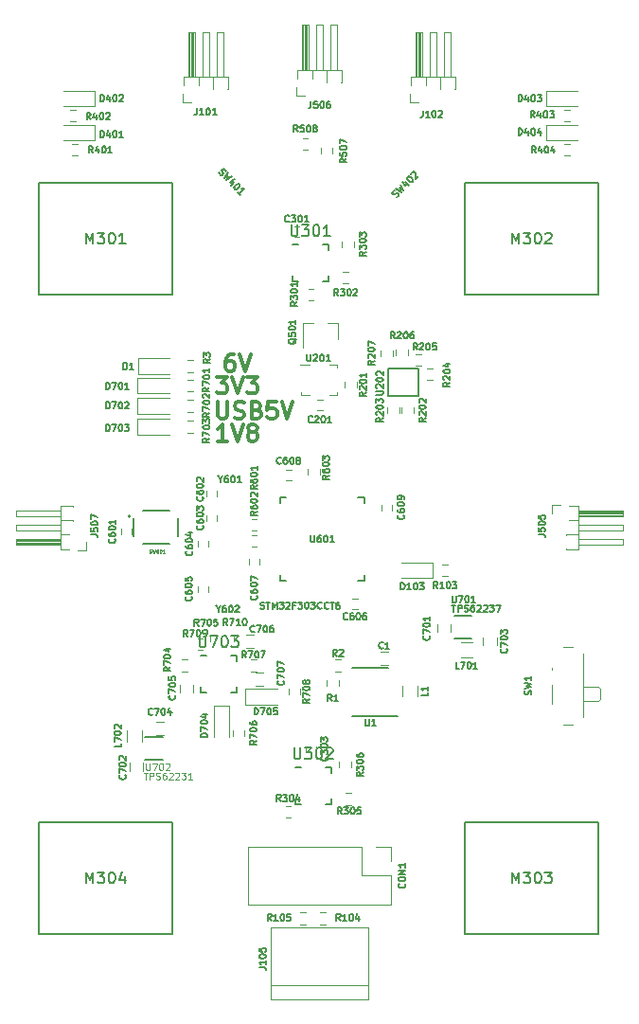
<source format=gbr>
G04 #@! TF.FileFunction,Legend,Top*
%FSLAX46Y46*%
G04 Gerber Fmt 4.6, Leading zero omitted, Abs format (unit mm)*
G04 Created by KiCad (PCBNEW 4.0.7-e2-6376~58~ubuntu16.04.1) date Mon Apr 30 10:34:26 2018*
%MOMM*%
%LPD*%
G01*
G04 APERTURE LIST*
%ADD10C,0.100000*%
%ADD11C,0.300000*%
%ADD12C,0.120000*%
%ADD13C,0.150000*%
%ADD14C,0.200000*%
%ADD15C,0.152400*%
%ADD16C,0.060000*%
G04 APERTURE END LIST*
D10*
D11*
X140892858Y-121678571D02*
X140607144Y-121678571D01*
X140464287Y-121750000D01*
X140392858Y-121821429D01*
X140250001Y-122035714D01*
X140178572Y-122321429D01*
X140178572Y-122892857D01*
X140250001Y-123035714D01*
X140321429Y-123107143D01*
X140464287Y-123178571D01*
X140750001Y-123178571D01*
X140892858Y-123107143D01*
X140964287Y-123035714D01*
X141035715Y-122892857D01*
X141035715Y-122535714D01*
X140964287Y-122392857D01*
X140892858Y-122321429D01*
X140750001Y-122250000D01*
X140464287Y-122250000D01*
X140321429Y-122321429D01*
X140250001Y-122392857D01*
X140178572Y-122535714D01*
X141464286Y-121678571D02*
X141964286Y-123178571D01*
X142464286Y-121678571D01*
X140321429Y-129428571D02*
X139464286Y-129428571D01*
X139892858Y-129428571D02*
X139892858Y-127928571D01*
X139750001Y-128142857D01*
X139607143Y-128285714D01*
X139464286Y-128357143D01*
X140750000Y-127928571D02*
X141250000Y-129428571D01*
X141750000Y-127928571D01*
X142464286Y-128571429D02*
X142321428Y-128500000D01*
X142250000Y-128428571D01*
X142178571Y-128285714D01*
X142178571Y-128214286D01*
X142250000Y-128071429D01*
X142321428Y-128000000D01*
X142464286Y-127928571D01*
X142750000Y-127928571D01*
X142892857Y-128000000D01*
X142964286Y-128071429D01*
X143035714Y-128214286D01*
X143035714Y-128285714D01*
X142964286Y-128428571D01*
X142892857Y-128500000D01*
X142750000Y-128571429D01*
X142464286Y-128571429D01*
X142321428Y-128642857D01*
X142250000Y-128714286D01*
X142178571Y-128857143D01*
X142178571Y-129142857D01*
X142250000Y-129285714D01*
X142321428Y-129357143D01*
X142464286Y-129428571D01*
X142750000Y-129428571D01*
X142892857Y-129357143D01*
X142964286Y-129285714D01*
X143035714Y-129142857D01*
X143035714Y-128857143D01*
X142964286Y-128714286D01*
X142892857Y-128642857D01*
X142750000Y-128571429D01*
X139500001Y-125928571D02*
X139500001Y-127142857D01*
X139571429Y-127285714D01*
X139642858Y-127357143D01*
X139785715Y-127428571D01*
X140071429Y-127428571D01*
X140214287Y-127357143D01*
X140285715Y-127285714D01*
X140357144Y-127142857D01*
X140357144Y-125928571D01*
X141000001Y-127357143D02*
X141214287Y-127428571D01*
X141571430Y-127428571D01*
X141714287Y-127357143D01*
X141785716Y-127285714D01*
X141857144Y-127142857D01*
X141857144Y-127000000D01*
X141785716Y-126857143D01*
X141714287Y-126785714D01*
X141571430Y-126714286D01*
X141285716Y-126642857D01*
X141142858Y-126571429D01*
X141071430Y-126500000D01*
X141000001Y-126357143D01*
X141000001Y-126214286D01*
X141071430Y-126071429D01*
X141142858Y-126000000D01*
X141285716Y-125928571D01*
X141642858Y-125928571D01*
X141857144Y-126000000D01*
X143000001Y-126642857D02*
X143214287Y-126714286D01*
X143285715Y-126785714D01*
X143357144Y-126928571D01*
X143357144Y-127142857D01*
X143285715Y-127285714D01*
X143214287Y-127357143D01*
X143071429Y-127428571D01*
X142500001Y-127428571D01*
X142500001Y-125928571D01*
X143000001Y-125928571D01*
X143142858Y-126000000D01*
X143214287Y-126071429D01*
X143285715Y-126214286D01*
X143285715Y-126357143D01*
X143214287Y-126500000D01*
X143142858Y-126571429D01*
X143000001Y-126642857D01*
X142500001Y-126642857D01*
X144714287Y-125928571D02*
X144000001Y-125928571D01*
X143928572Y-126642857D01*
X144000001Y-126571429D01*
X144142858Y-126500000D01*
X144500001Y-126500000D01*
X144642858Y-126571429D01*
X144714287Y-126642857D01*
X144785715Y-126785714D01*
X144785715Y-127142857D01*
X144714287Y-127285714D01*
X144642858Y-127357143D01*
X144500001Y-127428571D01*
X144142858Y-127428571D01*
X144000001Y-127357143D01*
X143928572Y-127285714D01*
X145214286Y-125928571D02*
X145714286Y-127428571D01*
X146214286Y-125928571D01*
X139392858Y-123678571D02*
X140321429Y-123678571D01*
X139821429Y-124250000D01*
X140035715Y-124250000D01*
X140178572Y-124321429D01*
X140250001Y-124392857D01*
X140321429Y-124535714D01*
X140321429Y-124892857D01*
X140250001Y-125035714D01*
X140178572Y-125107143D01*
X140035715Y-125178571D01*
X139607143Y-125178571D01*
X139464286Y-125107143D01*
X139392858Y-125035714D01*
X140750000Y-123678571D02*
X141250000Y-125178571D01*
X141750000Y-123678571D01*
X142107143Y-123678571D02*
X143035714Y-123678571D01*
X142535714Y-124250000D01*
X142750000Y-124250000D01*
X142892857Y-124321429D01*
X142964286Y-124392857D01*
X143035714Y-124535714D01*
X143035714Y-124892857D01*
X142964286Y-125035714D01*
X142892857Y-125107143D01*
X142750000Y-125178571D01*
X142321428Y-125178571D01*
X142178571Y-125107143D01*
X142107143Y-125035714D01*
D12*
X154030500Y-148244000D02*
X154730500Y-148244000D01*
X154730500Y-149444000D02*
X154030500Y-149444000D01*
X148882000Y-125768000D02*
X148382000Y-125768000D01*
X148382000Y-126708000D02*
X148882000Y-126708000D01*
X146308000Y-111214000D02*
X146808000Y-111214000D01*
X146808000Y-110274000D02*
X146308000Y-110274000D01*
X147358000Y-156722000D02*
X147358000Y-157222000D01*
X148298000Y-157222000D02*
X148298000Y-156722000D01*
X130848000Y-137249000D02*
X130848000Y-137749000D01*
X131788000Y-137749000D02*
X131788000Y-137249000D01*
X139408000Y-134404000D02*
X139408000Y-133904000D01*
X138468000Y-133904000D02*
X138468000Y-134404000D01*
X138468000Y-136042500D02*
X138468000Y-136542500D01*
X139408000Y-136542500D02*
X139408000Y-136042500D01*
X138646000Y-138849000D02*
X138646000Y-138349000D01*
X137706000Y-138349000D02*
X137706000Y-138849000D01*
X137706000Y-142392500D02*
X137706000Y-142892500D01*
X138646000Y-142892500D02*
X138646000Y-142392500D01*
X152057000Y-143484500D02*
X151557000Y-143484500D01*
X151557000Y-144424500D02*
X152057000Y-144424500D01*
X143218000Y-140458000D02*
X143218000Y-139958000D01*
X142278000Y-139958000D02*
X142278000Y-140458000D01*
X146067500Y-131991000D02*
X145567500Y-131991000D01*
X145567500Y-132931000D02*
X146067500Y-132931000D01*
X155092500Y-135610500D02*
X155092500Y-135110500D01*
X154152500Y-135110500D02*
X154152500Y-135610500D01*
X160302500Y-145815000D02*
X160302500Y-146515000D01*
X159102500Y-146515000D02*
X159102500Y-145815000D01*
X131607000Y-158897500D02*
X131607000Y-158197500D01*
X132807000Y-158197500D02*
X132807000Y-158897500D01*
X164430000Y-146982000D02*
X164430000Y-147682000D01*
X163230000Y-147682000D02*
X163230000Y-146982000D01*
X134664500Y-155730500D02*
X133964500Y-155730500D01*
X133964500Y-154530500D02*
X134664500Y-154530500D01*
X136115500Y-151912500D02*
X136115500Y-151212500D01*
X137315500Y-151212500D02*
X137315500Y-151912500D01*
X142705000Y-147920000D02*
X142005000Y-147920000D01*
X142005000Y-146720000D02*
X142705000Y-146720000D01*
X142894000Y-150085500D02*
X143594000Y-150085500D01*
X143594000Y-151285500D02*
X142894000Y-151285500D01*
X142180000Y-165675000D02*
X142180000Y-170875000D01*
X152400000Y-165675000D02*
X142180000Y-165675000D01*
X155000000Y-170875000D02*
X142180000Y-170875000D01*
X152400000Y-165675000D02*
X152400000Y-168275000D01*
X152400000Y-168275000D02*
X155000000Y-168275000D01*
X155000000Y-168275000D02*
X155000000Y-170875000D01*
X153670000Y-165675000D02*
X155000000Y-165675000D01*
X155000000Y-165675000D02*
X155000000Y-167005000D01*
X158688000Y-141670000D02*
X158688000Y-140270000D01*
X158688000Y-140270000D02*
X155888000Y-140270000D01*
X158688000Y-141670000D02*
X155888000Y-141670000D01*
X128462000Y-102554000D02*
X128462000Y-101154000D01*
X128462000Y-101154000D02*
X125662000Y-101154000D01*
X128462000Y-102554000D02*
X125662000Y-102554000D01*
X128462000Y-99506000D02*
X128462000Y-98106000D01*
X128462000Y-98106000D02*
X125662000Y-98106000D01*
X128462000Y-99506000D02*
X125662000Y-99506000D01*
X168888000Y-98106000D02*
X168888000Y-99506000D01*
X168888000Y-99506000D02*
X171688000Y-99506000D01*
X168888000Y-98106000D02*
X171688000Y-98106000D01*
X168888000Y-101154000D02*
X168888000Y-102554000D01*
X168888000Y-102554000D02*
X171688000Y-102554000D01*
X168888000Y-101154000D02*
X171688000Y-101154000D01*
X132332500Y-123760000D02*
X132332500Y-125160000D01*
X132332500Y-125160000D02*
X135132500Y-125160000D01*
X132332500Y-123760000D02*
X135132500Y-123760000D01*
X132332500Y-125601500D02*
X132332500Y-127001500D01*
X132332500Y-127001500D02*
X135132500Y-127001500D01*
X132332500Y-125601500D02*
X135132500Y-125601500D01*
X132332500Y-127443000D02*
X132332500Y-128843000D01*
X132332500Y-128843000D02*
X135132500Y-128843000D01*
X132332500Y-127443000D02*
X135132500Y-127443000D01*
X140527000Y-153056000D02*
X139127000Y-153056000D01*
X139127000Y-153056000D02*
X139127000Y-155856000D01*
X140527000Y-153056000D02*
X140527000Y-155856000D01*
X141984500Y-151573000D02*
X141984500Y-152973000D01*
X141984500Y-152973000D02*
X144784500Y-152973000D01*
X141984500Y-151573000D02*
X144784500Y-151573000D01*
X136465000Y-97665000D02*
X136465000Y-96865000D01*
X136465000Y-96865000D02*
X140395000Y-96865000D01*
X140395000Y-96865000D02*
X140395000Y-97985000D01*
X140395000Y-97985000D02*
X140319677Y-97985000D01*
X136900000Y-96865000D02*
X136900000Y-92865000D01*
X136900000Y-92865000D02*
X137420000Y-92865000D01*
X137420000Y-92865000D02*
X137420000Y-96865000D01*
X136960000Y-96865000D02*
X136960000Y-92865000D01*
X137080000Y-96865000D02*
X137080000Y-92865000D01*
X137200000Y-96865000D02*
X137200000Y-92865000D01*
X137320000Y-96865000D02*
X137320000Y-92865000D01*
X137795000Y-97665000D02*
X137795000Y-96865000D01*
X138170000Y-96865000D02*
X138170000Y-92865000D01*
X138170000Y-92865000D02*
X138690000Y-92865000D01*
X138690000Y-92865000D02*
X138690000Y-96865000D01*
X139065000Y-97985000D02*
X139065000Y-96865000D01*
X139049677Y-97985000D02*
X139080323Y-97985000D01*
X139440000Y-96865000D02*
X139440000Y-92865000D01*
X139440000Y-92865000D02*
X139960000Y-92865000D01*
X139960000Y-92865000D02*
X139960000Y-96865000D01*
X137160000Y-99185000D02*
X136400000Y-99185000D01*
X136400000Y-99185000D02*
X136400000Y-98425000D01*
X156785000Y-97665000D02*
X156785000Y-96865000D01*
X156785000Y-96865000D02*
X160715000Y-96865000D01*
X160715000Y-96865000D02*
X160715000Y-97985000D01*
X160715000Y-97985000D02*
X160639677Y-97985000D01*
X157220000Y-96865000D02*
X157220000Y-92865000D01*
X157220000Y-92865000D02*
X157740000Y-92865000D01*
X157740000Y-92865000D02*
X157740000Y-96865000D01*
X157280000Y-96865000D02*
X157280000Y-92865000D01*
X157400000Y-96865000D02*
X157400000Y-92865000D01*
X157520000Y-96865000D02*
X157520000Y-92865000D01*
X157640000Y-96865000D02*
X157640000Y-92865000D01*
X158115000Y-97665000D02*
X158115000Y-96865000D01*
X158490000Y-96865000D02*
X158490000Y-92865000D01*
X158490000Y-92865000D02*
X159010000Y-92865000D01*
X159010000Y-92865000D02*
X159010000Y-96865000D01*
X159385000Y-97985000D02*
X159385000Y-96865000D01*
X159369677Y-97985000D02*
X159400323Y-97985000D01*
X159760000Y-96865000D02*
X159760000Y-92865000D01*
X159760000Y-92865000D02*
X160280000Y-92865000D01*
X160280000Y-92865000D02*
X160280000Y-96865000D01*
X157480000Y-99185000D02*
X156720000Y-99185000D01*
X156720000Y-99185000D02*
X156720000Y-98425000D01*
X144240000Y-179290000D02*
X152940000Y-179290000D01*
X144240000Y-172880000D02*
X152940000Y-172880000D01*
X152940000Y-172880000D02*
X152940000Y-179290000D01*
X152940000Y-178060000D02*
X144240000Y-178060000D01*
X144240000Y-179290000D02*
X144240000Y-172880000D01*
X170940000Y-135195000D02*
X171740000Y-135195000D01*
X171740000Y-135195000D02*
X171740000Y-139125000D01*
X171740000Y-139125000D02*
X170620000Y-139125000D01*
X170620000Y-139125000D02*
X170620000Y-139049677D01*
X171740000Y-135630000D02*
X175740000Y-135630000D01*
X175740000Y-135630000D02*
X175740000Y-136150000D01*
X175740000Y-136150000D02*
X171740000Y-136150000D01*
X171740000Y-135690000D02*
X175740000Y-135690000D01*
X171740000Y-135810000D02*
X175740000Y-135810000D01*
X171740000Y-135930000D02*
X175740000Y-135930000D01*
X171740000Y-136050000D02*
X175740000Y-136050000D01*
X170940000Y-136525000D02*
X171740000Y-136525000D01*
X171740000Y-136900000D02*
X175740000Y-136900000D01*
X175740000Y-136900000D02*
X175740000Y-137420000D01*
X175740000Y-137420000D02*
X171740000Y-137420000D01*
X170620000Y-137795000D02*
X171740000Y-137795000D01*
X170620000Y-137779677D02*
X170620000Y-137810323D01*
X171740000Y-138170000D02*
X175740000Y-138170000D01*
X175740000Y-138170000D02*
X175740000Y-138690000D01*
X175740000Y-138690000D02*
X171740000Y-138690000D01*
X169420000Y-135890000D02*
X169420000Y-135130000D01*
X169420000Y-135130000D02*
X170180000Y-135130000D01*
X146625000Y-97030000D02*
X146625000Y-96230000D01*
X146625000Y-96230000D02*
X150555000Y-96230000D01*
X150555000Y-96230000D02*
X150555000Y-97350000D01*
X150555000Y-97350000D02*
X150479677Y-97350000D01*
X147060000Y-96230000D02*
X147060000Y-92230000D01*
X147060000Y-92230000D02*
X147580000Y-92230000D01*
X147580000Y-92230000D02*
X147580000Y-96230000D01*
X147120000Y-96230000D02*
X147120000Y-92230000D01*
X147240000Y-96230000D02*
X147240000Y-92230000D01*
X147360000Y-96230000D02*
X147360000Y-92230000D01*
X147480000Y-96230000D02*
X147480000Y-92230000D01*
X147955000Y-97030000D02*
X147955000Y-96230000D01*
X148330000Y-96230000D02*
X148330000Y-92230000D01*
X148330000Y-92230000D02*
X148850000Y-92230000D01*
X148850000Y-92230000D02*
X148850000Y-96230000D01*
X149225000Y-97350000D02*
X149225000Y-96230000D01*
X149209677Y-97350000D02*
X149240323Y-97350000D01*
X149600000Y-96230000D02*
X149600000Y-92230000D01*
X149600000Y-92230000D02*
X150120000Y-92230000D01*
X150120000Y-92230000D02*
X150120000Y-96230000D01*
X147320000Y-98550000D02*
X146560000Y-98550000D01*
X146560000Y-98550000D02*
X146560000Y-97790000D01*
X126240000Y-139125000D02*
X125440000Y-139125000D01*
X125440000Y-139125000D02*
X125440000Y-135195000D01*
X125440000Y-135195000D02*
X126560000Y-135195000D01*
X126560000Y-135195000D02*
X126560000Y-135270323D01*
X125440000Y-138690000D02*
X121440000Y-138690000D01*
X121440000Y-138690000D02*
X121440000Y-138170000D01*
X121440000Y-138170000D02*
X125440000Y-138170000D01*
X125440000Y-138630000D02*
X121440000Y-138630000D01*
X125440000Y-138510000D02*
X121440000Y-138510000D01*
X125440000Y-138390000D02*
X121440000Y-138390000D01*
X125440000Y-138270000D02*
X121440000Y-138270000D01*
X126240000Y-137795000D02*
X125440000Y-137795000D01*
X125440000Y-137420000D02*
X121440000Y-137420000D01*
X121440000Y-137420000D02*
X121440000Y-136900000D01*
X121440000Y-136900000D02*
X125440000Y-136900000D01*
X126560000Y-136525000D02*
X125440000Y-136525000D01*
X126560000Y-136540323D02*
X126560000Y-136509677D01*
X125440000Y-136150000D02*
X121440000Y-136150000D01*
X121440000Y-136150000D02*
X121440000Y-135630000D01*
X121440000Y-135630000D02*
X125440000Y-135630000D01*
X127760000Y-138430000D02*
X127760000Y-139190000D01*
X127760000Y-139190000D02*
X127000000Y-139190000D01*
X157334500Y-151277000D02*
X157334500Y-152277000D01*
X155974500Y-152277000D02*
X155974500Y-151277000D01*
X161246500Y-147402000D02*
X162246500Y-147402000D01*
X162246500Y-148762000D02*
X161246500Y-148762000D01*
X131336500Y-156265500D02*
X131336500Y-155265500D01*
X132696500Y-155265500D02*
X132696500Y-156265500D01*
D13*
X135451100Y-106353600D02*
X135451100Y-116353600D01*
X135451100Y-116353600D02*
X123451100Y-116353600D01*
X123451100Y-116353600D02*
X123451100Y-106353600D01*
X123451100Y-106353600D02*
X135451100Y-106353600D01*
X161551100Y-116353600D02*
X161551100Y-106353600D01*
X161551100Y-106353600D02*
X173551100Y-106353600D01*
X173551100Y-106353600D02*
X173551100Y-116353600D01*
X173551100Y-116353600D02*
X161551100Y-116353600D01*
X161551100Y-173503600D02*
X161551100Y-163503600D01*
X161551100Y-163503600D02*
X173551100Y-163503600D01*
X173551100Y-163503600D02*
X173551100Y-173503600D01*
X173551100Y-173503600D02*
X161551100Y-173503600D01*
X135451100Y-163503600D02*
X135451100Y-173503600D01*
X135451100Y-173503600D02*
X123451100Y-173503600D01*
X123451100Y-173503600D02*
X123451100Y-163503600D01*
X123451100Y-163503600D02*
X135451100Y-163503600D01*
D12*
X150236000Y-118890000D02*
X149306000Y-118890000D01*
X147076000Y-118890000D02*
X148006000Y-118890000D01*
X147076000Y-118890000D02*
X147076000Y-121050000D01*
X150236000Y-118890000D02*
X150236000Y-120350000D01*
X149266500Y-150811000D02*
X149266500Y-151311000D01*
X150326500Y-151311000D02*
X150326500Y-150811000D01*
X150496500Y-148949000D02*
X149996500Y-148949000D01*
X149996500Y-150009000D02*
X150496500Y-150009000D01*
X159574000Y-141500000D02*
X160074000Y-141500000D01*
X160074000Y-140440000D02*
X159574000Y-140440000D01*
X148652000Y-172615000D02*
X149152000Y-172615000D01*
X149152000Y-171555000D02*
X148652000Y-171555000D01*
X147385000Y-171555000D02*
X146885000Y-171555000D01*
X146885000Y-172615000D02*
X147385000Y-172615000D01*
X151914000Y-124652000D02*
X151914000Y-124152000D01*
X150854000Y-124152000D02*
X150854000Y-124652000D01*
X156994000Y-126938000D02*
X156994000Y-126438000D01*
X155934000Y-126438000D02*
X155934000Y-126938000D01*
X155724000Y-126938000D02*
X155724000Y-126438000D01*
X154664000Y-126438000D02*
X154664000Y-126938000D01*
X158688000Y-122914000D02*
X158188000Y-122914000D01*
X158188000Y-123974000D02*
X158688000Y-123974000D01*
X157672000Y-121657999D02*
X157172000Y-121657999D01*
X157172000Y-122717999D02*
X157672000Y-122717999D01*
X155426000Y-121220000D02*
X155426000Y-121720000D01*
X156486000Y-121720000D02*
X156486000Y-121220000D01*
X154070000Y-121300000D02*
X154070000Y-121800000D01*
X155130000Y-121800000D02*
X155130000Y-121300000D01*
X147578000Y-116862000D02*
X148078000Y-116862000D01*
X148078000Y-115802000D02*
X147578000Y-115802000D01*
X150684000Y-115338000D02*
X151184000Y-115338000D01*
X151184000Y-114278000D02*
X150684000Y-114278000D01*
X151660000Y-112068000D02*
X151660000Y-111568000D01*
X150600000Y-111568000D02*
X150600000Y-112068000D01*
X145546000Y-163090000D02*
X146046000Y-163090000D01*
X146046000Y-162030000D02*
X145546000Y-162030000D01*
X150938000Y-161947000D02*
X151438000Y-161947000D01*
X151438000Y-160887000D02*
X150938000Y-160887000D01*
X151406000Y-158619000D02*
X151406000Y-158119000D01*
X150346000Y-158119000D02*
X150346000Y-158619000D01*
X126938000Y-102848000D02*
X126438000Y-102848000D01*
X126438000Y-103908000D02*
X126938000Y-103908000D01*
X126300000Y-100860000D02*
X126800000Y-100860000D01*
X126800000Y-99800000D02*
X126300000Y-99800000D01*
X170496000Y-100860000D02*
X170996000Y-100860000D01*
X170996000Y-99800000D02*
X170496000Y-99800000D01*
X170996000Y-102848000D02*
X170496000Y-102848000D01*
X170496000Y-103908000D02*
X170996000Y-103908000D01*
X148695000Y-103255000D02*
X148695000Y-103755000D01*
X149755000Y-103755000D02*
X149755000Y-103255000D01*
X147570000Y-102340000D02*
X147070000Y-102340000D01*
X147070000Y-103400000D02*
X147570000Y-103400000D01*
X142503500Y-137436000D02*
X143003500Y-137436000D01*
X143003500Y-136376000D02*
X142503500Y-136376000D01*
X142498000Y-138896500D02*
X142998000Y-138896500D01*
X142998000Y-137836500D02*
X142498000Y-137836500D01*
X148612000Y-132388000D02*
X148612000Y-131888000D01*
X147552000Y-131888000D02*
X147552000Y-132388000D01*
X136783000Y-124990000D02*
X137283000Y-124990000D01*
X137283000Y-123930000D02*
X136783000Y-123930000D01*
X136777500Y-126831500D02*
X137277500Y-126831500D01*
X137277500Y-125771500D02*
X136777500Y-125771500D01*
X136777500Y-128673000D02*
X137277500Y-128673000D01*
X137277500Y-127613000D02*
X136777500Y-127613000D01*
X136780500Y-148949000D02*
X136280500Y-148949000D01*
X136280500Y-150009000D02*
X136780500Y-150009000D01*
X138789000Y-146816000D02*
X138789000Y-147316000D01*
X139849000Y-147316000D02*
X139849000Y-146816000D01*
X141881000Y-155767000D02*
X141881000Y-155267000D01*
X140821000Y-155267000D02*
X140821000Y-155767000D01*
X142940000Y-148949000D02*
X142440000Y-148949000D01*
X142440000Y-150009000D02*
X142940000Y-150009000D01*
X146897500Y-152084000D02*
X146897500Y-151584000D01*
X145837500Y-151584000D02*
X145837500Y-152084000D01*
X137672000Y-148104000D02*
X138172000Y-148104000D01*
X138172000Y-147044000D02*
X137672000Y-147044000D01*
X139868500Y-146821500D02*
X139868500Y-147321500D01*
X140928500Y-147321500D02*
X140928500Y-146821500D01*
X169365000Y-149890000D02*
X169365000Y-149690000D01*
X173505000Y-152690000D02*
X173715000Y-152490000D01*
X173505000Y-151390000D02*
X173715000Y-151590000D01*
X172215000Y-152690000D02*
X173505000Y-152690000D01*
X173715000Y-152490000D02*
X173715000Y-151590000D01*
X173505000Y-151390000D02*
X172215000Y-151390000D01*
X172215000Y-154140000D02*
X172215000Y-148440000D01*
X169365000Y-152890000D02*
X169365000Y-151190000D01*
X170415000Y-154740000D02*
X171205000Y-154740000D01*
X171205000Y-147840000D02*
X170415000Y-147840000D01*
D13*
X131970500Y-137899000D02*
X131970500Y-136299000D01*
X135170500Y-138599000D02*
X132770500Y-138599000D01*
X135970500Y-136299000D02*
X135970500Y-137899000D01*
X132770500Y-135599000D02*
X135170500Y-135599000D01*
D14*
X131670500Y-136149000D02*
G75*
G03X131670500Y-136149000I-100000J0D01*
G01*
D13*
X154755000Y-149685000D02*
X151505000Y-149685000D01*
X155580000Y-153985000D02*
X151505000Y-153985000D01*
D10*
X146882500Y-122606000D02*
X147702500Y-122606000D01*
X146982500Y-125306000D02*
X147702500Y-125306000D01*
X146982500Y-125306000D02*
X146982500Y-125086000D01*
X150182500Y-125086000D02*
X150182500Y-125306000D01*
X150182500Y-125306000D02*
X149462500Y-125306000D01*
X149462500Y-122606000D02*
X150182500Y-122606000D01*
X150182500Y-122606000D02*
X150182500Y-122826000D01*
D13*
X154730716Y-125382999D02*
X154730716Y-122982999D01*
X154730716Y-122982999D02*
X157430716Y-122982999D01*
X157430716Y-122982999D02*
X157430716Y-125382999D01*
X157430716Y-125382999D02*
X154730716Y-125382999D01*
D15*
X145106200Y-141935200D02*
X145617560Y-141935200D01*
X152573800Y-141935200D02*
X152573800Y-141423840D01*
X152573800Y-134467600D02*
X152062440Y-134467600D01*
X145106200Y-134467600D02*
X145106200Y-134978960D01*
X145106200Y-141423840D02*
X145106200Y-141935200D01*
X152062440Y-141935200D02*
X152573800Y-141935200D01*
X152573800Y-134978960D02*
X152573800Y-134467600D01*
X145617560Y-134467600D02*
X145106200Y-134467600D01*
X160626999Y-147062001D02*
X162184999Y-147062001D01*
X162184999Y-145054001D02*
X160626999Y-145054001D01*
X133004499Y-157920501D02*
X134562499Y-157920501D01*
X134562499Y-155912501D02*
X133004499Y-155912501D01*
D13*
X141198000Y-148616000D02*
X141198000Y-149116000D01*
X137948000Y-151866000D02*
X137948000Y-151366000D01*
X141198000Y-151866000D02*
X141198000Y-151366000D01*
X137948000Y-148616000D02*
X138448000Y-148616000D01*
X137948000Y-151866000D02*
X138448000Y-151866000D01*
X141198000Y-151866000D02*
X140698000Y-151866000D01*
X141198000Y-148616000D02*
X140698000Y-148616000D01*
D12*
X132350000Y-122050000D02*
X132350000Y-123450000D01*
X132350000Y-123450000D02*
X135150000Y-123450000D01*
X132350000Y-122050000D02*
X135150000Y-122050000D01*
X136750000Y-123280000D02*
X137250000Y-123280000D01*
X137250000Y-122220000D02*
X136750000Y-122220000D01*
D13*
X149404000Y-111875000D02*
X149404000Y-112375000D01*
X146154000Y-115125000D02*
X146154000Y-114625000D01*
X149404000Y-115125000D02*
X149404000Y-114625000D01*
X146154000Y-111875000D02*
X146654000Y-111875000D01*
X146154000Y-115125000D02*
X146654000Y-115125000D01*
X149404000Y-115125000D02*
X148904000Y-115125000D01*
X149404000Y-111875000D02*
X148904000Y-111875000D01*
X149658000Y-158611000D02*
X149658000Y-159111000D01*
X146408000Y-161861000D02*
X146408000Y-161361000D01*
X149658000Y-161861000D02*
X149658000Y-161361000D01*
X146408000Y-158611000D02*
X146908000Y-158611000D01*
X146408000Y-161861000D02*
X146908000Y-161861000D01*
X149658000Y-161861000D02*
X149158000Y-161861000D01*
X149658000Y-158611000D02*
X149158000Y-158611000D01*
X154280500Y-147915286D02*
X154251929Y-147943857D01*
X154166215Y-147972429D01*
X154109072Y-147972429D01*
X154023357Y-147943857D01*
X153966215Y-147886714D01*
X153937643Y-147829571D01*
X153909072Y-147715286D01*
X153909072Y-147629571D01*
X153937643Y-147515286D01*
X153966215Y-147458143D01*
X154023357Y-147401000D01*
X154109072Y-147372429D01*
X154166215Y-147372429D01*
X154251929Y-147401000D01*
X154280500Y-147429571D01*
X154851929Y-147972429D02*
X154509072Y-147972429D01*
X154680500Y-147972429D02*
X154680500Y-147372429D01*
X154623357Y-147458143D01*
X154566215Y-147515286D01*
X154509072Y-147543857D01*
X147960571Y-127714286D02*
X147932000Y-127742857D01*
X147846286Y-127771429D01*
X147789143Y-127771429D01*
X147703428Y-127742857D01*
X147646286Y-127685714D01*
X147617714Y-127628571D01*
X147589143Y-127514286D01*
X147589143Y-127428571D01*
X147617714Y-127314286D01*
X147646286Y-127257143D01*
X147703428Y-127200000D01*
X147789143Y-127171429D01*
X147846286Y-127171429D01*
X147932000Y-127200000D01*
X147960571Y-127228571D01*
X148189143Y-127228571D02*
X148217714Y-127200000D01*
X148274857Y-127171429D01*
X148417714Y-127171429D01*
X148474857Y-127200000D01*
X148503428Y-127228571D01*
X148532000Y-127285714D01*
X148532000Y-127342857D01*
X148503428Y-127428571D01*
X148160571Y-127771429D01*
X148532000Y-127771429D01*
X148903429Y-127171429D02*
X148960572Y-127171429D01*
X149017715Y-127200000D01*
X149046286Y-127228571D01*
X149074857Y-127285714D01*
X149103429Y-127400000D01*
X149103429Y-127542857D01*
X149074857Y-127657143D01*
X149046286Y-127714286D01*
X149017715Y-127742857D01*
X148960572Y-127771429D01*
X148903429Y-127771429D01*
X148846286Y-127742857D01*
X148817715Y-127714286D01*
X148789143Y-127657143D01*
X148760572Y-127542857D01*
X148760572Y-127400000D01*
X148789143Y-127285714D01*
X148817715Y-127228571D01*
X148846286Y-127200000D01*
X148903429Y-127171429D01*
X149674858Y-127771429D02*
X149332001Y-127771429D01*
X149503429Y-127771429D02*
X149503429Y-127171429D01*
X149446286Y-127257143D01*
X149389144Y-127314286D01*
X149332001Y-127342857D01*
X145886571Y-109782286D02*
X145858000Y-109810857D01*
X145772286Y-109839429D01*
X145715143Y-109839429D01*
X145629428Y-109810857D01*
X145572286Y-109753714D01*
X145543714Y-109696571D01*
X145515143Y-109582286D01*
X145515143Y-109496571D01*
X145543714Y-109382286D01*
X145572286Y-109325143D01*
X145629428Y-109268000D01*
X145715143Y-109239429D01*
X145772286Y-109239429D01*
X145858000Y-109268000D01*
X145886571Y-109296571D01*
X146086571Y-109239429D02*
X146458000Y-109239429D01*
X146258000Y-109468000D01*
X146343714Y-109468000D01*
X146400857Y-109496571D01*
X146429428Y-109525143D01*
X146458000Y-109582286D01*
X146458000Y-109725143D01*
X146429428Y-109782286D01*
X146400857Y-109810857D01*
X146343714Y-109839429D01*
X146172286Y-109839429D01*
X146115143Y-109810857D01*
X146086571Y-109782286D01*
X146829429Y-109239429D02*
X146886572Y-109239429D01*
X146943715Y-109268000D01*
X146972286Y-109296571D01*
X147000857Y-109353714D01*
X147029429Y-109468000D01*
X147029429Y-109610857D01*
X147000857Y-109725143D01*
X146972286Y-109782286D01*
X146943715Y-109810857D01*
X146886572Y-109839429D01*
X146829429Y-109839429D01*
X146772286Y-109810857D01*
X146743715Y-109782286D01*
X146715143Y-109725143D01*
X146686572Y-109610857D01*
X146686572Y-109468000D01*
X146715143Y-109353714D01*
X146743715Y-109296571D01*
X146772286Y-109268000D01*
X146829429Y-109239429D01*
X147600858Y-109839429D02*
X147258001Y-109839429D01*
X147429429Y-109839429D02*
X147429429Y-109239429D01*
X147372286Y-109325143D01*
X147315144Y-109382286D01*
X147258001Y-109410857D01*
X149248786Y-157621929D02*
X149277357Y-157650500D01*
X149305929Y-157736214D01*
X149305929Y-157793357D01*
X149277357Y-157879072D01*
X149220214Y-157936214D01*
X149163071Y-157964786D01*
X149048786Y-157993357D01*
X148963071Y-157993357D01*
X148848786Y-157964786D01*
X148791643Y-157936214D01*
X148734500Y-157879072D01*
X148705929Y-157793357D01*
X148705929Y-157736214D01*
X148734500Y-157650500D01*
X148763071Y-157621929D01*
X148705929Y-157421929D02*
X148705929Y-157050500D01*
X148934500Y-157250500D01*
X148934500Y-157164786D01*
X148963071Y-157107643D01*
X148991643Y-157079072D01*
X149048786Y-157050500D01*
X149191643Y-157050500D01*
X149248786Y-157079072D01*
X149277357Y-157107643D01*
X149305929Y-157164786D01*
X149305929Y-157336214D01*
X149277357Y-157393357D01*
X149248786Y-157421929D01*
X148705929Y-156679071D02*
X148705929Y-156621928D01*
X148734500Y-156564785D01*
X148763071Y-156536214D01*
X148820214Y-156507643D01*
X148934500Y-156479071D01*
X149077357Y-156479071D01*
X149191643Y-156507643D01*
X149248786Y-156536214D01*
X149277357Y-156564785D01*
X149305929Y-156621928D01*
X149305929Y-156679071D01*
X149277357Y-156736214D01*
X149248786Y-156764785D01*
X149191643Y-156793357D01*
X149077357Y-156821928D01*
X148934500Y-156821928D01*
X148820214Y-156793357D01*
X148763071Y-156764785D01*
X148734500Y-156736214D01*
X148705929Y-156679071D01*
X148705929Y-156279071D02*
X148705929Y-155907642D01*
X148934500Y-156107642D01*
X148934500Y-156021928D01*
X148963071Y-155964785D01*
X148991643Y-155936214D01*
X149048786Y-155907642D01*
X149191643Y-155907642D01*
X149248786Y-155936214D01*
X149277357Y-155964785D01*
X149305929Y-156021928D01*
X149305929Y-156193356D01*
X149277357Y-156250499D01*
X149248786Y-156279071D01*
X130262286Y-138170429D02*
X130290857Y-138199000D01*
X130319429Y-138284714D01*
X130319429Y-138341857D01*
X130290857Y-138427572D01*
X130233714Y-138484714D01*
X130176571Y-138513286D01*
X130062286Y-138541857D01*
X129976571Y-138541857D01*
X129862286Y-138513286D01*
X129805143Y-138484714D01*
X129748000Y-138427572D01*
X129719429Y-138341857D01*
X129719429Y-138284714D01*
X129748000Y-138199000D01*
X129776571Y-138170429D01*
X129719429Y-137656143D02*
X129719429Y-137770429D01*
X129748000Y-137827572D01*
X129776571Y-137856143D01*
X129862286Y-137913286D01*
X129976571Y-137941857D01*
X130205143Y-137941857D01*
X130262286Y-137913286D01*
X130290857Y-137884714D01*
X130319429Y-137827572D01*
X130319429Y-137713286D01*
X130290857Y-137656143D01*
X130262286Y-137627572D01*
X130205143Y-137599000D01*
X130062286Y-137599000D01*
X130005143Y-137627572D01*
X129976571Y-137656143D01*
X129948000Y-137713286D01*
X129948000Y-137827572D01*
X129976571Y-137884714D01*
X130005143Y-137913286D01*
X130062286Y-137941857D01*
X129719429Y-137227571D02*
X129719429Y-137170428D01*
X129748000Y-137113285D01*
X129776571Y-137084714D01*
X129833714Y-137056143D01*
X129948000Y-137027571D01*
X130090857Y-137027571D01*
X130205143Y-137056143D01*
X130262286Y-137084714D01*
X130290857Y-137113285D01*
X130319429Y-137170428D01*
X130319429Y-137227571D01*
X130290857Y-137284714D01*
X130262286Y-137313285D01*
X130205143Y-137341857D01*
X130090857Y-137370428D01*
X129948000Y-137370428D01*
X129833714Y-137341857D01*
X129776571Y-137313285D01*
X129748000Y-137284714D01*
X129719429Y-137227571D01*
X130319429Y-136456142D02*
X130319429Y-136798999D01*
X130319429Y-136627571D02*
X129719429Y-136627571D01*
X129805143Y-136684714D01*
X129862286Y-136741856D01*
X129890857Y-136798999D01*
X138136286Y-134402429D02*
X138164857Y-134431000D01*
X138193429Y-134516714D01*
X138193429Y-134573857D01*
X138164857Y-134659572D01*
X138107714Y-134716714D01*
X138050571Y-134745286D01*
X137936286Y-134773857D01*
X137850571Y-134773857D01*
X137736286Y-134745286D01*
X137679143Y-134716714D01*
X137622000Y-134659572D01*
X137593429Y-134573857D01*
X137593429Y-134516714D01*
X137622000Y-134431000D01*
X137650571Y-134402429D01*
X137593429Y-133888143D02*
X137593429Y-134002429D01*
X137622000Y-134059572D01*
X137650571Y-134088143D01*
X137736286Y-134145286D01*
X137850571Y-134173857D01*
X138079143Y-134173857D01*
X138136286Y-134145286D01*
X138164857Y-134116714D01*
X138193429Y-134059572D01*
X138193429Y-133945286D01*
X138164857Y-133888143D01*
X138136286Y-133859572D01*
X138079143Y-133831000D01*
X137936286Y-133831000D01*
X137879143Y-133859572D01*
X137850571Y-133888143D01*
X137822000Y-133945286D01*
X137822000Y-134059572D01*
X137850571Y-134116714D01*
X137879143Y-134145286D01*
X137936286Y-134173857D01*
X137593429Y-133459571D02*
X137593429Y-133402428D01*
X137622000Y-133345285D01*
X137650571Y-133316714D01*
X137707714Y-133288143D01*
X137822000Y-133259571D01*
X137964857Y-133259571D01*
X138079143Y-133288143D01*
X138136286Y-133316714D01*
X138164857Y-133345285D01*
X138193429Y-133402428D01*
X138193429Y-133459571D01*
X138164857Y-133516714D01*
X138136286Y-133545285D01*
X138079143Y-133573857D01*
X137964857Y-133602428D01*
X137822000Y-133602428D01*
X137707714Y-133573857D01*
X137650571Y-133545285D01*
X137622000Y-133516714D01*
X137593429Y-133459571D01*
X137650571Y-133030999D02*
X137622000Y-133002428D01*
X137593429Y-132945285D01*
X137593429Y-132802428D01*
X137622000Y-132745285D01*
X137650571Y-132716714D01*
X137707714Y-132688142D01*
X137764857Y-132688142D01*
X137850571Y-132716714D01*
X138193429Y-133059571D01*
X138193429Y-132688142D01*
X138136286Y-136963929D02*
X138164857Y-136992500D01*
X138193429Y-137078214D01*
X138193429Y-137135357D01*
X138164857Y-137221072D01*
X138107714Y-137278214D01*
X138050571Y-137306786D01*
X137936286Y-137335357D01*
X137850571Y-137335357D01*
X137736286Y-137306786D01*
X137679143Y-137278214D01*
X137622000Y-137221072D01*
X137593429Y-137135357D01*
X137593429Y-137078214D01*
X137622000Y-136992500D01*
X137650571Y-136963929D01*
X137593429Y-136449643D02*
X137593429Y-136563929D01*
X137622000Y-136621072D01*
X137650571Y-136649643D01*
X137736286Y-136706786D01*
X137850571Y-136735357D01*
X138079143Y-136735357D01*
X138136286Y-136706786D01*
X138164857Y-136678214D01*
X138193429Y-136621072D01*
X138193429Y-136506786D01*
X138164857Y-136449643D01*
X138136286Y-136421072D01*
X138079143Y-136392500D01*
X137936286Y-136392500D01*
X137879143Y-136421072D01*
X137850571Y-136449643D01*
X137822000Y-136506786D01*
X137822000Y-136621072D01*
X137850571Y-136678214D01*
X137879143Y-136706786D01*
X137936286Y-136735357D01*
X137593429Y-136021071D02*
X137593429Y-135963928D01*
X137622000Y-135906785D01*
X137650571Y-135878214D01*
X137707714Y-135849643D01*
X137822000Y-135821071D01*
X137964857Y-135821071D01*
X138079143Y-135849643D01*
X138136286Y-135878214D01*
X138164857Y-135906785D01*
X138193429Y-135963928D01*
X138193429Y-136021071D01*
X138164857Y-136078214D01*
X138136286Y-136106785D01*
X138079143Y-136135357D01*
X137964857Y-136163928D01*
X137822000Y-136163928D01*
X137707714Y-136135357D01*
X137650571Y-136106785D01*
X137622000Y-136078214D01*
X137593429Y-136021071D01*
X137593429Y-135621071D02*
X137593429Y-135249642D01*
X137822000Y-135449642D01*
X137822000Y-135363928D01*
X137850571Y-135306785D01*
X137879143Y-135278214D01*
X137936286Y-135249642D01*
X138079143Y-135249642D01*
X138136286Y-135278214D01*
X138164857Y-135306785D01*
X138193429Y-135363928D01*
X138193429Y-135535356D01*
X138164857Y-135592499D01*
X138136286Y-135621071D01*
X137183786Y-139270429D02*
X137212357Y-139299000D01*
X137240929Y-139384714D01*
X137240929Y-139441857D01*
X137212357Y-139527572D01*
X137155214Y-139584714D01*
X137098071Y-139613286D01*
X136983786Y-139641857D01*
X136898071Y-139641857D01*
X136783786Y-139613286D01*
X136726643Y-139584714D01*
X136669500Y-139527572D01*
X136640929Y-139441857D01*
X136640929Y-139384714D01*
X136669500Y-139299000D01*
X136698071Y-139270429D01*
X136640929Y-138756143D02*
X136640929Y-138870429D01*
X136669500Y-138927572D01*
X136698071Y-138956143D01*
X136783786Y-139013286D01*
X136898071Y-139041857D01*
X137126643Y-139041857D01*
X137183786Y-139013286D01*
X137212357Y-138984714D01*
X137240929Y-138927572D01*
X137240929Y-138813286D01*
X137212357Y-138756143D01*
X137183786Y-138727572D01*
X137126643Y-138699000D01*
X136983786Y-138699000D01*
X136926643Y-138727572D01*
X136898071Y-138756143D01*
X136869500Y-138813286D01*
X136869500Y-138927572D01*
X136898071Y-138984714D01*
X136926643Y-139013286D01*
X136983786Y-139041857D01*
X136640929Y-138327571D02*
X136640929Y-138270428D01*
X136669500Y-138213285D01*
X136698071Y-138184714D01*
X136755214Y-138156143D01*
X136869500Y-138127571D01*
X137012357Y-138127571D01*
X137126643Y-138156143D01*
X137183786Y-138184714D01*
X137212357Y-138213285D01*
X137240929Y-138270428D01*
X137240929Y-138327571D01*
X137212357Y-138384714D01*
X137183786Y-138413285D01*
X137126643Y-138441857D01*
X137012357Y-138470428D01*
X136869500Y-138470428D01*
X136755214Y-138441857D01*
X136698071Y-138413285D01*
X136669500Y-138384714D01*
X136640929Y-138327571D01*
X136840929Y-137613285D02*
X137240929Y-137613285D01*
X136612357Y-137756142D02*
X137040929Y-137898999D01*
X137040929Y-137527571D01*
X137120286Y-143313929D02*
X137148857Y-143342500D01*
X137177429Y-143428214D01*
X137177429Y-143485357D01*
X137148857Y-143571072D01*
X137091714Y-143628214D01*
X137034571Y-143656786D01*
X136920286Y-143685357D01*
X136834571Y-143685357D01*
X136720286Y-143656786D01*
X136663143Y-143628214D01*
X136606000Y-143571072D01*
X136577429Y-143485357D01*
X136577429Y-143428214D01*
X136606000Y-143342500D01*
X136634571Y-143313929D01*
X136577429Y-142799643D02*
X136577429Y-142913929D01*
X136606000Y-142971072D01*
X136634571Y-142999643D01*
X136720286Y-143056786D01*
X136834571Y-143085357D01*
X137063143Y-143085357D01*
X137120286Y-143056786D01*
X137148857Y-143028214D01*
X137177429Y-142971072D01*
X137177429Y-142856786D01*
X137148857Y-142799643D01*
X137120286Y-142771072D01*
X137063143Y-142742500D01*
X136920286Y-142742500D01*
X136863143Y-142771072D01*
X136834571Y-142799643D01*
X136806000Y-142856786D01*
X136806000Y-142971072D01*
X136834571Y-143028214D01*
X136863143Y-143056786D01*
X136920286Y-143085357D01*
X136577429Y-142371071D02*
X136577429Y-142313928D01*
X136606000Y-142256785D01*
X136634571Y-142228214D01*
X136691714Y-142199643D01*
X136806000Y-142171071D01*
X136948857Y-142171071D01*
X137063143Y-142199643D01*
X137120286Y-142228214D01*
X137148857Y-142256785D01*
X137177429Y-142313928D01*
X137177429Y-142371071D01*
X137148857Y-142428214D01*
X137120286Y-142456785D01*
X137063143Y-142485357D01*
X136948857Y-142513928D01*
X136806000Y-142513928D01*
X136691714Y-142485357D01*
X136634571Y-142456785D01*
X136606000Y-142428214D01*
X136577429Y-142371071D01*
X136577429Y-141628214D02*
X136577429Y-141913928D01*
X136863143Y-141942499D01*
X136834571Y-141913928D01*
X136806000Y-141856785D01*
X136806000Y-141713928D01*
X136834571Y-141656785D01*
X136863143Y-141628214D01*
X136920286Y-141599642D01*
X137063143Y-141599642D01*
X137120286Y-141628214D01*
X137148857Y-141656785D01*
X137177429Y-141713928D01*
X137177429Y-141856785D01*
X137148857Y-141913928D01*
X137120286Y-141942499D01*
X151093571Y-145311786D02*
X151065000Y-145340357D01*
X150979286Y-145368929D01*
X150922143Y-145368929D01*
X150836428Y-145340357D01*
X150779286Y-145283214D01*
X150750714Y-145226071D01*
X150722143Y-145111786D01*
X150722143Y-145026071D01*
X150750714Y-144911786D01*
X150779286Y-144854643D01*
X150836428Y-144797500D01*
X150922143Y-144768929D01*
X150979286Y-144768929D01*
X151065000Y-144797500D01*
X151093571Y-144826071D01*
X151607857Y-144768929D02*
X151493571Y-144768929D01*
X151436428Y-144797500D01*
X151407857Y-144826071D01*
X151350714Y-144911786D01*
X151322143Y-145026071D01*
X151322143Y-145254643D01*
X151350714Y-145311786D01*
X151379286Y-145340357D01*
X151436428Y-145368929D01*
X151550714Y-145368929D01*
X151607857Y-145340357D01*
X151636428Y-145311786D01*
X151665000Y-145254643D01*
X151665000Y-145111786D01*
X151636428Y-145054643D01*
X151607857Y-145026071D01*
X151550714Y-144997500D01*
X151436428Y-144997500D01*
X151379286Y-145026071D01*
X151350714Y-145054643D01*
X151322143Y-145111786D01*
X152036429Y-144768929D02*
X152093572Y-144768929D01*
X152150715Y-144797500D01*
X152179286Y-144826071D01*
X152207857Y-144883214D01*
X152236429Y-144997500D01*
X152236429Y-145140357D01*
X152207857Y-145254643D01*
X152179286Y-145311786D01*
X152150715Y-145340357D01*
X152093572Y-145368929D01*
X152036429Y-145368929D01*
X151979286Y-145340357D01*
X151950715Y-145311786D01*
X151922143Y-145254643D01*
X151893572Y-145140357D01*
X151893572Y-144997500D01*
X151922143Y-144883214D01*
X151950715Y-144826071D01*
X151979286Y-144797500D01*
X152036429Y-144768929D01*
X152750715Y-144768929D02*
X152636429Y-144768929D01*
X152579286Y-144797500D01*
X152550715Y-144826071D01*
X152493572Y-144911786D01*
X152465001Y-145026071D01*
X152465001Y-145254643D01*
X152493572Y-145311786D01*
X152522144Y-145340357D01*
X152579286Y-145368929D01*
X152693572Y-145368929D01*
X152750715Y-145340357D01*
X152779286Y-145311786D01*
X152807858Y-145254643D01*
X152807858Y-145111786D01*
X152779286Y-145054643D01*
X152750715Y-145026071D01*
X152693572Y-144997500D01*
X152579286Y-144997500D01*
X152522144Y-145026071D01*
X152493572Y-145054643D01*
X152465001Y-145111786D01*
X142962286Y-143228929D02*
X142990857Y-143257500D01*
X143019429Y-143343214D01*
X143019429Y-143400357D01*
X142990857Y-143486072D01*
X142933714Y-143543214D01*
X142876571Y-143571786D01*
X142762286Y-143600357D01*
X142676571Y-143600357D01*
X142562286Y-143571786D01*
X142505143Y-143543214D01*
X142448000Y-143486072D01*
X142419429Y-143400357D01*
X142419429Y-143343214D01*
X142448000Y-143257500D01*
X142476571Y-143228929D01*
X142419429Y-142714643D02*
X142419429Y-142828929D01*
X142448000Y-142886072D01*
X142476571Y-142914643D01*
X142562286Y-142971786D01*
X142676571Y-143000357D01*
X142905143Y-143000357D01*
X142962286Y-142971786D01*
X142990857Y-142943214D01*
X143019429Y-142886072D01*
X143019429Y-142771786D01*
X142990857Y-142714643D01*
X142962286Y-142686072D01*
X142905143Y-142657500D01*
X142762286Y-142657500D01*
X142705143Y-142686072D01*
X142676571Y-142714643D01*
X142648000Y-142771786D01*
X142648000Y-142886072D01*
X142676571Y-142943214D01*
X142705143Y-142971786D01*
X142762286Y-143000357D01*
X142419429Y-142286071D02*
X142419429Y-142228928D01*
X142448000Y-142171785D01*
X142476571Y-142143214D01*
X142533714Y-142114643D01*
X142648000Y-142086071D01*
X142790857Y-142086071D01*
X142905143Y-142114643D01*
X142962286Y-142143214D01*
X142990857Y-142171785D01*
X143019429Y-142228928D01*
X143019429Y-142286071D01*
X142990857Y-142343214D01*
X142962286Y-142371785D01*
X142905143Y-142400357D01*
X142790857Y-142428928D01*
X142648000Y-142428928D01*
X142533714Y-142400357D01*
X142476571Y-142371785D01*
X142448000Y-142343214D01*
X142419429Y-142286071D01*
X142419429Y-141886071D02*
X142419429Y-141486071D01*
X143019429Y-141743214D01*
X145146071Y-131405286D02*
X145117500Y-131433857D01*
X145031786Y-131462429D01*
X144974643Y-131462429D01*
X144888928Y-131433857D01*
X144831786Y-131376714D01*
X144803214Y-131319571D01*
X144774643Y-131205286D01*
X144774643Y-131119571D01*
X144803214Y-131005286D01*
X144831786Y-130948143D01*
X144888928Y-130891000D01*
X144974643Y-130862429D01*
X145031786Y-130862429D01*
X145117500Y-130891000D01*
X145146071Y-130919571D01*
X145660357Y-130862429D02*
X145546071Y-130862429D01*
X145488928Y-130891000D01*
X145460357Y-130919571D01*
X145403214Y-131005286D01*
X145374643Y-131119571D01*
X145374643Y-131348143D01*
X145403214Y-131405286D01*
X145431786Y-131433857D01*
X145488928Y-131462429D01*
X145603214Y-131462429D01*
X145660357Y-131433857D01*
X145688928Y-131405286D01*
X145717500Y-131348143D01*
X145717500Y-131205286D01*
X145688928Y-131148143D01*
X145660357Y-131119571D01*
X145603214Y-131091000D01*
X145488928Y-131091000D01*
X145431786Y-131119571D01*
X145403214Y-131148143D01*
X145374643Y-131205286D01*
X146088929Y-130862429D02*
X146146072Y-130862429D01*
X146203215Y-130891000D01*
X146231786Y-130919571D01*
X146260357Y-130976714D01*
X146288929Y-131091000D01*
X146288929Y-131233857D01*
X146260357Y-131348143D01*
X146231786Y-131405286D01*
X146203215Y-131433857D01*
X146146072Y-131462429D01*
X146088929Y-131462429D01*
X146031786Y-131433857D01*
X146003215Y-131405286D01*
X145974643Y-131348143D01*
X145946072Y-131233857D01*
X145946072Y-131091000D01*
X145974643Y-130976714D01*
X146003215Y-130919571D01*
X146031786Y-130891000D01*
X146088929Y-130862429D01*
X146631786Y-131119571D02*
X146574644Y-131091000D01*
X146546072Y-131062429D01*
X146517501Y-131005286D01*
X146517501Y-130976714D01*
X146546072Y-130919571D01*
X146574644Y-130891000D01*
X146631786Y-130862429D01*
X146746072Y-130862429D01*
X146803215Y-130891000D01*
X146831786Y-130919571D01*
X146860358Y-130976714D01*
X146860358Y-131005286D01*
X146831786Y-131062429D01*
X146803215Y-131091000D01*
X146746072Y-131119571D01*
X146631786Y-131119571D01*
X146574644Y-131148143D01*
X146546072Y-131176714D01*
X146517501Y-131233857D01*
X146517501Y-131348143D01*
X146546072Y-131405286D01*
X146574644Y-131433857D01*
X146631786Y-131462429D01*
X146746072Y-131462429D01*
X146803215Y-131433857D01*
X146831786Y-131405286D01*
X146860358Y-131348143D01*
X146860358Y-131233857D01*
X146831786Y-131176714D01*
X146803215Y-131148143D01*
X146746072Y-131119571D01*
X156106786Y-136031929D02*
X156135357Y-136060500D01*
X156163929Y-136146214D01*
X156163929Y-136203357D01*
X156135357Y-136289072D01*
X156078214Y-136346214D01*
X156021071Y-136374786D01*
X155906786Y-136403357D01*
X155821071Y-136403357D01*
X155706786Y-136374786D01*
X155649643Y-136346214D01*
X155592500Y-136289072D01*
X155563929Y-136203357D01*
X155563929Y-136146214D01*
X155592500Y-136060500D01*
X155621071Y-136031929D01*
X155563929Y-135517643D02*
X155563929Y-135631929D01*
X155592500Y-135689072D01*
X155621071Y-135717643D01*
X155706786Y-135774786D01*
X155821071Y-135803357D01*
X156049643Y-135803357D01*
X156106786Y-135774786D01*
X156135357Y-135746214D01*
X156163929Y-135689072D01*
X156163929Y-135574786D01*
X156135357Y-135517643D01*
X156106786Y-135489072D01*
X156049643Y-135460500D01*
X155906786Y-135460500D01*
X155849643Y-135489072D01*
X155821071Y-135517643D01*
X155792500Y-135574786D01*
X155792500Y-135689072D01*
X155821071Y-135746214D01*
X155849643Y-135774786D01*
X155906786Y-135803357D01*
X155563929Y-135089071D02*
X155563929Y-135031928D01*
X155592500Y-134974785D01*
X155621071Y-134946214D01*
X155678214Y-134917643D01*
X155792500Y-134889071D01*
X155935357Y-134889071D01*
X156049643Y-134917643D01*
X156106786Y-134946214D01*
X156135357Y-134974785D01*
X156163929Y-135031928D01*
X156163929Y-135089071D01*
X156135357Y-135146214D01*
X156106786Y-135174785D01*
X156049643Y-135203357D01*
X155935357Y-135231928D01*
X155792500Y-135231928D01*
X155678214Y-135203357D01*
X155621071Y-135174785D01*
X155592500Y-135146214D01*
X155563929Y-135089071D01*
X156163929Y-134603356D02*
X156163929Y-134489071D01*
X156135357Y-134431928D01*
X156106786Y-134403356D01*
X156021071Y-134346214D01*
X155906786Y-134317642D01*
X155678214Y-134317642D01*
X155621071Y-134346214D01*
X155592500Y-134374785D01*
X155563929Y-134431928D01*
X155563929Y-134546214D01*
X155592500Y-134603356D01*
X155621071Y-134631928D01*
X155678214Y-134660499D01*
X155821071Y-134660499D01*
X155878214Y-134631928D01*
X155906786Y-134603356D01*
X155935357Y-134546214D01*
X155935357Y-134431928D01*
X155906786Y-134374785D01*
X155878214Y-134346214D01*
X155821071Y-134317642D01*
X158416786Y-146836429D02*
X158445357Y-146865000D01*
X158473929Y-146950714D01*
X158473929Y-147007857D01*
X158445357Y-147093572D01*
X158388214Y-147150714D01*
X158331071Y-147179286D01*
X158216786Y-147207857D01*
X158131071Y-147207857D01*
X158016786Y-147179286D01*
X157959643Y-147150714D01*
X157902500Y-147093572D01*
X157873929Y-147007857D01*
X157873929Y-146950714D01*
X157902500Y-146865000D01*
X157931071Y-146836429D01*
X157873929Y-146636429D02*
X157873929Y-146236429D01*
X158473929Y-146493572D01*
X157873929Y-145893571D02*
X157873929Y-145836428D01*
X157902500Y-145779285D01*
X157931071Y-145750714D01*
X157988214Y-145722143D01*
X158102500Y-145693571D01*
X158245357Y-145693571D01*
X158359643Y-145722143D01*
X158416786Y-145750714D01*
X158445357Y-145779285D01*
X158473929Y-145836428D01*
X158473929Y-145893571D01*
X158445357Y-145950714D01*
X158416786Y-145979285D01*
X158359643Y-146007857D01*
X158245357Y-146036428D01*
X158102500Y-146036428D01*
X157988214Y-146007857D01*
X157931071Y-145979285D01*
X157902500Y-145950714D01*
X157873929Y-145893571D01*
X158473929Y-145122142D02*
X158473929Y-145464999D01*
X158473929Y-145293571D02*
X157873929Y-145293571D01*
X157959643Y-145350714D01*
X158016786Y-145407856D01*
X158045357Y-145464999D01*
X131214786Y-159294429D02*
X131243357Y-159323000D01*
X131271929Y-159408714D01*
X131271929Y-159465857D01*
X131243357Y-159551572D01*
X131186214Y-159608714D01*
X131129071Y-159637286D01*
X131014786Y-159665857D01*
X130929071Y-159665857D01*
X130814786Y-159637286D01*
X130757643Y-159608714D01*
X130700500Y-159551572D01*
X130671929Y-159465857D01*
X130671929Y-159408714D01*
X130700500Y-159323000D01*
X130729071Y-159294429D01*
X130671929Y-159094429D02*
X130671929Y-158694429D01*
X131271929Y-158951572D01*
X130671929Y-158351571D02*
X130671929Y-158294428D01*
X130700500Y-158237285D01*
X130729071Y-158208714D01*
X130786214Y-158180143D01*
X130900500Y-158151571D01*
X131043357Y-158151571D01*
X131157643Y-158180143D01*
X131214786Y-158208714D01*
X131243357Y-158237285D01*
X131271929Y-158294428D01*
X131271929Y-158351571D01*
X131243357Y-158408714D01*
X131214786Y-158437285D01*
X131157643Y-158465857D01*
X131043357Y-158494428D01*
X130900500Y-158494428D01*
X130786214Y-158465857D01*
X130729071Y-158437285D01*
X130700500Y-158408714D01*
X130671929Y-158351571D01*
X130729071Y-157922999D02*
X130700500Y-157894428D01*
X130671929Y-157837285D01*
X130671929Y-157694428D01*
X130700500Y-157637285D01*
X130729071Y-157608714D01*
X130786214Y-157580142D01*
X130843357Y-157580142D01*
X130929071Y-157608714D01*
X131271929Y-157951571D01*
X131271929Y-157580142D01*
X165314286Y-147991429D02*
X165342857Y-148020000D01*
X165371429Y-148105714D01*
X165371429Y-148162857D01*
X165342857Y-148248572D01*
X165285714Y-148305714D01*
X165228571Y-148334286D01*
X165114286Y-148362857D01*
X165028571Y-148362857D01*
X164914286Y-148334286D01*
X164857143Y-148305714D01*
X164800000Y-148248572D01*
X164771429Y-148162857D01*
X164771429Y-148105714D01*
X164800000Y-148020000D01*
X164828571Y-147991429D01*
X164771429Y-147791429D02*
X164771429Y-147391429D01*
X165371429Y-147648572D01*
X164771429Y-147048571D02*
X164771429Y-146991428D01*
X164800000Y-146934285D01*
X164828571Y-146905714D01*
X164885714Y-146877143D01*
X165000000Y-146848571D01*
X165142857Y-146848571D01*
X165257143Y-146877143D01*
X165314286Y-146905714D01*
X165342857Y-146934285D01*
X165371429Y-146991428D01*
X165371429Y-147048571D01*
X165342857Y-147105714D01*
X165314286Y-147134285D01*
X165257143Y-147162857D01*
X165142857Y-147191428D01*
X165000000Y-147191428D01*
X164885714Y-147162857D01*
X164828571Y-147134285D01*
X164800000Y-147105714D01*
X164771429Y-147048571D01*
X164771429Y-146648571D02*
X164771429Y-146277142D01*
X165000000Y-146477142D01*
X165000000Y-146391428D01*
X165028571Y-146334285D01*
X165057143Y-146305714D01*
X165114286Y-146277142D01*
X165257143Y-146277142D01*
X165314286Y-146305714D01*
X165342857Y-146334285D01*
X165371429Y-146391428D01*
X165371429Y-146562856D01*
X165342857Y-146619999D01*
X165314286Y-146648571D01*
X133643071Y-153844786D02*
X133614500Y-153873357D01*
X133528786Y-153901929D01*
X133471643Y-153901929D01*
X133385928Y-153873357D01*
X133328786Y-153816214D01*
X133300214Y-153759071D01*
X133271643Y-153644786D01*
X133271643Y-153559071D01*
X133300214Y-153444786D01*
X133328786Y-153387643D01*
X133385928Y-153330500D01*
X133471643Y-153301929D01*
X133528786Y-153301929D01*
X133614500Y-153330500D01*
X133643071Y-153359071D01*
X133843071Y-153301929D02*
X134243071Y-153301929D01*
X133985928Y-153901929D01*
X134585929Y-153301929D02*
X134643072Y-153301929D01*
X134700215Y-153330500D01*
X134728786Y-153359071D01*
X134757357Y-153416214D01*
X134785929Y-153530500D01*
X134785929Y-153673357D01*
X134757357Y-153787643D01*
X134728786Y-153844786D01*
X134700215Y-153873357D01*
X134643072Y-153901929D01*
X134585929Y-153901929D01*
X134528786Y-153873357D01*
X134500215Y-153844786D01*
X134471643Y-153787643D01*
X134443072Y-153673357D01*
X134443072Y-153530500D01*
X134471643Y-153416214D01*
X134500215Y-153359071D01*
X134528786Y-153330500D01*
X134585929Y-153301929D01*
X135300215Y-153501929D02*
X135300215Y-153901929D01*
X135157358Y-153273357D02*
X135014501Y-153701929D01*
X135385929Y-153701929D01*
X135659786Y-152182429D02*
X135688357Y-152211000D01*
X135716929Y-152296714D01*
X135716929Y-152353857D01*
X135688357Y-152439572D01*
X135631214Y-152496714D01*
X135574071Y-152525286D01*
X135459786Y-152553857D01*
X135374071Y-152553857D01*
X135259786Y-152525286D01*
X135202643Y-152496714D01*
X135145500Y-152439572D01*
X135116929Y-152353857D01*
X135116929Y-152296714D01*
X135145500Y-152211000D01*
X135174071Y-152182429D01*
X135116929Y-151982429D02*
X135116929Y-151582429D01*
X135716929Y-151839572D01*
X135116929Y-151239571D02*
X135116929Y-151182428D01*
X135145500Y-151125285D01*
X135174071Y-151096714D01*
X135231214Y-151068143D01*
X135345500Y-151039571D01*
X135488357Y-151039571D01*
X135602643Y-151068143D01*
X135659786Y-151096714D01*
X135688357Y-151125285D01*
X135716929Y-151182428D01*
X135716929Y-151239571D01*
X135688357Y-151296714D01*
X135659786Y-151325285D01*
X135602643Y-151353857D01*
X135488357Y-151382428D01*
X135345500Y-151382428D01*
X135231214Y-151353857D01*
X135174071Y-151325285D01*
X135145500Y-151296714D01*
X135116929Y-151239571D01*
X135116929Y-150496714D02*
X135116929Y-150782428D01*
X135402643Y-150810999D01*
X135374071Y-150782428D01*
X135345500Y-150725285D01*
X135345500Y-150582428D01*
X135374071Y-150525285D01*
X135402643Y-150496714D01*
X135459786Y-150468142D01*
X135602643Y-150468142D01*
X135659786Y-150496714D01*
X135688357Y-150525285D01*
X135716929Y-150582428D01*
X135716929Y-150725285D01*
X135688357Y-150782428D01*
X135659786Y-150810999D01*
X142775071Y-146454786D02*
X142746500Y-146483357D01*
X142660786Y-146511929D01*
X142603643Y-146511929D01*
X142517928Y-146483357D01*
X142460786Y-146426214D01*
X142432214Y-146369071D01*
X142403643Y-146254786D01*
X142403643Y-146169071D01*
X142432214Y-146054786D01*
X142460786Y-145997643D01*
X142517928Y-145940500D01*
X142603643Y-145911929D01*
X142660786Y-145911929D01*
X142746500Y-145940500D01*
X142775071Y-145969071D01*
X142975071Y-145911929D02*
X143375071Y-145911929D01*
X143117928Y-146511929D01*
X143717929Y-145911929D02*
X143775072Y-145911929D01*
X143832215Y-145940500D01*
X143860786Y-145969071D01*
X143889357Y-146026214D01*
X143917929Y-146140500D01*
X143917929Y-146283357D01*
X143889357Y-146397643D01*
X143860786Y-146454786D01*
X143832215Y-146483357D01*
X143775072Y-146511929D01*
X143717929Y-146511929D01*
X143660786Y-146483357D01*
X143632215Y-146454786D01*
X143603643Y-146397643D01*
X143575072Y-146283357D01*
X143575072Y-146140500D01*
X143603643Y-146026214D01*
X143632215Y-145969071D01*
X143660786Y-145940500D01*
X143717929Y-145911929D01*
X144432215Y-145911929D02*
X144317929Y-145911929D01*
X144260786Y-145940500D01*
X144232215Y-145969071D01*
X144175072Y-146054786D01*
X144146501Y-146169071D01*
X144146501Y-146397643D01*
X144175072Y-146454786D01*
X144203644Y-146483357D01*
X144260786Y-146511929D01*
X144375072Y-146511929D01*
X144432215Y-146483357D01*
X144460786Y-146454786D01*
X144489358Y-146397643D01*
X144489358Y-146254786D01*
X144460786Y-146197643D01*
X144432215Y-146169071D01*
X144375072Y-146140500D01*
X144260786Y-146140500D01*
X144203644Y-146169071D01*
X144175072Y-146197643D01*
X144146501Y-146254786D01*
X145375286Y-150848929D02*
X145403857Y-150877500D01*
X145432429Y-150963214D01*
X145432429Y-151020357D01*
X145403857Y-151106072D01*
X145346714Y-151163214D01*
X145289571Y-151191786D01*
X145175286Y-151220357D01*
X145089571Y-151220357D01*
X144975286Y-151191786D01*
X144918143Y-151163214D01*
X144861000Y-151106072D01*
X144832429Y-151020357D01*
X144832429Y-150963214D01*
X144861000Y-150877500D01*
X144889571Y-150848929D01*
X144832429Y-150648929D02*
X144832429Y-150248929D01*
X145432429Y-150506072D01*
X144832429Y-149906071D02*
X144832429Y-149848928D01*
X144861000Y-149791785D01*
X144889571Y-149763214D01*
X144946714Y-149734643D01*
X145061000Y-149706071D01*
X145203857Y-149706071D01*
X145318143Y-149734643D01*
X145375286Y-149763214D01*
X145403857Y-149791785D01*
X145432429Y-149848928D01*
X145432429Y-149906071D01*
X145403857Y-149963214D01*
X145375286Y-149991785D01*
X145318143Y-150020357D01*
X145203857Y-150048928D01*
X145061000Y-150048928D01*
X144946714Y-150020357D01*
X144889571Y-149991785D01*
X144861000Y-149963214D01*
X144832429Y-149906071D01*
X144832429Y-149506071D02*
X144832429Y-149106071D01*
X145432429Y-149363214D01*
X156214286Y-169003571D02*
X156242857Y-169032142D01*
X156271429Y-169117856D01*
X156271429Y-169174999D01*
X156242857Y-169260714D01*
X156185714Y-169317856D01*
X156128571Y-169346428D01*
X156014286Y-169374999D01*
X155928571Y-169374999D01*
X155814286Y-169346428D01*
X155757143Y-169317856D01*
X155700000Y-169260714D01*
X155671429Y-169174999D01*
X155671429Y-169117856D01*
X155700000Y-169032142D01*
X155728571Y-169003571D01*
X155671429Y-168632142D02*
X155671429Y-168517856D01*
X155700000Y-168460714D01*
X155757143Y-168403571D01*
X155871429Y-168374999D01*
X156071429Y-168374999D01*
X156185714Y-168403571D01*
X156242857Y-168460714D01*
X156271429Y-168517856D01*
X156271429Y-168632142D01*
X156242857Y-168689285D01*
X156185714Y-168746428D01*
X156071429Y-168774999D01*
X155871429Y-168774999D01*
X155757143Y-168746428D01*
X155700000Y-168689285D01*
X155671429Y-168632142D01*
X156271429Y-168117857D02*
X155671429Y-168117857D01*
X156271429Y-167775000D01*
X155671429Y-167775000D01*
X156271429Y-167175000D02*
X156271429Y-167517857D01*
X156271429Y-167346429D02*
X155671429Y-167346429D01*
X155757143Y-167403572D01*
X155814286Y-167460714D01*
X155842857Y-167517857D01*
X155873714Y-142691429D02*
X155873714Y-142091429D01*
X156016571Y-142091429D01*
X156102286Y-142120000D01*
X156159428Y-142177143D01*
X156188000Y-142234286D01*
X156216571Y-142348571D01*
X156216571Y-142434286D01*
X156188000Y-142548571D01*
X156159428Y-142605714D01*
X156102286Y-142662857D01*
X156016571Y-142691429D01*
X155873714Y-142691429D01*
X156788000Y-142691429D02*
X156445143Y-142691429D01*
X156616571Y-142691429D02*
X156616571Y-142091429D01*
X156559428Y-142177143D01*
X156502286Y-142234286D01*
X156445143Y-142262857D01*
X157159429Y-142091429D02*
X157216572Y-142091429D01*
X157273715Y-142120000D01*
X157302286Y-142148571D01*
X157330857Y-142205714D01*
X157359429Y-142320000D01*
X157359429Y-142462857D01*
X157330857Y-142577143D01*
X157302286Y-142634286D01*
X157273715Y-142662857D01*
X157216572Y-142691429D01*
X157159429Y-142691429D01*
X157102286Y-142662857D01*
X157073715Y-142634286D01*
X157045143Y-142577143D01*
X157016572Y-142462857D01*
X157016572Y-142320000D01*
X157045143Y-142205714D01*
X157073715Y-142148571D01*
X157102286Y-142120000D01*
X157159429Y-142091429D01*
X157559429Y-142091429D02*
X157930858Y-142091429D01*
X157730858Y-142320000D01*
X157816572Y-142320000D01*
X157873715Y-142348571D01*
X157902286Y-142377143D01*
X157930858Y-142434286D01*
X157930858Y-142577143D01*
X157902286Y-142634286D01*
X157873715Y-142662857D01*
X157816572Y-142691429D01*
X157645144Y-142691429D01*
X157588001Y-142662857D01*
X157559429Y-142634286D01*
X128985714Y-102271429D02*
X128985714Y-101671429D01*
X129128571Y-101671429D01*
X129214286Y-101700000D01*
X129271428Y-101757143D01*
X129300000Y-101814286D01*
X129328571Y-101928571D01*
X129328571Y-102014286D01*
X129300000Y-102128571D01*
X129271428Y-102185714D01*
X129214286Y-102242857D01*
X129128571Y-102271429D01*
X128985714Y-102271429D01*
X129842857Y-101871429D02*
X129842857Y-102271429D01*
X129700000Y-101642857D02*
X129557143Y-102071429D01*
X129928571Y-102071429D01*
X130271429Y-101671429D02*
X130328572Y-101671429D01*
X130385715Y-101700000D01*
X130414286Y-101728571D01*
X130442857Y-101785714D01*
X130471429Y-101900000D01*
X130471429Y-102042857D01*
X130442857Y-102157143D01*
X130414286Y-102214286D01*
X130385715Y-102242857D01*
X130328572Y-102271429D01*
X130271429Y-102271429D01*
X130214286Y-102242857D01*
X130185715Y-102214286D01*
X130157143Y-102157143D01*
X130128572Y-102042857D01*
X130128572Y-101900000D01*
X130157143Y-101785714D01*
X130185715Y-101728571D01*
X130214286Y-101700000D01*
X130271429Y-101671429D01*
X131042858Y-102271429D02*
X130700001Y-102271429D01*
X130871429Y-102271429D02*
X130871429Y-101671429D01*
X130814286Y-101757143D01*
X130757144Y-101814286D01*
X130700001Y-101842857D01*
X128985714Y-99071429D02*
X128985714Y-98471429D01*
X129128571Y-98471429D01*
X129214286Y-98500000D01*
X129271428Y-98557143D01*
X129300000Y-98614286D01*
X129328571Y-98728571D01*
X129328571Y-98814286D01*
X129300000Y-98928571D01*
X129271428Y-98985714D01*
X129214286Y-99042857D01*
X129128571Y-99071429D01*
X128985714Y-99071429D01*
X129842857Y-98671429D02*
X129842857Y-99071429D01*
X129700000Y-98442857D02*
X129557143Y-98871429D01*
X129928571Y-98871429D01*
X130271429Y-98471429D02*
X130328572Y-98471429D01*
X130385715Y-98500000D01*
X130414286Y-98528571D01*
X130442857Y-98585714D01*
X130471429Y-98700000D01*
X130471429Y-98842857D01*
X130442857Y-98957143D01*
X130414286Y-99014286D01*
X130385715Y-99042857D01*
X130328572Y-99071429D01*
X130271429Y-99071429D01*
X130214286Y-99042857D01*
X130185715Y-99014286D01*
X130157143Y-98957143D01*
X130128572Y-98842857D01*
X130128572Y-98700000D01*
X130157143Y-98585714D01*
X130185715Y-98528571D01*
X130214286Y-98500000D01*
X130271429Y-98471429D01*
X130700001Y-98528571D02*
X130728572Y-98500000D01*
X130785715Y-98471429D01*
X130928572Y-98471429D01*
X130985715Y-98500000D01*
X131014286Y-98528571D01*
X131042858Y-98585714D01*
X131042858Y-98642857D01*
X131014286Y-98728571D01*
X130671429Y-99071429D01*
X131042858Y-99071429D01*
X166385714Y-99071429D02*
X166385714Y-98471429D01*
X166528571Y-98471429D01*
X166614286Y-98500000D01*
X166671428Y-98557143D01*
X166700000Y-98614286D01*
X166728571Y-98728571D01*
X166728571Y-98814286D01*
X166700000Y-98928571D01*
X166671428Y-98985714D01*
X166614286Y-99042857D01*
X166528571Y-99071429D01*
X166385714Y-99071429D01*
X167242857Y-98671429D02*
X167242857Y-99071429D01*
X167100000Y-98442857D02*
X166957143Y-98871429D01*
X167328571Y-98871429D01*
X167671429Y-98471429D02*
X167728572Y-98471429D01*
X167785715Y-98500000D01*
X167814286Y-98528571D01*
X167842857Y-98585714D01*
X167871429Y-98700000D01*
X167871429Y-98842857D01*
X167842857Y-98957143D01*
X167814286Y-99014286D01*
X167785715Y-99042857D01*
X167728572Y-99071429D01*
X167671429Y-99071429D01*
X167614286Y-99042857D01*
X167585715Y-99014286D01*
X167557143Y-98957143D01*
X167528572Y-98842857D01*
X167528572Y-98700000D01*
X167557143Y-98585714D01*
X167585715Y-98528571D01*
X167614286Y-98500000D01*
X167671429Y-98471429D01*
X168071429Y-98471429D02*
X168442858Y-98471429D01*
X168242858Y-98700000D01*
X168328572Y-98700000D01*
X168385715Y-98728571D01*
X168414286Y-98757143D01*
X168442858Y-98814286D01*
X168442858Y-98957143D01*
X168414286Y-99014286D01*
X168385715Y-99042857D01*
X168328572Y-99071429D01*
X168157144Y-99071429D01*
X168100001Y-99042857D01*
X168071429Y-99014286D01*
X166385714Y-102071429D02*
X166385714Y-101471429D01*
X166528571Y-101471429D01*
X166614286Y-101500000D01*
X166671428Y-101557143D01*
X166700000Y-101614286D01*
X166728571Y-101728571D01*
X166728571Y-101814286D01*
X166700000Y-101928571D01*
X166671428Y-101985714D01*
X166614286Y-102042857D01*
X166528571Y-102071429D01*
X166385714Y-102071429D01*
X167242857Y-101671429D02*
X167242857Y-102071429D01*
X167100000Y-101442857D02*
X166957143Y-101871429D01*
X167328571Y-101871429D01*
X167671429Y-101471429D02*
X167728572Y-101471429D01*
X167785715Y-101500000D01*
X167814286Y-101528571D01*
X167842857Y-101585714D01*
X167871429Y-101700000D01*
X167871429Y-101842857D01*
X167842857Y-101957143D01*
X167814286Y-102014286D01*
X167785715Y-102042857D01*
X167728572Y-102071429D01*
X167671429Y-102071429D01*
X167614286Y-102042857D01*
X167585715Y-102014286D01*
X167557143Y-101957143D01*
X167528572Y-101842857D01*
X167528572Y-101700000D01*
X167557143Y-101585714D01*
X167585715Y-101528571D01*
X167614286Y-101500000D01*
X167671429Y-101471429D01*
X168385715Y-101671429D02*
X168385715Y-102071429D01*
X168242858Y-101442857D02*
X168100001Y-101871429D01*
X168471429Y-101871429D01*
X129485714Y-124771429D02*
X129485714Y-124171429D01*
X129628571Y-124171429D01*
X129714286Y-124200000D01*
X129771428Y-124257143D01*
X129800000Y-124314286D01*
X129828571Y-124428571D01*
X129828571Y-124514286D01*
X129800000Y-124628571D01*
X129771428Y-124685714D01*
X129714286Y-124742857D01*
X129628571Y-124771429D01*
X129485714Y-124771429D01*
X130028571Y-124171429D02*
X130428571Y-124171429D01*
X130171428Y-124771429D01*
X130771429Y-124171429D02*
X130828572Y-124171429D01*
X130885715Y-124200000D01*
X130914286Y-124228571D01*
X130942857Y-124285714D01*
X130971429Y-124400000D01*
X130971429Y-124542857D01*
X130942857Y-124657143D01*
X130914286Y-124714286D01*
X130885715Y-124742857D01*
X130828572Y-124771429D01*
X130771429Y-124771429D01*
X130714286Y-124742857D01*
X130685715Y-124714286D01*
X130657143Y-124657143D01*
X130628572Y-124542857D01*
X130628572Y-124400000D01*
X130657143Y-124285714D01*
X130685715Y-124228571D01*
X130714286Y-124200000D01*
X130771429Y-124171429D01*
X131542858Y-124771429D02*
X131200001Y-124771429D01*
X131371429Y-124771429D02*
X131371429Y-124171429D01*
X131314286Y-124257143D01*
X131257144Y-124314286D01*
X131200001Y-124342857D01*
X129485714Y-126521429D02*
X129485714Y-125921429D01*
X129628571Y-125921429D01*
X129714286Y-125950000D01*
X129771428Y-126007143D01*
X129800000Y-126064286D01*
X129828571Y-126178571D01*
X129828571Y-126264286D01*
X129800000Y-126378571D01*
X129771428Y-126435714D01*
X129714286Y-126492857D01*
X129628571Y-126521429D01*
X129485714Y-126521429D01*
X130028571Y-125921429D02*
X130428571Y-125921429D01*
X130171428Y-126521429D01*
X130771429Y-125921429D02*
X130828572Y-125921429D01*
X130885715Y-125950000D01*
X130914286Y-125978571D01*
X130942857Y-126035714D01*
X130971429Y-126150000D01*
X130971429Y-126292857D01*
X130942857Y-126407143D01*
X130914286Y-126464286D01*
X130885715Y-126492857D01*
X130828572Y-126521429D01*
X130771429Y-126521429D01*
X130714286Y-126492857D01*
X130685715Y-126464286D01*
X130657143Y-126407143D01*
X130628572Y-126292857D01*
X130628572Y-126150000D01*
X130657143Y-126035714D01*
X130685715Y-125978571D01*
X130714286Y-125950000D01*
X130771429Y-125921429D01*
X131200001Y-125978571D02*
X131228572Y-125950000D01*
X131285715Y-125921429D01*
X131428572Y-125921429D01*
X131485715Y-125950000D01*
X131514286Y-125978571D01*
X131542858Y-126035714D01*
X131542858Y-126092857D01*
X131514286Y-126178571D01*
X131171429Y-126521429D01*
X131542858Y-126521429D01*
X129485714Y-128521429D02*
X129485714Y-127921429D01*
X129628571Y-127921429D01*
X129714286Y-127950000D01*
X129771428Y-128007143D01*
X129800000Y-128064286D01*
X129828571Y-128178571D01*
X129828571Y-128264286D01*
X129800000Y-128378571D01*
X129771428Y-128435714D01*
X129714286Y-128492857D01*
X129628571Y-128521429D01*
X129485714Y-128521429D01*
X130028571Y-127921429D02*
X130428571Y-127921429D01*
X130171428Y-128521429D01*
X130771429Y-127921429D02*
X130828572Y-127921429D01*
X130885715Y-127950000D01*
X130914286Y-127978571D01*
X130942857Y-128035714D01*
X130971429Y-128150000D01*
X130971429Y-128292857D01*
X130942857Y-128407143D01*
X130914286Y-128464286D01*
X130885715Y-128492857D01*
X130828572Y-128521429D01*
X130771429Y-128521429D01*
X130714286Y-128492857D01*
X130685715Y-128464286D01*
X130657143Y-128407143D01*
X130628572Y-128292857D01*
X130628572Y-128150000D01*
X130657143Y-128035714D01*
X130685715Y-127978571D01*
X130714286Y-127950000D01*
X130771429Y-127921429D01*
X131171429Y-127921429D02*
X131542858Y-127921429D01*
X131342858Y-128150000D01*
X131428572Y-128150000D01*
X131485715Y-128178571D01*
X131514286Y-128207143D01*
X131542858Y-128264286D01*
X131542858Y-128407143D01*
X131514286Y-128464286D01*
X131485715Y-128492857D01*
X131428572Y-128521429D01*
X131257144Y-128521429D01*
X131200001Y-128492857D01*
X131171429Y-128464286D01*
X138574429Y-155870286D02*
X137974429Y-155870286D01*
X137974429Y-155727429D01*
X138003000Y-155641714D01*
X138060143Y-155584572D01*
X138117286Y-155556000D01*
X138231571Y-155527429D01*
X138317286Y-155527429D01*
X138431571Y-155556000D01*
X138488714Y-155584572D01*
X138545857Y-155641714D01*
X138574429Y-155727429D01*
X138574429Y-155870286D01*
X137974429Y-155327429D02*
X137974429Y-154927429D01*
X138574429Y-155184572D01*
X137974429Y-154584571D02*
X137974429Y-154527428D01*
X138003000Y-154470285D01*
X138031571Y-154441714D01*
X138088714Y-154413143D01*
X138203000Y-154384571D01*
X138345857Y-154384571D01*
X138460143Y-154413143D01*
X138517286Y-154441714D01*
X138545857Y-154470285D01*
X138574429Y-154527428D01*
X138574429Y-154584571D01*
X138545857Y-154641714D01*
X138517286Y-154670285D01*
X138460143Y-154698857D01*
X138345857Y-154727428D01*
X138203000Y-154727428D01*
X138088714Y-154698857D01*
X138031571Y-154670285D01*
X138003000Y-154641714D01*
X137974429Y-154584571D01*
X138174429Y-153870285D02*
X138574429Y-153870285D01*
X137945857Y-154013142D02*
X138374429Y-154155999D01*
X138374429Y-153784571D01*
X142770214Y-153877929D02*
X142770214Y-153277929D01*
X142913071Y-153277929D01*
X142998786Y-153306500D01*
X143055928Y-153363643D01*
X143084500Y-153420786D01*
X143113071Y-153535071D01*
X143113071Y-153620786D01*
X143084500Y-153735071D01*
X143055928Y-153792214D01*
X142998786Y-153849357D01*
X142913071Y-153877929D01*
X142770214Y-153877929D01*
X143313071Y-153277929D02*
X143713071Y-153277929D01*
X143455928Y-153877929D01*
X144055929Y-153277929D02*
X144113072Y-153277929D01*
X144170215Y-153306500D01*
X144198786Y-153335071D01*
X144227357Y-153392214D01*
X144255929Y-153506500D01*
X144255929Y-153649357D01*
X144227357Y-153763643D01*
X144198786Y-153820786D01*
X144170215Y-153849357D01*
X144113072Y-153877929D01*
X144055929Y-153877929D01*
X143998786Y-153849357D01*
X143970215Y-153820786D01*
X143941643Y-153763643D01*
X143913072Y-153649357D01*
X143913072Y-153506500D01*
X143941643Y-153392214D01*
X143970215Y-153335071D01*
X143998786Y-153306500D01*
X144055929Y-153277929D01*
X144798786Y-153277929D02*
X144513072Y-153277929D01*
X144484501Y-153563643D01*
X144513072Y-153535071D01*
X144570215Y-153506500D01*
X144713072Y-153506500D01*
X144770215Y-153535071D01*
X144798786Y-153563643D01*
X144827358Y-153620786D01*
X144827358Y-153763643D01*
X144798786Y-153820786D01*
X144770215Y-153849357D01*
X144713072Y-153877929D01*
X144570215Y-153877929D01*
X144513072Y-153849357D01*
X144484501Y-153820786D01*
X137628571Y-99671429D02*
X137628571Y-100100000D01*
X137599999Y-100185714D01*
X137542856Y-100242857D01*
X137457142Y-100271429D01*
X137399999Y-100271429D01*
X138228571Y-100271429D02*
X137885714Y-100271429D01*
X138057142Y-100271429D02*
X138057142Y-99671429D01*
X137999999Y-99757143D01*
X137942857Y-99814286D01*
X137885714Y-99842857D01*
X138600000Y-99671429D02*
X138657143Y-99671429D01*
X138714286Y-99700000D01*
X138742857Y-99728571D01*
X138771428Y-99785714D01*
X138800000Y-99900000D01*
X138800000Y-100042857D01*
X138771428Y-100157143D01*
X138742857Y-100214286D01*
X138714286Y-100242857D01*
X138657143Y-100271429D01*
X138600000Y-100271429D01*
X138542857Y-100242857D01*
X138514286Y-100214286D01*
X138485714Y-100157143D01*
X138457143Y-100042857D01*
X138457143Y-99900000D01*
X138485714Y-99785714D01*
X138514286Y-99728571D01*
X138542857Y-99700000D01*
X138600000Y-99671429D01*
X139371429Y-100271429D02*
X139028572Y-100271429D01*
X139200000Y-100271429D02*
X139200000Y-99671429D01*
X139142857Y-99757143D01*
X139085715Y-99814286D01*
X139028572Y-99842857D01*
X157828571Y-99871429D02*
X157828571Y-100300000D01*
X157799999Y-100385714D01*
X157742856Y-100442857D01*
X157657142Y-100471429D01*
X157599999Y-100471429D01*
X158428571Y-100471429D02*
X158085714Y-100471429D01*
X158257142Y-100471429D02*
X158257142Y-99871429D01*
X158199999Y-99957143D01*
X158142857Y-100014286D01*
X158085714Y-100042857D01*
X158800000Y-99871429D02*
X158857143Y-99871429D01*
X158914286Y-99900000D01*
X158942857Y-99928571D01*
X158971428Y-99985714D01*
X159000000Y-100100000D01*
X159000000Y-100242857D01*
X158971428Y-100357143D01*
X158942857Y-100414286D01*
X158914286Y-100442857D01*
X158857143Y-100471429D01*
X158800000Y-100471429D01*
X158742857Y-100442857D01*
X158714286Y-100414286D01*
X158685714Y-100357143D01*
X158657143Y-100242857D01*
X158657143Y-100100000D01*
X158685714Y-99985714D01*
X158714286Y-99928571D01*
X158742857Y-99900000D01*
X158800000Y-99871429D01*
X159228572Y-99928571D02*
X159257143Y-99900000D01*
X159314286Y-99871429D01*
X159457143Y-99871429D01*
X159514286Y-99900000D01*
X159542857Y-99928571D01*
X159571429Y-99985714D01*
X159571429Y-100042857D01*
X159542857Y-100128571D01*
X159200000Y-100471429D01*
X159571429Y-100471429D01*
X143181429Y-176475929D02*
X143610000Y-176475929D01*
X143695714Y-176504501D01*
X143752857Y-176561644D01*
X143781429Y-176647358D01*
X143781429Y-176704501D01*
X143781429Y-175875929D02*
X143781429Y-176218786D01*
X143781429Y-176047358D02*
X143181429Y-176047358D01*
X143267143Y-176104501D01*
X143324286Y-176161643D01*
X143352857Y-176218786D01*
X143181429Y-175504500D02*
X143181429Y-175447357D01*
X143210000Y-175390214D01*
X143238571Y-175361643D01*
X143295714Y-175333072D01*
X143410000Y-175304500D01*
X143552857Y-175304500D01*
X143667143Y-175333072D01*
X143724286Y-175361643D01*
X143752857Y-175390214D01*
X143781429Y-175447357D01*
X143781429Y-175504500D01*
X143752857Y-175561643D01*
X143724286Y-175590214D01*
X143667143Y-175618786D01*
X143552857Y-175647357D01*
X143410000Y-175647357D01*
X143295714Y-175618786D01*
X143238571Y-175590214D01*
X143210000Y-175561643D01*
X143181429Y-175504500D01*
X143181429Y-174761643D02*
X143181429Y-175047357D01*
X143467143Y-175075928D01*
X143438571Y-175047357D01*
X143410000Y-174990214D01*
X143410000Y-174847357D01*
X143438571Y-174790214D01*
X143467143Y-174761643D01*
X143524286Y-174733071D01*
X143667143Y-174733071D01*
X143724286Y-174761643D01*
X143752857Y-174790214D01*
X143781429Y-174847357D01*
X143781429Y-174990214D01*
X143752857Y-175047357D01*
X143724286Y-175075928D01*
X168171429Y-137771429D02*
X168600000Y-137771429D01*
X168685714Y-137800001D01*
X168742857Y-137857144D01*
X168771429Y-137942858D01*
X168771429Y-138000001D01*
X168171429Y-137200001D02*
X168171429Y-137485715D01*
X168457143Y-137514286D01*
X168428571Y-137485715D01*
X168400000Y-137428572D01*
X168400000Y-137285715D01*
X168428571Y-137228572D01*
X168457143Y-137200001D01*
X168514286Y-137171429D01*
X168657143Y-137171429D01*
X168714286Y-137200001D01*
X168742857Y-137228572D01*
X168771429Y-137285715D01*
X168771429Y-137428572D01*
X168742857Y-137485715D01*
X168714286Y-137514286D01*
X168171429Y-136800000D02*
X168171429Y-136742857D01*
X168200000Y-136685714D01*
X168228571Y-136657143D01*
X168285714Y-136628572D01*
X168400000Y-136600000D01*
X168542857Y-136600000D01*
X168657143Y-136628572D01*
X168714286Y-136657143D01*
X168742857Y-136685714D01*
X168771429Y-136742857D01*
X168771429Y-136800000D01*
X168742857Y-136857143D01*
X168714286Y-136885714D01*
X168657143Y-136914286D01*
X168542857Y-136942857D01*
X168400000Y-136942857D01*
X168285714Y-136914286D01*
X168228571Y-136885714D01*
X168200000Y-136857143D01*
X168171429Y-136800000D01*
X168171429Y-136057143D02*
X168171429Y-136342857D01*
X168457143Y-136371428D01*
X168428571Y-136342857D01*
X168400000Y-136285714D01*
X168400000Y-136142857D01*
X168428571Y-136085714D01*
X168457143Y-136057143D01*
X168514286Y-136028571D01*
X168657143Y-136028571D01*
X168714286Y-136057143D01*
X168742857Y-136085714D01*
X168771429Y-136142857D01*
X168771429Y-136285714D01*
X168742857Y-136342857D01*
X168714286Y-136371428D01*
X147828571Y-99071429D02*
X147828571Y-99500000D01*
X147799999Y-99585714D01*
X147742856Y-99642857D01*
X147657142Y-99671429D01*
X147599999Y-99671429D01*
X148399999Y-99071429D02*
X148114285Y-99071429D01*
X148085714Y-99357143D01*
X148114285Y-99328571D01*
X148171428Y-99300000D01*
X148314285Y-99300000D01*
X148371428Y-99328571D01*
X148399999Y-99357143D01*
X148428571Y-99414286D01*
X148428571Y-99557143D01*
X148399999Y-99614286D01*
X148371428Y-99642857D01*
X148314285Y-99671429D01*
X148171428Y-99671429D01*
X148114285Y-99642857D01*
X148085714Y-99614286D01*
X148800000Y-99071429D02*
X148857143Y-99071429D01*
X148914286Y-99100000D01*
X148942857Y-99128571D01*
X148971428Y-99185714D01*
X149000000Y-99300000D01*
X149000000Y-99442857D01*
X148971428Y-99557143D01*
X148942857Y-99614286D01*
X148914286Y-99642857D01*
X148857143Y-99671429D01*
X148800000Y-99671429D01*
X148742857Y-99642857D01*
X148714286Y-99614286D01*
X148685714Y-99557143D01*
X148657143Y-99442857D01*
X148657143Y-99300000D01*
X148685714Y-99185714D01*
X148714286Y-99128571D01*
X148742857Y-99100000D01*
X148800000Y-99071429D01*
X149514286Y-99071429D02*
X149400000Y-99071429D01*
X149342857Y-99100000D01*
X149314286Y-99128571D01*
X149257143Y-99214286D01*
X149228572Y-99328571D01*
X149228572Y-99557143D01*
X149257143Y-99614286D01*
X149285715Y-99642857D01*
X149342857Y-99671429D01*
X149457143Y-99671429D01*
X149514286Y-99642857D01*
X149542857Y-99614286D01*
X149571429Y-99557143D01*
X149571429Y-99414286D01*
X149542857Y-99357143D01*
X149514286Y-99328571D01*
X149457143Y-99300000D01*
X149342857Y-99300000D01*
X149285715Y-99328571D01*
X149257143Y-99357143D01*
X149228572Y-99414286D01*
X128171429Y-137771429D02*
X128600000Y-137771429D01*
X128685714Y-137800001D01*
X128742857Y-137857144D01*
X128771429Y-137942858D01*
X128771429Y-138000001D01*
X128171429Y-137200001D02*
X128171429Y-137485715D01*
X128457143Y-137514286D01*
X128428571Y-137485715D01*
X128400000Y-137428572D01*
X128400000Y-137285715D01*
X128428571Y-137228572D01*
X128457143Y-137200001D01*
X128514286Y-137171429D01*
X128657143Y-137171429D01*
X128714286Y-137200001D01*
X128742857Y-137228572D01*
X128771429Y-137285715D01*
X128771429Y-137428572D01*
X128742857Y-137485715D01*
X128714286Y-137514286D01*
X128171429Y-136800000D02*
X128171429Y-136742857D01*
X128200000Y-136685714D01*
X128228571Y-136657143D01*
X128285714Y-136628572D01*
X128400000Y-136600000D01*
X128542857Y-136600000D01*
X128657143Y-136628572D01*
X128714286Y-136657143D01*
X128742857Y-136685714D01*
X128771429Y-136742857D01*
X128771429Y-136800000D01*
X128742857Y-136857143D01*
X128714286Y-136885714D01*
X128657143Y-136914286D01*
X128542857Y-136942857D01*
X128400000Y-136942857D01*
X128285714Y-136914286D01*
X128228571Y-136885714D01*
X128200000Y-136857143D01*
X128171429Y-136800000D01*
X128171429Y-136400000D02*
X128171429Y-136000000D01*
X128771429Y-136257143D01*
X158259429Y-151865000D02*
X158259429Y-152150714D01*
X157659429Y-152150714D01*
X158259429Y-151350714D02*
X158259429Y-151693571D01*
X158259429Y-151522143D02*
X157659429Y-151522143D01*
X157745143Y-151579286D01*
X157802286Y-151636428D01*
X157830857Y-151693571D01*
X161075071Y-149750429D02*
X160789357Y-149750429D01*
X160789357Y-149150429D01*
X161217928Y-149150429D02*
X161617928Y-149150429D01*
X161360785Y-149750429D01*
X161960786Y-149150429D02*
X162017929Y-149150429D01*
X162075072Y-149179000D01*
X162103643Y-149207571D01*
X162132214Y-149264714D01*
X162160786Y-149379000D01*
X162160786Y-149521857D01*
X162132214Y-149636143D01*
X162103643Y-149693286D01*
X162075072Y-149721857D01*
X162017929Y-149750429D01*
X161960786Y-149750429D01*
X161903643Y-149721857D01*
X161875072Y-149693286D01*
X161846500Y-149636143D01*
X161817929Y-149521857D01*
X161817929Y-149379000D01*
X161846500Y-149264714D01*
X161875072Y-149207571D01*
X161903643Y-149179000D01*
X161960786Y-149150429D01*
X162732215Y-149750429D02*
X162389358Y-149750429D01*
X162560786Y-149750429D02*
X162560786Y-149150429D01*
X162503643Y-149236143D01*
X162446501Y-149293286D01*
X162389358Y-149321857D01*
X130827429Y-156436929D02*
X130827429Y-156722643D01*
X130227429Y-156722643D01*
X130227429Y-156294072D02*
X130227429Y-155894072D01*
X130827429Y-156151215D01*
X130227429Y-155551214D02*
X130227429Y-155494071D01*
X130256000Y-155436928D01*
X130284571Y-155408357D01*
X130341714Y-155379786D01*
X130456000Y-155351214D01*
X130598857Y-155351214D01*
X130713143Y-155379786D01*
X130770286Y-155408357D01*
X130798857Y-155436928D01*
X130827429Y-155494071D01*
X130827429Y-155551214D01*
X130798857Y-155608357D01*
X130770286Y-155636928D01*
X130713143Y-155665500D01*
X130598857Y-155694071D01*
X130456000Y-155694071D01*
X130341714Y-155665500D01*
X130284571Y-155636928D01*
X130256000Y-155608357D01*
X130227429Y-155551214D01*
X130284571Y-155122642D02*
X130256000Y-155094071D01*
X130227429Y-155036928D01*
X130227429Y-154894071D01*
X130256000Y-154836928D01*
X130284571Y-154808357D01*
X130341714Y-154779785D01*
X130398857Y-154779785D01*
X130484571Y-154808357D01*
X130827429Y-155151214D01*
X130827429Y-154779785D01*
X127689195Y-111805981D02*
X127689195Y-110805981D01*
X128022529Y-111520267D01*
X128355862Y-110805981D01*
X128355862Y-111805981D01*
X128736814Y-110805981D02*
X129355862Y-110805981D01*
X129022528Y-111186933D01*
X129165386Y-111186933D01*
X129260624Y-111234552D01*
X129308243Y-111282171D01*
X129355862Y-111377410D01*
X129355862Y-111615505D01*
X129308243Y-111710743D01*
X129260624Y-111758362D01*
X129165386Y-111805981D01*
X128879671Y-111805981D01*
X128784433Y-111758362D01*
X128736814Y-111710743D01*
X129974909Y-110805981D02*
X130070148Y-110805981D01*
X130165386Y-110853600D01*
X130213005Y-110901219D01*
X130260624Y-110996457D01*
X130308243Y-111186933D01*
X130308243Y-111425029D01*
X130260624Y-111615505D01*
X130213005Y-111710743D01*
X130165386Y-111758362D01*
X130070148Y-111805981D01*
X129974909Y-111805981D01*
X129879671Y-111758362D01*
X129832052Y-111710743D01*
X129784433Y-111615505D01*
X129736814Y-111425029D01*
X129736814Y-111186933D01*
X129784433Y-110996457D01*
X129832052Y-110901219D01*
X129879671Y-110853600D01*
X129974909Y-110805981D01*
X131260624Y-111805981D02*
X130689195Y-111805981D01*
X130974909Y-111805981D02*
X130974909Y-110805981D01*
X130879671Y-110948838D01*
X130784433Y-111044076D01*
X130689195Y-111091695D01*
X165789195Y-111805981D02*
X165789195Y-110805981D01*
X166122529Y-111520267D01*
X166455862Y-110805981D01*
X166455862Y-111805981D01*
X166836814Y-110805981D02*
X167455862Y-110805981D01*
X167122528Y-111186933D01*
X167265386Y-111186933D01*
X167360624Y-111234552D01*
X167408243Y-111282171D01*
X167455862Y-111377410D01*
X167455862Y-111615505D01*
X167408243Y-111710743D01*
X167360624Y-111758362D01*
X167265386Y-111805981D01*
X166979671Y-111805981D01*
X166884433Y-111758362D01*
X166836814Y-111710743D01*
X168074909Y-110805981D02*
X168170148Y-110805981D01*
X168265386Y-110853600D01*
X168313005Y-110901219D01*
X168360624Y-110996457D01*
X168408243Y-111186933D01*
X168408243Y-111425029D01*
X168360624Y-111615505D01*
X168313005Y-111710743D01*
X168265386Y-111758362D01*
X168170148Y-111805981D01*
X168074909Y-111805981D01*
X167979671Y-111758362D01*
X167932052Y-111710743D01*
X167884433Y-111615505D01*
X167836814Y-111425029D01*
X167836814Y-111186933D01*
X167884433Y-110996457D01*
X167932052Y-110901219D01*
X167979671Y-110853600D01*
X168074909Y-110805981D01*
X168789195Y-110901219D02*
X168836814Y-110853600D01*
X168932052Y-110805981D01*
X169170148Y-110805981D01*
X169265386Y-110853600D01*
X169313005Y-110901219D01*
X169360624Y-110996457D01*
X169360624Y-111091695D01*
X169313005Y-111234552D01*
X168741576Y-111805981D01*
X169360624Y-111805981D01*
X165789195Y-168955981D02*
X165789195Y-167955981D01*
X166122529Y-168670267D01*
X166455862Y-167955981D01*
X166455862Y-168955981D01*
X166836814Y-167955981D02*
X167455862Y-167955981D01*
X167122528Y-168336933D01*
X167265386Y-168336933D01*
X167360624Y-168384552D01*
X167408243Y-168432171D01*
X167455862Y-168527410D01*
X167455862Y-168765505D01*
X167408243Y-168860743D01*
X167360624Y-168908362D01*
X167265386Y-168955981D01*
X166979671Y-168955981D01*
X166884433Y-168908362D01*
X166836814Y-168860743D01*
X168074909Y-167955981D02*
X168170148Y-167955981D01*
X168265386Y-168003600D01*
X168313005Y-168051219D01*
X168360624Y-168146457D01*
X168408243Y-168336933D01*
X168408243Y-168575029D01*
X168360624Y-168765505D01*
X168313005Y-168860743D01*
X168265386Y-168908362D01*
X168170148Y-168955981D01*
X168074909Y-168955981D01*
X167979671Y-168908362D01*
X167932052Y-168860743D01*
X167884433Y-168765505D01*
X167836814Y-168575029D01*
X167836814Y-168336933D01*
X167884433Y-168146457D01*
X167932052Y-168051219D01*
X167979671Y-168003600D01*
X168074909Y-167955981D01*
X168741576Y-167955981D02*
X169360624Y-167955981D01*
X169027290Y-168336933D01*
X169170148Y-168336933D01*
X169265386Y-168384552D01*
X169313005Y-168432171D01*
X169360624Y-168527410D01*
X169360624Y-168765505D01*
X169313005Y-168860743D01*
X169265386Y-168908362D01*
X169170148Y-168955981D01*
X168884433Y-168955981D01*
X168789195Y-168908362D01*
X168741576Y-168860743D01*
X127689195Y-168955981D02*
X127689195Y-167955981D01*
X128022529Y-168670267D01*
X128355862Y-167955981D01*
X128355862Y-168955981D01*
X128736814Y-167955981D02*
X129355862Y-167955981D01*
X129022528Y-168336933D01*
X129165386Y-168336933D01*
X129260624Y-168384552D01*
X129308243Y-168432171D01*
X129355862Y-168527410D01*
X129355862Y-168765505D01*
X129308243Y-168860743D01*
X129260624Y-168908362D01*
X129165386Y-168955981D01*
X128879671Y-168955981D01*
X128784433Y-168908362D01*
X128736814Y-168860743D01*
X129974909Y-167955981D02*
X130070148Y-167955981D01*
X130165386Y-168003600D01*
X130213005Y-168051219D01*
X130260624Y-168146457D01*
X130308243Y-168336933D01*
X130308243Y-168575029D01*
X130260624Y-168765505D01*
X130213005Y-168860743D01*
X130165386Y-168908362D01*
X130070148Y-168955981D01*
X129974909Y-168955981D01*
X129879671Y-168908362D01*
X129832052Y-168860743D01*
X129784433Y-168765505D01*
X129736814Y-168575029D01*
X129736814Y-168336933D01*
X129784433Y-168146457D01*
X129832052Y-168051219D01*
X129879671Y-168003600D01*
X129974909Y-167955981D01*
X131165386Y-168289314D02*
X131165386Y-168955981D01*
X130927290Y-167908362D02*
X130689195Y-168622648D01*
X131308243Y-168622648D01*
X146484571Y-120278572D02*
X146456000Y-120335715D01*
X146398857Y-120392858D01*
X146313143Y-120478572D01*
X146284571Y-120535715D01*
X146284571Y-120592858D01*
X146427429Y-120564286D02*
X146398857Y-120621429D01*
X146341714Y-120678572D01*
X146227429Y-120707143D01*
X146027429Y-120707143D01*
X145913143Y-120678572D01*
X145856000Y-120621429D01*
X145827429Y-120564286D01*
X145827429Y-120450000D01*
X145856000Y-120392858D01*
X145913143Y-120335715D01*
X146027429Y-120307143D01*
X146227429Y-120307143D01*
X146341714Y-120335715D01*
X146398857Y-120392858D01*
X146427429Y-120450000D01*
X146427429Y-120564286D01*
X145827429Y-119764287D02*
X145827429Y-120050001D01*
X146113143Y-120078572D01*
X146084571Y-120050001D01*
X146056000Y-119992858D01*
X146056000Y-119850001D01*
X146084571Y-119792858D01*
X146113143Y-119764287D01*
X146170286Y-119735715D01*
X146313143Y-119735715D01*
X146370286Y-119764287D01*
X146398857Y-119792858D01*
X146427429Y-119850001D01*
X146427429Y-119992858D01*
X146398857Y-120050001D01*
X146370286Y-120078572D01*
X145827429Y-119364286D02*
X145827429Y-119307143D01*
X145856000Y-119250000D01*
X145884571Y-119221429D01*
X145941714Y-119192858D01*
X146056000Y-119164286D01*
X146198857Y-119164286D01*
X146313143Y-119192858D01*
X146370286Y-119221429D01*
X146398857Y-119250000D01*
X146427429Y-119307143D01*
X146427429Y-119364286D01*
X146398857Y-119421429D01*
X146370286Y-119450000D01*
X146313143Y-119478572D01*
X146198857Y-119507143D01*
X146056000Y-119507143D01*
X145941714Y-119478572D01*
X145884571Y-119450000D01*
X145856000Y-119421429D01*
X145827429Y-119364286D01*
X146427429Y-118592857D02*
X146427429Y-118935714D01*
X146427429Y-118764286D02*
X145827429Y-118764286D01*
X145913143Y-118821429D01*
X145970286Y-118878571D01*
X145998857Y-118935714D01*
X149696500Y-152671429D02*
X149496500Y-152385714D01*
X149353643Y-152671429D02*
X149353643Y-152071429D01*
X149582215Y-152071429D01*
X149639357Y-152100000D01*
X149667929Y-152128571D01*
X149696500Y-152185714D01*
X149696500Y-152271429D01*
X149667929Y-152328571D01*
X149639357Y-152357143D01*
X149582215Y-152385714D01*
X149353643Y-152385714D01*
X150267929Y-152671429D02*
X149925072Y-152671429D01*
X150096500Y-152671429D02*
X150096500Y-152071429D01*
X150039357Y-152157143D01*
X149982215Y-152214286D01*
X149925072Y-152242857D01*
X150141000Y-148670929D02*
X149941000Y-148385214D01*
X149798143Y-148670929D02*
X149798143Y-148070929D01*
X150026715Y-148070929D01*
X150083857Y-148099500D01*
X150112429Y-148128071D01*
X150141000Y-148185214D01*
X150141000Y-148270929D01*
X150112429Y-148328071D01*
X150083857Y-148356643D01*
X150026715Y-148385214D01*
X149798143Y-148385214D01*
X150369572Y-148128071D02*
X150398143Y-148099500D01*
X150455286Y-148070929D01*
X150598143Y-148070929D01*
X150655286Y-148099500D01*
X150683857Y-148128071D01*
X150712429Y-148185214D01*
X150712429Y-148242357D01*
X150683857Y-148328071D01*
X150341000Y-148670929D01*
X150712429Y-148670929D01*
X159152571Y-142591429D02*
X158952571Y-142305714D01*
X158809714Y-142591429D02*
X158809714Y-141991429D01*
X159038286Y-141991429D01*
X159095428Y-142020000D01*
X159124000Y-142048571D01*
X159152571Y-142105714D01*
X159152571Y-142191429D01*
X159124000Y-142248571D01*
X159095428Y-142277143D01*
X159038286Y-142305714D01*
X158809714Y-142305714D01*
X159724000Y-142591429D02*
X159381143Y-142591429D01*
X159552571Y-142591429D02*
X159552571Y-141991429D01*
X159495428Y-142077143D01*
X159438286Y-142134286D01*
X159381143Y-142162857D01*
X160095429Y-141991429D02*
X160152572Y-141991429D01*
X160209715Y-142020000D01*
X160238286Y-142048571D01*
X160266857Y-142105714D01*
X160295429Y-142220000D01*
X160295429Y-142362857D01*
X160266857Y-142477143D01*
X160238286Y-142534286D01*
X160209715Y-142562857D01*
X160152572Y-142591429D01*
X160095429Y-142591429D01*
X160038286Y-142562857D01*
X160009715Y-142534286D01*
X159981143Y-142477143D01*
X159952572Y-142362857D01*
X159952572Y-142220000D01*
X159981143Y-142105714D01*
X160009715Y-142048571D01*
X160038286Y-142020000D01*
X160095429Y-141991429D01*
X160495429Y-141991429D02*
X160866858Y-141991429D01*
X160666858Y-142220000D01*
X160752572Y-142220000D01*
X160809715Y-142248571D01*
X160838286Y-142277143D01*
X160866858Y-142334286D01*
X160866858Y-142477143D01*
X160838286Y-142534286D01*
X160809715Y-142562857D01*
X160752572Y-142591429D01*
X160581144Y-142591429D01*
X160524001Y-142562857D01*
X160495429Y-142534286D01*
X150458571Y-172292929D02*
X150258571Y-172007214D01*
X150115714Y-172292929D02*
X150115714Y-171692929D01*
X150344286Y-171692929D01*
X150401428Y-171721500D01*
X150430000Y-171750071D01*
X150458571Y-171807214D01*
X150458571Y-171892929D01*
X150430000Y-171950071D01*
X150401428Y-171978643D01*
X150344286Y-172007214D01*
X150115714Y-172007214D01*
X151030000Y-172292929D02*
X150687143Y-172292929D01*
X150858571Y-172292929D02*
X150858571Y-171692929D01*
X150801428Y-171778643D01*
X150744286Y-171835786D01*
X150687143Y-171864357D01*
X151401429Y-171692929D02*
X151458572Y-171692929D01*
X151515715Y-171721500D01*
X151544286Y-171750071D01*
X151572857Y-171807214D01*
X151601429Y-171921500D01*
X151601429Y-172064357D01*
X151572857Y-172178643D01*
X151544286Y-172235786D01*
X151515715Y-172264357D01*
X151458572Y-172292929D01*
X151401429Y-172292929D01*
X151344286Y-172264357D01*
X151315715Y-172235786D01*
X151287143Y-172178643D01*
X151258572Y-172064357D01*
X151258572Y-171921500D01*
X151287143Y-171807214D01*
X151315715Y-171750071D01*
X151344286Y-171721500D01*
X151401429Y-171692929D01*
X152115715Y-171892929D02*
X152115715Y-172292929D01*
X151972858Y-171664357D02*
X151830001Y-172092929D01*
X152201429Y-172092929D01*
X144299071Y-172292929D02*
X144099071Y-172007214D01*
X143956214Y-172292929D02*
X143956214Y-171692929D01*
X144184786Y-171692929D01*
X144241928Y-171721500D01*
X144270500Y-171750071D01*
X144299071Y-171807214D01*
X144299071Y-171892929D01*
X144270500Y-171950071D01*
X144241928Y-171978643D01*
X144184786Y-172007214D01*
X143956214Y-172007214D01*
X144870500Y-172292929D02*
X144527643Y-172292929D01*
X144699071Y-172292929D02*
X144699071Y-171692929D01*
X144641928Y-171778643D01*
X144584786Y-171835786D01*
X144527643Y-171864357D01*
X145241929Y-171692929D02*
X145299072Y-171692929D01*
X145356215Y-171721500D01*
X145384786Y-171750071D01*
X145413357Y-171807214D01*
X145441929Y-171921500D01*
X145441929Y-172064357D01*
X145413357Y-172178643D01*
X145384786Y-172235786D01*
X145356215Y-172264357D01*
X145299072Y-172292929D01*
X145241929Y-172292929D01*
X145184786Y-172264357D01*
X145156215Y-172235786D01*
X145127643Y-172178643D01*
X145099072Y-172064357D01*
X145099072Y-171921500D01*
X145127643Y-171807214D01*
X145156215Y-171750071D01*
X145184786Y-171721500D01*
X145241929Y-171692929D01*
X145984786Y-171692929D02*
X145699072Y-171692929D01*
X145670501Y-171978643D01*
X145699072Y-171950071D01*
X145756215Y-171921500D01*
X145899072Y-171921500D01*
X145956215Y-171950071D01*
X145984786Y-171978643D01*
X146013358Y-172035786D01*
X146013358Y-172178643D01*
X145984786Y-172235786D01*
X145956215Y-172264357D01*
X145899072Y-172292929D01*
X145756215Y-172292929D01*
X145699072Y-172264357D01*
X145670501Y-172235786D01*
X152771429Y-125073429D02*
X152485714Y-125273429D01*
X152771429Y-125416286D02*
X152171429Y-125416286D01*
X152171429Y-125187714D01*
X152200000Y-125130572D01*
X152228571Y-125102000D01*
X152285714Y-125073429D01*
X152371429Y-125073429D01*
X152428571Y-125102000D01*
X152457143Y-125130572D01*
X152485714Y-125187714D01*
X152485714Y-125416286D01*
X152228571Y-124844857D02*
X152200000Y-124816286D01*
X152171429Y-124759143D01*
X152171429Y-124616286D01*
X152200000Y-124559143D01*
X152228571Y-124530572D01*
X152285714Y-124502000D01*
X152342857Y-124502000D01*
X152428571Y-124530572D01*
X152771429Y-124873429D01*
X152771429Y-124502000D01*
X152171429Y-124130571D02*
X152171429Y-124073428D01*
X152200000Y-124016285D01*
X152228571Y-123987714D01*
X152285714Y-123959143D01*
X152400000Y-123930571D01*
X152542857Y-123930571D01*
X152657143Y-123959143D01*
X152714286Y-123987714D01*
X152742857Y-124016285D01*
X152771429Y-124073428D01*
X152771429Y-124130571D01*
X152742857Y-124187714D01*
X152714286Y-124216285D01*
X152657143Y-124244857D01*
X152542857Y-124273428D01*
X152400000Y-124273428D01*
X152285714Y-124244857D01*
X152228571Y-124216285D01*
X152200000Y-124187714D01*
X152171429Y-124130571D01*
X152771429Y-123359142D02*
X152771429Y-123701999D01*
X152771429Y-123530571D02*
X152171429Y-123530571D01*
X152257143Y-123587714D01*
X152314286Y-123644856D01*
X152342857Y-123701999D01*
X158085429Y-127359429D02*
X157799714Y-127559429D01*
X158085429Y-127702286D02*
X157485429Y-127702286D01*
X157485429Y-127473714D01*
X157514000Y-127416572D01*
X157542571Y-127388000D01*
X157599714Y-127359429D01*
X157685429Y-127359429D01*
X157742571Y-127388000D01*
X157771143Y-127416572D01*
X157799714Y-127473714D01*
X157799714Y-127702286D01*
X157542571Y-127130857D02*
X157514000Y-127102286D01*
X157485429Y-127045143D01*
X157485429Y-126902286D01*
X157514000Y-126845143D01*
X157542571Y-126816572D01*
X157599714Y-126788000D01*
X157656857Y-126788000D01*
X157742571Y-126816572D01*
X158085429Y-127159429D01*
X158085429Y-126788000D01*
X157485429Y-126416571D02*
X157485429Y-126359428D01*
X157514000Y-126302285D01*
X157542571Y-126273714D01*
X157599714Y-126245143D01*
X157714000Y-126216571D01*
X157856857Y-126216571D01*
X157971143Y-126245143D01*
X158028286Y-126273714D01*
X158056857Y-126302285D01*
X158085429Y-126359428D01*
X158085429Y-126416571D01*
X158056857Y-126473714D01*
X158028286Y-126502285D01*
X157971143Y-126530857D01*
X157856857Y-126559428D01*
X157714000Y-126559428D01*
X157599714Y-126530857D01*
X157542571Y-126502285D01*
X157514000Y-126473714D01*
X157485429Y-126416571D01*
X157542571Y-125987999D02*
X157514000Y-125959428D01*
X157485429Y-125902285D01*
X157485429Y-125759428D01*
X157514000Y-125702285D01*
X157542571Y-125673714D01*
X157599714Y-125645142D01*
X157656857Y-125645142D01*
X157742571Y-125673714D01*
X158085429Y-126016571D01*
X158085429Y-125645142D01*
X154271429Y-127359429D02*
X153985714Y-127559429D01*
X154271429Y-127702286D02*
X153671429Y-127702286D01*
X153671429Y-127473714D01*
X153700000Y-127416572D01*
X153728571Y-127388000D01*
X153785714Y-127359429D01*
X153871429Y-127359429D01*
X153928571Y-127388000D01*
X153957143Y-127416572D01*
X153985714Y-127473714D01*
X153985714Y-127702286D01*
X153728571Y-127130857D02*
X153700000Y-127102286D01*
X153671429Y-127045143D01*
X153671429Y-126902286D01*
X153700000Y-126845143D01*
X153728571Y-126816572D01*
X153785714Y-126788000D01*
X153842857Y-126788000D01*
X153928571Y-126816572D01*
X154271429Y-127159429D01*
X154271429Y-126788000D01*
X153671429Y-126416571D02*
X153671429Y-126359428D01*
X153700000Y-126302285D01*
X153728571Y-126273714D01*
X153785714Y-126245143D01*
X153900000Y-126216571D01*
X154042857Y-126216571D01*
X154157143Y-126245143D01*
X154214286Y-126273714D01*
X154242857Y-126302285D01*
X154271429Y-126359428D01*
X154271429Y-126416571D01*
X154242857Y-126473714D01*
X154214286Y-126502285D01*
X154157143Y-126530857D01*
X154042857Y-126559428D01*
X153900000Y-126559428D01*
X153785714Y-126530857D01*
X153728571Y-126502285D01*
X153700000Y-126473714D01*
X153671429Y-126416571D01*
X153671429Y-126016571D02*
X153671429Y-125645142D01*
X153900000Y-125845142D01*
X153900000Y-125759428D01*
X153928571Y-125702285D01*
X153957143Y-125673714D01*
X154014286Y-125645142D01*
X154157143Y-125645142D01*
X154214286Y-125673714D01*
X154242857Y-125702285D01*
X154271429Y-125759428D01*
X154271429Y-125930856D01*
X154242857Y-125987999D01*
X154214286Y-126016571D01*
X160271429Y-124171429D02*
X159985714Y-124371429D01*
X160271429Y-124514286D02*
X159671429Y-124514286D01*
X159671429Y-124285714D01*
X159700000Y-124228572D01*
X159728571Y-124200000D01*
X159785714Y-124171429D01*
X159871429Y-124171429D01*
X159928571Y-124200000D01*
X159957143Y-124228572D01*
X159985714Y-124285714D01*
X159985714Y-124514286D01*
X159728571Y-123942857D02*
X159700000Y-123914286D01*
X159671429Y-123857143D01*
X159671429Y-123714286D01*
X159700000Y-123657143D01*
X159728571Y-123628572D01*
X159785714Y-123600000D01*
X159842857Y-123600000D01*
X159928571Y-123628572D01*
X160271429Y-123971429D01*
X160271429Y-123600000D01*
X159671429Y-123228571D02*
X159671429Y-123171428D01*
X159700000Y-123114285D01*
X159728571Y-123085714D01*
X159785714Y-123057143D01*
X159900000Y-123028571D01*
X160042857Y-123028571D01*
X160157143Y-123057143D01*
X160214286Y-123085714D01*
X160242857Y-123114285D01*
X160271429Y-123171428D01*
X160271429Y-123228571D01*
X160242857Y-123285714D01*
X160214286Y-123314285D01*
X160157143Y-123342857D01*
X160042857Y-123371428D01*
X159900000Y-123371428D01*
X159785714Y-123342857D01*
X159728571Y-123314285D01*
X159700000Y-123285714D01*
X159671429Y-123228571D01*
X159871429Y-122514285D02*
X160271429Y-122514285D01*
X159642857Y-122657142D02*
X160071429Y-122799999D01*
X160071429Y-122428571D01*
X157328571Y-121271429D02*
X157128571Y-120985714D01*
X156985714Y-121271429D02*
X156985714Y-120671429D01*
X157214286Y-120671429D01*
X157271428Y-120700000D01*
X157300000Y-120728571D01*
X157328571Y-120785714D01*
X157328571Y-120871429D01*
X157300000Y-120928571D01*
X157271428Y-120957143D01*
X157214286Y-120985714D01*
X156985714Y-120985714D01*
X157557143Y-120728571D02*
X157585714Y-120700000D01*
X157642857Y-120671429D01*
X157785714Y-120671429D01*
X157842857Y-120700000D01*
X157871428Y-120728571D01*
X157900000Y-120785714D01*
X157900000Y-120842857D01*
X157871428Y-120928571D01*
X157528571Y-121271429D01*
X157900000Y-121271429D01*
X158271429Y-120671429D02*
X158328572Y-120671429D01*
X158385715Y-120700000D01*
X158414286Y-120728571D01*
X158442857Y-120785714D01*
X158471429Y-120900000D01*
X158471429Y-121042857D01*
X158442857Y-121157143D01*
X158414286Y-121214286D01*
X158385715Y-121242857D01*
X158328572Y-121271429D01*
X158271429Y-121271429D01*
X158214286Y-121242857D01*
X158185715Y-121214286D01*
X158157143Y-121157143D01*
X158128572Y-121042857D01*
X158128572Y-120900000D01*
X158157143Y-120785714D01*
X158185715Y-120728571D01*
X158214286Y-120700000D01*
X158271429Y-120671429D01*
X159014286Y-120671429D02*
X158728572Y-120671429D01*
X158700001Y-120957143D01*
X158728572Y-120928571D01*
X158785715Y-120900000D01*
X158928572Y-120900000D01*
X158985715Y-120928571D01*
X159014286Y-120957143D01*
X159042858Y-121014286D01*
X159042858Y-121157143D01*
X159014286Y-121214286D01*
X158985715Y-121242857D01*
X158928572Y-121271429D01*
X158785715Y-121271429D01*
X158728572Y-121242857D01*
X158700001Y-121214286D01*
X155328571Y-120271429D02*
X155128571Y-119985714D01*
X154985714Y-120271429D02*
X154985714Y-119671429D01*
X155214286Y-119671429D01*
X155271428Y-119700000D01*
X155300000Y-119728571D01*
X155328571Y-119785714D01*
X155328571Y-119871429D01*
X155300000Y-119928571D01*
X155271428Y-119957143D01*
X155214286Y-119985714D01*
X154985714Y-119985714D01*
X155557143Y-119728571D02*
X155585714Y-119700000D01*
X155642857Y-119671429D01*
X155785714Y-119671429D01*
X155842857Y-119700000D01*
X155871428Y-119728571D01*
X155900000Y-119785714D01*
X155900000Y-119842857D01*
X155871428Y-119928571D01*
X155528571Y-120271429D01*
X155900000Y-120271429D01*
X156271429Y-119671429D02*
X156328572Y-119671429D01*
X156385715Y-119700000D01*
X156414286Y-119728571D01*
X156442857Y-119785714D01*
X156471429Y-119900000D01*
X156471429Y-120042857D01*
X156442857Y-120157143D01*
X156414286Y-120214286D01*
X156385715Y-120242857D01*
X156328572Y-120271429D01*
X156271429Y-120271429D01*
X156214286Y-120242857D01*
X156185715Y-120214286D01*
X156157143Y-120157143D01*
X156128572Y-120042857D01*
X156128572Y-119900000D01*
X156157143Y-119785714D01*
X156185715Y-119728571D01*
X156214286Y-119700000D01*
X156271429Y-119671429D01*
X156985715Y-119671429D02*
X156871429Y-119671429D01*
X156814286Y-119700000D01*
X156785715Y-119728571D01*
X156728572Y-119814286D01*
X156700001Y-119928571D01*
X156700001Y-120157143D01*
X156728572Y-120214286D01*
X156757144Y-120242857D01*
X156814286Y-120271429D01*
X156928572Y-120271429D01*
X156985715Y-120242857D01*
X157014286Y-120214286D01*
X157042858Y-120157143D01*
X157042858Y-120014286D01*
X157014286Y-119957143D01*
X156985715Y-119928571D01*
X156928572Y-119900000D01*
X156814286Y-119900000D01*
X156757144Y-119928571D01*
X156728572Y-119957143D01*
X156700001Y-120014286D01*
X153521429Y-122221429D02*
X153235714Y-122421429D01*
X153521429Y-122564286D02*
X152921429Y-122564286D01*
X152921429Y-122335714D01*
X152950000Y-122278572D01*
X152978571Y-122250000D01*
X153035714Y-122221429D01*
X153121429Y-122221429D01*
X153178571Y-122250000D01*
X153207143Y-122278572D01*
X153235714Y-122335714D01*
X153235714Y-122564286D01*
X152978571Y-121992857D02*
X152950000Y-121964286D01*
X152921429Y-121907143D01*
X152921429Y-121764286D01*
X152950000Y-121707143D01*
X152978571Y-121678572D01*
X153035714Y-121650000D01*
X153092857Y-121650000D01*
X153178571Y-121678572D01*
X153521429Y-122021429D01*
X153521429Y-121650000D01*
X152921429Y-121278571D02*
X152921429Y-121221428D01*
X152950000Y-121164285D01*
X152978571Y-121135714D01*
X153035714Y-121107143D01*
X153150000Y-121078571D01*
X153292857Y-121078571D01*
X153407143Y-121107143D01*
X153464286Y-121135714D01*
X153492857Y-121164285D01*
X153521429Y-121221428D01*
X153521429Y-121278571D01*
X153492857Y-121335714D01*
X153464286Y-121364285D01*
X153407143Y-121392857D01*
X153292857Y-121421428D01*
X153150000Y-121421428D01*
X153035714Y-121392857D01*
X152978571Y-121364285D01*
X152950000Y-121335714D01*
X152921429Y-121278571D01*
X152921429Y-120878571D02*
X152921429Y-120478571D01*
X153521429Y-120735714D01*
X146607429Y-116969429D02*
X146321714Y-117169429D01*
X146607429Y-117312286D02*
X146007429Y-117312286D01*
X146007429Y-117083714D01*
X146036000Y-117026572D01*
X146064571Y-116998000D01*
X146121714Y-116969429D01*
X146207429Y-116969429D01*
X146264571Y-116998000D01*
X146293143Y-117026572D01*
X146321714Y-117083714D01*
X146321714Y-117312286D01*
X146007429Y-116769429D02*
X146007429Y-116398000D01*
X146236000Y-116598000D01*
X146236000Y-116512286D01*
X146264571Y-116455143D01*
X146293143Y-116426572D01*
X146350286Y-116398000D01*
X146493143Y-116398000D01*
X146550286Y-116426572D01*
X146578857Y-116455143D01*
X146607429Y-116512286D01*
X146607429Y-116683714D01*
X146578857Y-116740857D01*
X146550286Y-116769429D01*
X146007429Y-116026571D02*
X146007429Y-115969428D01*
X146036000Y-115912285D01*
X146064571Y-115883714D01*
X146121714Y-115855143D01*
X146236000Y-115826571D01*
X146378857Y-115826571D01*
X146493143Y-115855143D01*
X146550286Y-115883714D01*
X146578857Y-115912285D01*
X146607429Y-115969428D01*
X146607429Y-116026571D01*
X146578857Y-116083714D01*
X146550286Y-116112285D01*
X146493143Y-116140857D01*
X146378857Y-116169428D01*
X146236000Y-116169428D01*
X146121714Y-116140857D01*
X146064571Y-116112285D01*
X146036000Y-116083714D01*
X146007429Y-116026571D01*
X146607429Y-115255142D02*
X146607429Y-115597999D01*
X146607429Y-115426571D02*
X146007429Y-115426571D01*
X146093143Y-115483714D01*
X146150286Y-115540856D01*
X146178857Y-115597999D01*
X150262571Y-116429429D02*
X150062571Y-116143714D01*
X149919714Y-116429429D02*
X149919714Y-115829429D01*
X150148286Y-115829429D01*
X150205428Y-115858000D01*
X150234000Y-115886571D01*
X150262571Y-115943714D01*
X150262571Y-116029429D01*
X150234000Y-116086571D01*
X150205428Y-116115143D01*
X150148286Y-116143714D01*
X149919714Y-116143714D01*
X150462571Y-115829429D02*
X150834000Y-115829429D01*
X150634000Y-116058000D01*
X150719714Y-116058000D01*
X150776857Y-116086571D01*
X150805428Y-116115143D01*
X150834000Y-116172286D01*
X150834000Y-116315143D01*
X150805428Y-116372286D01*
X150776857Y-116400857D01*
X150719714Y-116429429D01*
X150548286Y-116429429D01*
X150491143Y-116400857D01*
X150462571Y-116372286D01*
X151205429Y-115829429D02*
X151262572Y-115829429D01*
X151319715Y-115858000D01*
X151348286Y-115886571D01*
X151376857Y-115943714D01*
X151405429Y-116058000D01*
X151405429Y-116200857D01*
X151376857Y-116315143D01*
X151348286Y-116372286D01*
X151319715Y-116400857D01*
X151262572Y-116429429D01*
X151205429Y-116429429D01*
X151148286Y-116400857D01*
X151119715Y-116372286D01*
X151091143Y-116315143D01*
X151062572Y-116200857D01*
X151062572Y-116058000D01*
X151091143Y-115943714D01*
X151119715Y-115886571D01*
X151148286Y-115858000D01*
X151205429Y-115829429D01*
X151634001Y-115886571D02*
X151662572Y-115858000D01*
X151719715Y-115829429D01*
X151862572Y-115829429D01*
X151919715Y-115858000D01*
X151948286Y-115886571D01*
X151976858Y-115943714D01*
X151976858Y-116000857D01*
X151948286Y-116086571D01*
X151605429Y-116429429D01*
X151976858Y-116429429D01*
X152751429Y-112489429D02*
X152465714Y-112689429D01*
X152751429Y-112832286D02*
X152151429Y-112832286D01*
X152151429Y-112603714D01*
X152180000Y-112546572D01*
X152208571Y-112518000D01*
X152265714Y-112489429D01*
X152351429Y-112489429D01*
X152408571Y-112518000D01*
X152437143Y-112546572D01*
X152465714Y-112603714D01*
X152465714Y-112832286D01*
X152151429Y-112289429D02*
X152151429Y-111918000D01*
X152380000Y-112118000D01*
X152380000Y-112032286D01*
X152408571Y-111975143D01*
X152437143Y-111946572D01*
X152494286Y-111918000D01*
X152637143Y-111918000D01*
X152694286Y-111946572D01*
X152722857Y-111975143D01*
X152751429Y-112032286D01*
X152751429Y-112203714D01*
X152722857Y-112260857D01*
X152694286Y-112289429D01*
X152151429Y-111546571D02*
X152151429Y-111489428D01*
X152180000Y-111432285D01*
X152208571Y-111403714D01*
X152265714Y-111375143D01*
X152380000Y-111346571D01*
X152522857Y-111346571D01*
X152637143Y-111375143D01*
X152694286Y-111403714D01*
X152722857Y-111432285D01*
X152751429Y-111489428D01*
X152751429Y-111546571D01*
X152722857Y-111603714D01*
X152694286Y-111632285D01*
X152637143Y-111660857D01*
X152522857Y-111689428D01*
X152380000Y-111689428D01*
X152265714Y-111660857D01*
X152208571Y-111632285D01*
X152180000Y-111603714D01*
X152151429Y-111546571D01*
X152151429Y-111146571D02*
X152151429Y-110775142D01*
X152380000Y-110975142D01*
X152380000Y-110889428D01*
X152408571Y-110832285D01*
X152437143Y-110803714D01*
X152494286Y-110775142D01*
X152637143Y-110775142D01*
X152694286Y-110803714D01*
X152722857Y-110832285D01*
X152751429Y-110889428D01*
X152751429Y-111060856D01*
X152722857Y-111117999D01*
X152694286Y-111146571D01*
X145124571Y-161624929D02*
X144924571Y-161339214D01*
X144781714Y-161624929D02*
X144781714Y-161024929D01*
X145010286Y-161024929D01*
X145067428Y-161053500D01*
X145096000Y-161082071D01*
X145124571Y-161139214D01*
X145124571Y-161224929D01*
X145096000Y-161282071D01*
X145067428Y-161310643D01*
X145010286Y-161339214D01*
X144781714Y-161339214D01*
X145324571Y-161024929D02*
X145696000Y-161024929D01*
X145496000Y-161253500D01*
X145581714Y-161253500D01*
X145638857Y-161282071D01*
X145667428Y-161310643D01*
X145696000Y-161367786D01*
X145696000Y-161510643D01*
X145667428Y-161567786D01*
X145638857Y-161596357D01*
X145581714Y-161624929D01*
X145410286Y-161624929D01*
X145353143Y-161596357D01*
X145324571Y-161567786D01*
X146067429Y-161024929D02*
X146124572Y-161024929D01*
X146181715Y-161053500D01*
X146210286Y-161082071D01*
X146238857Y-161139214D01*
X146267429Y-161253500D01*
X146267429Y-161396357D01*
X146238857Y-161510643D01*
X146210286Y-161567786D01*
X146181715Y-161596357D01*
X146124572Y-161624929D01*
X146067429Y-161624929D01*
X146010286Y-161596357D01*
X145981715Y-161567786D01*
X145953143Y-161510643D01*
X145924572Y-161396357D01*
X145924572Y-161253500D01*
X145953143Y-161139214D01*
X145981715Y-161082071D01*
X146010286Y-161053500D01*
X146067429Y-161024929D01*
X146781715Y-161224929D02*
X146781715Y-161624929D01*
X146638858Y-160996357D02*
X146496001Y-161424929D01*
X146867429Y-161424929D01*
X150585571Y-162767929D02*
X150385571Y-162482214D01*
X150242714Y-162767929D02*
X150242714Y-162167929D01*
X150471286Y-162167929D01*
X150528428Y-162196500D01*
X150557000Y-162225071D01*
X150585571Y-162282214D01*
X150585571Y-162367929D01*
X150557000Y-162425071D01*
X150528428Y-162453643D01*
X150471286Y-162482214D01*
X150242714Y-162482214D01*
X150785571Y-162167929D02*
X151157000Y-162167929D01*
X150957000Y-162396500D01*
X151042714Y-162396500D01*
X151099857Y-162425071D01*
X151128428Y-162453643D01*
X151157000Y-162510786D01*
X151157000Y-162653643D01*
X151128428Y-162710786D01*
X151099857Y-162739357D01*
X151042714Y-162767929D01*
X150871286Y-162767929D01*
X150814143Y-162739357D01*
X150785571Y-162710786D01*
X151528429Y-162167929D02*
X151585572Y-162167929D01*
X151642715Y-162196500D01*
X151671286Y-162225071D01*
X151699857Y-162282214D01*
X151728429Y-162396500D01*
X151728429Y-162539357D01*
X151699857Y-162653643D01*
X151671286Y-162710786D01*
X151642715Y-162739357D01*
X151585572Y-162767929D01*
X151528429Y-162767929D01*
X151471286Y-162739357D01*
X151442715Y-162710786D01*
X151414143Y-162653643D01*
X151385572Y-162539357D01*
X151385572Y-162396500D01*
X151414143Y-162282214D01*
X151442715Y-162225071D01*
X151471286Y-162196500D01*
X151528429Y-162167929D01*
X152271286Y-162167929D02*
X151985572Y-162167929D01*
X151957001Y-162453643D01*
X151985572Y-162425071D01*
X152042715Y-162396500D01*
X152185572Y-162396500D01*
X152242715Y-162425071D01*
X152271286Y-162453643D01*
X152299858Y-162510786D01*
X152299858Y-162653643D01*
X152271286Y-162710786D01*
X152242715Y-162739357D01*
X152185572Y-162767929D01*
X152042715Y-162767929D01*
X151985572Y-162739357D01*
X151957001Y-162710786D01*
X152497429Y-159040429D02*
X152211714Y-159240429D01*
X152497429Y-159383286D02*
X151897429Y-159383286D01*
X151897429Y-159154714D01*
X151926000Y-159097572D01*
X151954571Y-159069000D01*
X152011714Y-159040429D01*
X152097429Y-159040429D01*
X152154571Y-159069000D01*
X152183143Y-159097572D01*
X152211714Y-159154714D01*
X152211714Y-159383286D01*
X151897429Y-158840429D02*
X151897429Y-158469000D01*
X152126000Y-158669000D01*
X152126000Y-158583286D01*
X152154571Y-158526143D01*
X152183143Y-158497572D01*
X152240286Y-158469000D01*
X152383143Y-158469000D01*
X152440286Y-158497572D01*
X152468857Y-158526143D01*
X152497429Y-158583286D01*
X152497429Y-158754714D01*
X152468857Y-158811857D01*
X152440286Y-158840429D01*
X151897429Y-158097571D02*
X151897429Y-158040428D01*
X151926000Y-157983285D01*
X151954571Y-157954714D01*
X152011714Y-157926143D01*
X152126000Y-157897571D01*
X152268857Y-157897571D01*
X152383143Y-157926143D01*
X152440286Y-157954714D01*
X152468857Y-157983285D01*
X152497429Y-158040428D01*
X152497429Y-158097571D01*
X152468857Y-158154714D01*
X152440286Y-158183285D01*
X152383143Y-158211857D01*
X152268857Y-158240428D01*
X152126000Y-158240428D01*
X152011714Y-158211857D01*
X151954571Y-158183285D01*
X151926000Y-158154714D01*
X151897429Y-158097571D01*
X151897429Y-157383285D02*
X151897429Y-157497571D01*
X151926000Y-157554714D01*
X151954571Y-157583285D01*
X152040286Y-157640428D01*
X152154571Y-157668999D01*
X152383143Y-157668999D01*
X152440286Y-157640428D01*
X152468857Y-157611856D01*
X152497429Y-157554714D01*
X152497429Y-157440428D01*
X152468857Y-157383285D01*
X152440286Y-157354714D01*
X152383143Y-157326142D01*
X152240286Y-157326142D01*
X152183143Y-157354714D01*
X152154571Y-157383285D01*
X152126000Y-157440428D01*
X152126000Y-157554714D01*
X152154571Y-157611856D01*
X152183143Y-157640428D01*
X152240286Y-157668999D01*
X128328571Y-103671429D02*
X128128571Y-103385714D01*
X127985714Y-103671429D02*
X127985714Y-103071429D01*
X128214286Y-103071429D01*
X128271428Y-103100000D01*
X128300000Y-103128571D01*
X128328571Y-103185714D01*
X128328571Y-103271429D01*
X128300000Y-103328571D01*
X128271428Y-103357143D01*
X128214286Y-103385714D01*
X127985714Y-103385714D01*
X128842857Y-103271429D02*
X128842857Y-103671429D01*
X128700000Y-103042857D02*
X128557143Y-103471429D01*
X128928571Y-103471429D01*
X129271429Y-103071429D02*
X129328572Y-103071429D01*
X129385715Y-103100000D01*
X129414286Y-103128571D01*
X129442857Y-103185714D01*
X129471429Y-103300000D01*
X129471429Y-103442857D01*
X129442857Y-103557143D01*
X129414286Y-103614286D01*
X129385715Y-103642857D01*
X129328572Y-103671429D01*
X129271429Y-103671429D01*
X129214286Y-103642857D01*
X129185715Y-103614286D01*
X129157143Y-103557143D01*
X129128572Y-103442857D01*
X129128572Y-103300000D01*
X129157143Y-103185714D01*
X129185715Y-103128571D01*
X129214286Y-103100000D01*
X129271429Y-103071429D01*
X130042858Y-103671429D02*
X129700001Y-103671429D01*
X129871429Y-103671429D02*
X129871429Y-103071429D01*
X129814286Y-103157143D01*
X129757144Y-103214286D01*
X129700001Y-103242857D01*
X128128571Y-100671429D02*
X127928571Y-100385714D01*
X127785714Y-100671429D02*
X127785714Y-100071429D01*
X128014286Y-100071429D01*
X128071428Y-100100000D01*
X128100000Y-100128571D01*
X128128571Y-100185714D01*
X128128571Y-100271429D01*
X128100000Y-100328571D01*
X128071428Y-100357143D01*
X128014286Y-100385714D01*
X127785714Y-100385714D01*
X128642857Y-100271429D02*
X128642857Y-100671429D01*
X128500000Y-100042857D02*
X128357143Y-100471429D01*
X128728571Y-100471429D01*
X129071429Y-100071429D02*
X129128572Y-100071429D01*
X129185715Y-100100000D01*
X129214286Y-100128571D01*
X129242857Y-100185714D01*
X129271429Y-100300000D01*
X129271429Y-100442857D01*
X129242857Y-100557143D01*
X129214286Y-100614286D01*
X129185715Y-100642857D01*
X129128572Y-100671429D01*
X129071429Y-100671429D01*
X129014286Y-100642857D01*
X128985715Y-100614286D01*
X128957143Y-100557143D01*
X128928572Y-100442857D01*
X128928572Y-100300000D01*
X128957143Y-100185714D01*
X128985715Y-100128571D01*
X129014286Y-100100000D01*
X129071429Y-100071429D01*
X129500001Y-100128571D02*
X129528572Y-100100000D01*
X129585715Y-100071429D01*
X129728572Y-100071429D01*
X129785715Y-100100000D01*
X129814286Y-100128571D01*
X129842858Y-100185714D01*
X129842858Y-100242857D01*
X129814286Y-100328571D01*
X129471429Y-100671429D01*
X129842858Y-100671429D01*
X167828571Y-100521429D02*
X167628571Y-100235714D01*
X167485714Y-100521429D02*
X167485714Y-99921429D01*
X167714286Y-99921429D01*
X167771428Y-99950000D01*
X167800000Y-99978571D01*
X167828571Y-100035714D01*
X167828571Y-100121429D01*
X167800000Y-100178571D01*
X167771428Y-100207143D01*
X167714286Y-100235714D01*
X167485714Y-100235714D01*
X168342857Y-100121429D02*
X168342857Y-100521429D01*
X168200000Y-99892857D02*
X168057143Y-100321429D01*
X168428571Y-100321429D01*
X168771429Y-99921429D02*
X168828572Y-99921429D01*
X168885715Y-99950000D01*
X168914286Y-99978571D01*
X168942857Y-100035714D01*
X168971429Y-100150000D01*
X168971429Y-100292857D01*
X168942857Y-100407143D01*
X168914286Y-100464286D01*
X168885715Y-100492857D01*
X168828572Y-100521429D01*
X168771429Y-100521429D01*
X168714286Y-100492857D01*
X168685715Y-100464286D01*
X168657143Y-100407143D01*
X168628572Y-100292857D01*
X168628572Y-100150000D01*
X168657143Y-100035714D01*
X168685715Y-99978571D01*
X168714286Y-99950000D01*
X168771429Y-99921429D01*
X169171429Y-99921429D02*
X169542858Y-99921429D01*
X169342858Y-100150000D01*
X169428572Y-100150000D01*
X169485715Y-100178571D01*
X169514286Y-100207143D01*
X169542858Y-100264286D01*
X169542858Y-100407143D01*
X169514286Y-100464286D01*
X169485715Y-100492857D01*
X169428572Y-100521429D01*
X169257144Y-100521429D01*
X169200001Y-100492857D01*
X169171429Y-100464286D01*
X167928571Y-103671429D02*
X167728571Y-103385714D01*
X167585714Y-103671429D02*
X167585714Y-103071429D01*
X167814286Y-103071429D01*
X167871428Y-103100000D01*
X167900000Y-103128571D01*
X167928571Y-103185714D01*
X167928571Y-103271429D01*
X167900000Y-103328571D01*
X167871428Y-103357143D01*
X167814286Y-103385714D01*
X167585714Y-103385714D01*
X168442857Y-103271429D02*
X168442857Y-103671429D01*
X168300000Y-103042857D02*
X168157143Y-103471429D01*
X168528571Y-103471429D01*
X168871429Y-103071429D02*
X168928572Y-103071429D01*
X168985715Y-103100000D01*
X169014286Y-103128571D01*
X169042857Y-103185714D01*
X169071429Y-103300000D01*
X169071429Y-103442857D01*
X169042857Y-103557143D01*
X169014286Y-103614286D01*
X168985715Y-103642857D01*
X168928572Y-103671429D01*
X168871429Y-103671429D01*
X168814286Y-103642857D01*
X168785715Y-103614286D01*
X168757143Y-103557143D01*
X168728572Y-103442857D01*
X168728572Y-103300000D01*
X168757143Y-103185714D01*
X168785715Y-103128571D01*
X168814286Y-103100000D01*
X168871429Y-103071429D01*
X169585715Y-103271429D02*
X169585715Y-103671429D01*
X169442858Y-103042857D02*
X169300001Y-103471429D01*
X169671429Y-103471429D01*
X151021429Y-104171429D02*
X150735714Y-104371429D01*
X151021429Y-104514286D02*
X150421429Y-104514286D01*
X150421429Y-104285714D01*
X150450000Y-104228572D01*
X150478571Y-104200000D01*
X150535714Y-104171429D01*
X150621429Y-104171429D01*
X150678571Y-104200000D01*
X150707143Y-104228572D01*
X150735714Y-104285714D01*
X150735714Y-104514286D01*
X150421429Y-103628572D02*
X150421429Y-103914286D01*
X150707143Y-103942857D01*
X150678571Y-103914286D01*
X150650000Y-103857143D01*
X150650000Y-103714286D01*
X150678571Y-103657143D01*
X150707143Y-103628572D01*
X150764286Y-103600000D01*
X150907143Y-103600000D01*
X150964286Y-103628572D01*
X150992857Y-103657143D01*
X151021429Y-103714286D01*
X151021429Y-103857143D01*
X150992857Y-103914286D01*
X150964286Y-103942857D01*
X150421429Y-103228571D02*
X150421429Y-103171428D01*
X150450000Y-103114285D01*
X150478571Y-103085714D01*
X150535714Y-103057143D01*
X150650000Y-103028571D01*
X150792857Y-103028571D01*
X150907143Y-103057143D01*
X150964286Y-103085714D01*
X150992857Y-103114285D01*
X151021429Y-103171428D01*
X151021429Y-103228571D01*
X150992857Y-103285714D01*
X150964286Y-103314285D01*
X150907143Y-103342857D01*
X150792857Y-103371428D01*
X150650000Y-103371428D01*
X150535714Y-103342857D01*
X150478571Y-103314285D01*
X150450000Y-103285714D01*
X150421429Y-103228571D01*
X150421429Y-102828571D02*
X150421429Y-102428571D01*
X151021429Y-102685714D01*
X146648571Y-101791429D02*
X146448571Y-101505714D01*
X146305714Y-101791429D02*
X146305714Y-101191429D01*
X146534286Y-101191429D01*
X146591428Y-101220000D01*
X146620000Y-101248571D01*
X146648571Y-101305714D01*
X146648571Y-101391429D01*
X146620000Y-101448571D01*
X146591428Y-101477143D01*
X146534286Y-101505714D01*
X146305714Y-101505714D01*
X147191428Y-101191429D02*
X146905714Y-101191429D01*
X146877143Y-101477143D01*
X146905714Y-101448571D01*
X146962857Y-101420000D01*
X147105714Y-101420000D01*
X147162857Y-101448571D01*
X147191428Y-101477143D01*
X147220000Y-101534286D01*
X147220000Y-101677143D01*
X147191428Y-101734286D01*
X147162857Y-101762857D01*
X147105714Y-101791429D01*
X146962857Y-101791429D01*
X146905714Y-101762857D01*
X146877143Y-101734286D01*
X147591429Y-101191429D02*
X147648572Y-101191429D01*
X147705715Y-101220000D01*
X147734286Y-101248571D01*
X147762857Y-101305714D01*
X147791429Y-101420000D01*
X147791429Y-101562857D01*
X147762857Y-101677143D01*
X147734286Y-101734286D01*
X147705715Y-101762857D01*
X147648572Y-101791429D01*
X147591429Y-101791429D01*
X147534286Y-101762857D01*
X147505715Y-101734286D01*
X147477143Y-101677143D01*
X147448572Y-101562857D01*
X147448572Y-101420000D01*
X147477143Y-101305714D01*
X147505715Y-101248571D01*
X147534286Y-101220000D01*
X147591429Y-101191429D01*
X148134286Y-101448571D02*
X148077144Y-101420000D01*
X148048572Y-101391429D01*
X148020001Y-101334286D01*
X148020001Y-101305714D01*
X148048572Y-101248571D01*
X148077144Y-101220000D01*
X148134286Y-101191429D01*
X148248572Y-101191429D01*
X148305715Y-101220000D01*
X148334286Y-101248571D01*
X148362858Y-101305714D01*
X148362858Y-101334286D01*
X148334286Y-101391429D01*
X148305715Y-101420000D01*
X148248572Y-101448571D01*
X148134286Y-101448571D01*
X148077144Y-101477143D01*
X148048572Y-101505714D01*
X148020001Y-101562857D01*
X148020001Y-101677143D01*
X148048572Y-101734286D01*
X148077144Y-101762857D01*
X148134286Y-101791429D01*
X148248572Y-101791429D01*
X148305715Y-101762857D01*
X148334286Y-101734286D01*
X148362858Y-101677143D01*
X148362858Y-101562857D01*
X148334286Y-101505714D01*
X148305715Y-101477143D01*
X148248572Y-101448571D01*
X143019429Y-133386429D02*
X142733714Y-133586429D01*
X143019429Y-133729286D02*
X142419429Y-133729286D01*
X142419429Y-133500714D01*
X142448000Y-133443572D01*
X142476571Y-133415000D01*
X142533714Y-133386429D01*
X142619429Y-133386429D01*
X142676571Y-133415000D01*
X142705143Y-133443572D01*
X142733714Y-133500714D01*
X142733714Y-133729286D01*
X142419429Y-132872143D02*
X142419429Y-132986429D01*
X142448000Y-133043572D01*
X142476571Y-133072143D01*
X142562286Y-133129286D01*
X142676571Y-133157857D01*
X142905143Y-133157857D01*
X142962286Y-133129286D01*
X142990857Y-133100714D01*
X143019429Y-133043572D01*
X143019429Y-132929286D01*
X142990857Y-132872143D01*
X142962286Y-132843572D01*
X142905143Y-132815000D01*
X142762286Y-132815000D01*
X142705143Y-132843572D01*
X142676571Y-132872143D01*
X142648000Y-132929286D01*
X142648000Y-133043572D01*
X142676571Y-133100714D01*
X142705143Y-133129286D01*
X142762286Y-133157857D01*
X142419429Y-132443571D02*
X142419429Y-132386428D01*
X142448000Y-132329285D01*
X142476571Y-132300714D01*
X142533714Y-132272143D01*
X142648000Y-132243571D01*
X142790857Y-132243571D01*
X142905143Y-132272143D01*
X142962286Y-132300714D01*
X142990857Y-132329285D01*
X143019429Y-132386428D01*
X143019429Y-132443571D01*
X142990857Y-132500714D01*
X142962286Y-132529285D01*
X142905143Y-132557857D01*
X142790857Y-132586428D01*
X142648000Y-132586428D01*
X142533714Y-132557857D01*
X142476571Y-132529285D01*
X142448000Y-132500714D01*
X142419429Y-132443571D01*
X143019429Y-131672142D02*
X143019429Y-132014999D01*
X143019429Y-131843571D02*
X142419429Y-131843571D01*
X142505143Y-131900714D01*
X142562286Y-131957856D01*
X142590857Y-132014999D01*
X143019429Y-135735929D02*
X142733714Y-135935929D01*
X143019429Y-136078786D02*
X142419429Y-136078786D01*
X142419429Y-135850214D01*
X142448000Y-135793072D01*
X142476571Y-135764500D01*
X142533714Y-135735929D01*
X142619429Y-135735929D01*
X142676571Y-135764500D01*
X142705143Y-135793072D01*
X142733714Y-135850214D01*
X142733714Y-136078786D01*
X142419429Y-135221643D02*
X142419429Y-135335929D01*
X142448000Y-135393072D01*
X142476571Y-135421643D01*
X142562286Y-135478786D01*
X142676571Y-135507357D01*
X142905143Y-135507357D01*
X142962286Y-135478786D01*
X142990857Y-135450214D01*
X143019429Y-135393072D01*
X143019429Y-135278786D01*
X142990857Y-135221643D01*
X142962286Y-135193072D01*
X142905143Y-135164500D01*
X142762286Y-135164500D01*
X142705143Y-135193072D01*
X142676571Y-135221643D01*
X142648000Y-135278786D01*
X142648000Y-135393072D01*
X142676571Y-135450214D01*
X142705143Y-135478786D01*
X142762286Y-135507357D01*
X142419429Y-134793071D02*
X142419429Y-134735928D01*
X142448000Y-134678785D01*
X142476571Y-134650214D01*
X142533714Y-134621643D01*
X142648000Y-134593071D01*
X142790857Y-134593071D01*
X142905143Y-134621643D01*
X142962286Y-134650214D01*
X142990857Y-134678785D01*
X143019429Y-134735928D01*
X143019429Y-134793071D01*
X142990857Y-134850214D01*
X142962286Y-134878785D01*
X142905143Y-134907357D01*
X142790857Y-134935928D01*
X142648000Y-134935928D01*
X142533714Y-134907357D01*
X142476571Y-134878785D01*
X142448000Y-134850214D01*
X142419429Y-134793071D01*
X142476571Y-134364499D02*
X142448000Y-134335928D01*
X142419429Y-134278785D01*
X142419429Y-134135928D01*
X142448000Y-134078785D01*
X142476571Y-134050214D01*
X142533714Y-134021642D01*
X142590857Y-134021642D01*
X142676571Y-134050214D01*
X143019429Y-134393071D01*
X143019429Y-134021642D01*
X149458329Y-132472029D02*
X149172614Y-132672029D01*
X149458329Y-132814886D02*
X148858329Y-132814886D01*
X148858329Y-132586314D01*
X148886900Y-132529172D01*
X148915471Y-132500600D01*
X148972614Y-132472029D01*
X149058329Y-132472029D01*
X149115471Y-132500600D01*
X149144043Y-132529172D01*
X149172614Y-132586314D01*
X149172614Y-132814886D01*
X148858329Y-131957743D02*
X148858329Y-132072029D01*
X148886900Y-132129172D01*
X148915471Y-132157743D01*
X149001186Y-132214886D01*
X149115471Y-132243457D01*
X149344043Y-132243457D01*
X149401186Y-132214886D01*
X149429757Y-132186314D01*
X149458329Y-132129172D01*
X149458329Y-132014886D01*
X149429757Y-131957743D01*
X149401186Y-131929172D01*
X149344043Y-131900600D01*
X149201186Y-131900600D01*
X149144043Y-131929172D01*
X149115471Y-131957743D01*
X149086900Y-132014886D01*
X149086900Y-132129172D01*
X149115471Y-132186314D01*
X149144043Y-132214886D01*
X149201186Y-132243457D01*
X148858329Y-131529171D02*
X148858329Y-131472028D01*
X148886900Y-131414885D01*
X148915471Y-131386314D01*
X148972614Y-131357743D01*
X149086900Y-131329171D01*
X149229757Y-131329171D01*
X149344043Y-131357743D01*
X149401186Y-131386314D01*
X149429757Y-131414885D01*
X149458329Y-131472028D01*
X149458329Y-131529171D01*
X149429757Y-131586314D01*
X149401186Y-131614885D01*
X149344043Y-131643457D01*
X149229757Y-131672028D01*
X149086900Y-131672028D01*
X148972614Y-131643457D01*
X148915471Y-131614885D01*
X148886900Y-131586314D01*
X148858329Y-131529171D01*
X148858329Y-131129171D02*
X148858329Y-130757742D01*
X149086900Y-130957742D01*
X149086900Y-130872028D01*
X149115471Y-130814885D01*
X149144043Y-130786314D01*
X149201186Y-130757742D01*
X149344043Y-130757742D01*
X149401186Y-130786314D01*
X149429757Y-130814885D01*
X149458329Y-130872028D01*
X149458329Y-131043456D01*
X149429757Y-131100599D01*
X149401186Y-131129171D01*
X138771429Y-124671429D02*
X138485714Y-124871429D01*
X138771429Y-125014286D02*
X138171429Y-125014286D01*
X138171429Y-124785714D01*
X138200000Y-124728572D01*
X138228571Y-124700000D01*
X138285714Y-124671429D01*
X138371429Y-124671429D01*
X138428571Y-124700000D01*
X138457143Y-124728572D01*
X138485714Y-124785714D01*
X138485714Y-125014286D01*
X138171429Y-124471429D02*
X138171429Y-124071429D01*
X138771429Y-124328572D01*
X138171429Y-123728571D02*
X138171429Y-123671428D01*
X138200000Y-123614285D01*
X138228571Y-123585714D01*
X138285714Y-123557143D01*
X138400000Y-123528571D01*
X138542857Y-123528571D01*
X138657143Y-123557143D01*
X138714286Y-123585714D01*
X138742857Y-123614285D01*
X138771429Y-123671428D01*
X138771429Y-123728571D01*
X138742857Y-123785714D01*
X138714286Y-123814285D01*
X138657143Y-123842857D01*
X138542857Y-123871428D01*
X138400000Y-123871428D01*
X138285714Y-123842857D01*
X138228571Y-123814285D01*
X138200000Y-123785714D01*
X138171429Y-123728571D01*
X138771429Y-122957142D02*
X138771429Y-123299999D01*
X138771429Y-123128571D02*
X138171429Y-123128571D01*
X138257143Y-123185714D01*
X138314286Y-123242856D01*
X138342857Y-123299999D01*
X138771429Y-126921429D02*
X138485714Y-127121429D01*
X138771429Y-127264286D02*
X138171429Y-127264286D01*
X138171429Y-127035714D01*
X138200000Y-126978572D01*
X138228571Y-126950000D01*
X138285714Y-126921429D01*
X138371429Y-126921429D01*
X138428571Y-126950000D01*
X138457143Y-126978572D01*
X138485714Y-127035714D01*
X138485714Y-127264286D01*
X138171429Y-126721429D02*
X138171429Y-126321429D01*
X138771429Y-126578572D01*
X138171429Y-125978571D02*
X138171429Y-125921428D01*
X138200000Y-125864285D01*
X138228571Y-125835714D01*
X138285714Y-125807143D01*
X138400000Y-125778571D01*
X138542857Y-125778571D01*
X138657143Y-125807143D01*
X138714286Y-125835714D01*
X138742857Y-125864285D01*
X138771429Y-125921428D01*
X138771429Y-125978571D01*
X138742857Y-126035714D01*
X138714286Y-126064285D01*
X138657143Y-126092857D01*
X138542857Y-126121428D01*
X138400000Y-126121428D01*
X138285714Y-126092857D01*
X138228571Y-126064285D01*
X138200000Y-126035714D01*
X138171429Y-125978571D01*
X138228571Y-125549999D02*
X138200000Y-125521428D01*
X138171429Y-125464285D01*
X138171429Y-125321428D01*
X138200000Y-125264285D01*
X138228571Y-125235714D01*
X138285714Y-125207142D01*
X138342857Y-125207142D01*
X138428571Y-125235714D01*
X138771429Y-125578571D01*
X138771429Y-125207142D01*
X138771429Y-129171429D02*
X138485714Y-129371429D01*
X138771429Y-129514286D02*
X138171429Y-129514286D01*
X138171429Y-129285714D01*
X138200000Y-129228572D01*
X138228571Y-129200000D01*
X138285714Y-129171429D01*
X138371429Y-129171429D01*
X138428571Y-129200000D01*
X138457143Y-129228572D01*
X138485714Y-129285714D01*
X138485714Y-129514286D01*
X138171429Y-128971429D02*
X138171429Y-128571429D01*
X138771429Y-128828572D01*
X138171429Y-128228571D02*
X138171429Y-128171428D01*
X138200000Y-128114285D01*
X138228571Y-128085714D01*
X138285714Y-128057143D01*
X138400000Y-128028571D01*
X138542857Y-128028571D01*
X138657143Y-128057143D01*
X138714286Y-128085714D01*
X138742857Y-128114285D01*
X138771429Y-128171428D01*
X138771429Y-128228571D01*
X138742857Y-128285714D01*
X138714286Y-128314285D01*
X138657143Y-128342857D01*
X138542857Y-128371428D01*
X138400000Y-128371428D01*
X138285714Y-128342857D01*
X138228571Y-128314285D01*
X138200000Y-128285714D01*
X138171429Y-128228571D01*
X138171429Y-127828571D02*
X138171429Y-127457142D01*
X138400000Y-127657142D01*
X138400000Y-127571428D01*
X138428571Y-127514285D01*
X138457143Y-127485714D01*
X138514286Y-127457142D01*
X138657143Y-127457142D01*
X138714286Y-127485714D01*
X138742857Y-127514285D01*
X138771429Y-127571428D01*
X138771429Y-127742856D01*
X138742857Y-127799999D01*
X138714286Y-127828571D01*
X135272429Y-149642429D02*
X134986714Y-149842429D01*
X135272429Y-149985286D02*
X134672429Y-149985286D01*
X134672429Y-149756714D01*
X134701000Y-149699572D01*
X134729571Y-149671000D01*
X134786714Y-149642429D01*
X134872429Y-149642429D01*
X134929571Y-149671000D01*
X134958143Y-149699572D01*
X134986714Y-149756714D01*
X134986714Y-149985286D01*
X134672429Y-149442429D02*
X134672429Y-149042429D01*
X135272429Y-149299572D01*
X134672429Y-148699571D02*
X134672429Y-148642428D01*
X134701000Y-148585285D01*
X134729571Y-148556714D01*
X134786714Y-148528143D01*
X134901000Y-148499571D01*
X135043857Y-148499571D01*
X135158143Y-148528143D01*
X135215286Y-148556714D01*
X135243857Y-148585285D01*
X135272429Y-148642428D01*
X135272429Y-148699571D01*
X135243857Y-148756714D01*
X135215286Y-148785285D01*
X135158143Y-148813857D01*
X135043857Y-148842428D01*
X134901000Y-148842428D01*
X134786714Y-148813857D01*
X134729571Y-148785285D01*
X134701000Y-148756714D01*
X134672429Y-148699571D01*
X134872429Y-147985285D02*
X135272429Y-147985285D01*
X134643857Y-148128142D02*
X135072429Y-148270999D01*
X135072429Y-147899571D01*
X137758571Y-145940429D02*
X137558571Y-145654714D01*
X137415714Y-145940429D02*
X137415714Y-145340429D01*
X137644286Y-145340429D01*
X137701428Y-145369000D01*
X137730000Y-145397571D01*
X137758571Y-145454714D01*
X137758571Y-145540429D01*
X137730000Y-145597571D01*
X137701428Y-145626143D01*
X137644286Y-145654714D01*
X137415714Y-145654714D01*
X137958571Y-145340429D02*
X138358571Y-145340429D01*
X138101428Y-145940429D01*
X138701429Y-145340429D02*
X138758572Y-145340429D01*
X138815715Y-145369000D01*
X138844286Y-145397571D01*
X138872857Y-145454714D01*
X138901429Y-145569000D01*
X138901429Y-145711857D01*
X138872857Y-145826143D01*
X138844286Y-145883286D01*
X138815715Y-145911857D01*
X138758572Y-145940429D01*
X138701429Y-145940429D01*
X138644286Y-145911857D01*
X138615715Y-145883286D01*
X138587143Y-145826143D01*
X138558572Y-145711857D01*
X138558572Y-145569000D01*
X138587143Y-145454714D01*
X138615715Y-145397571D01*
X138644286Y-145369000D01*
X138701429Y-145340429D01*
X139444286Y-145340429D02*
X139158572Y-145340429D01*
X139130001Y-145626143D01*
X139158572Y-145597571D01*
X139215715Y-145569000D01*
X139358572Y-145569000D01*
X139415715Y-145597571D01*
X139444286Y-145626143D01*
X139472858Y-145683286D01*
X139472858Y-145826143D01*
X139444286Y-145883286D01*
X139415715Y-145911857D01*
X139358572Y-145940429D01*
X139215715Y-145940429D01*
X139158572Y-145911857D01*
X139130001Y-145883286D01*
X142972429Y-156188429D02*
X142686714Y-156388429D01*
X142972429Y-156531286D02*
X142372429Y-156531286D01*
X142372429Y-156302714D01*
X142401000Y-156245572D01*
X142429571Y-156217000D01*
X142486714Y-156188429D01*
X142572429Y-156188429D01*
X142629571Y-156217000D01*
X142658143Y-156245572D01*
X142686714Y-156302714D01*
X142686714Y-156531286D01*
X142372429Y-155988429D02*
X142372429Y-155588429D01*
X142972429Y-155845572D01*
X142372429Y-155245571D02*
X142372429Y-155188428D01*
X142401000Y-155131285D01*
X142429571Y-155102714D01*
X142486714Y-155074143D01*
X142601000Y-155045571D01*
X142743857Y-155045571D01*
X142858143Y-155074143D01*
X142915286Y-155102714D01*
X142943857Y-155131285D01*
X142972429Y-155188428D01*
X142972429Y-155245571D01*
X142943857Y-155302714D01*
X142915286Y-155331285D01*
X142858143Y-155359857D01*
X142743857Y-155388428D01*
X142601000Y-155388428D01*
X142486714Y-155359857D01*
X142429571Y-155331285D01*
X142401000Y-155302714D01*
X142372429Y-155245571D01*
X142372429Y-154531285D02*
X142372429Y-154645571D01*
X142401000Y-154702714D01*
X142429571Y-154731285D01*
X142515286Y-154788428D01*
X142629571Y-154816999D01*
X142858143Y-154816999D01*
X142915286Y-154788428D01*
X142943857Y-154759856D01*
X142972429Y-154702714D01*
X142972429Y-154588428D01*
X142943857Y-154531285D01*
X142915286Y-154502714D01*
X142858143Y-154474142D01*
X142715286Y-154474142D01*
X142658143Y-154502714D01*
X142629571Y-154531285D01*
X142601000Y-154588428D01*
X142601000Y-154702714D01*
X142629571Y-154759856D01*
X142658143Y-154788428D01*
X142715286Y-154816999D01*
X142013071Y-148797929D02*
X141813071Y-148512214D01*
X141670214Y-148797929D02*
X141670214Y-148197929D01*
X141898786Y-148197929D01*
X141955928Y-148226500D01*
X141984500Y-148255071D01*
X142013071Y-148312214D01*
X142013071Y-148397929D01*
X141984500Y-148455071D01*
X141955928Y-148483643D01*
X141898786Y-148512214D01*
X141670214Y-148512214D01*
X142213071Y-148197929D02*
X142613071Y-148197929D01*
X142355928Y-148797929D01*
X142955929Y-148197929D02*
X143013072Y-148197929D01*
X143070215Y-148226500D01*
X143098786Y-148255071D01*
X143127357Y-148312214D01*
X143155929Y-148426500D01*
X143155929Y-148569357D01*
X143127357Y-148683643D01*
X143098786Y-148740786D01*
X143070215Y-148769357D01*
X143013072Y-148797929D01*
X142955929Y-148797929D01*
X142898786Y-148769357D01*
X142870215Y-148740786D01*
X142841643Y-148683643D01*
X142813072Y-148569357D01*
X142813072Y-148426500D01*
X142841643Y-148312214D01*
X142870215Y-148255071D01*
X142898786Y-148226500D01*
X142955929Y-148197929D01*
X143355929Y-148197929D02*
X143755929Y-148197929D01*
X143498786Y-148797929D01*
X147718429Y-152499929D02*
X147432714Y-152699929D01*
X147718429Y-152842786D02*
X147118429Y-152842786D01*
X147118429Y-152614214D01*
X147147000Y-152557072D01*
X147175571Y-152528500D01*
X147232714Y-152499929D01*
X147318429Y-152499929D01*
X147375571Y-152528500D01*
X147404143Y-152557072D01*
X147432714Y-152614214D01*
X147432714Y-152842786D01*
X147118429Y-152299929D02*
X147118429Y-151899929D01*
X147718429Y-152157072D01*
X147118429Y-151557071D02*
X147118429Y-151499928D01*
X147147000Y-151442785D01*
X147175571Y-151414214D01*
X147232714Y-151385643D01*
X147347000Y-151357071D01*
X147489857Y-151357071D01*
X147604143Y-151385643D01*
X147661286Y-151414214D01*
X147689857Y-151442785D01*
X147718429Y-151499928D01*
X147718429Y-151557071D01*
X147689857Y-151614214D01*
X147661286Y-151642785D01*
X147604143Y-151671357D01*
X147489857Y-151699928D01*
X147347000Y-151699928D01*
X147232714Y-151671357D01*
X147175571Y-151642785D01*
X147147000Y-151614214D01*
X147118429Y-151557071D01*
X147375571Y-151014214D02*
X147347000Y-151071356D01*
X147318429Y-151099928D01*
X147261286Y-151128499D01*
X147232714Y-151128499D01*
X147175571Y-151099928D01*
X147147000Y-151071356D01*
X147118429Y-151014214D01*
X147118429Y-150899928D01*
X147147000Y-150842785D01*
X147175571Y-150814214D01*
X147232714Y-150785642D01*
X147261286Y-150785642D01*
X147318429Y-150814214D01*
X147347000Y-150842785D01*
X147375571Y-150899928D01*
X147375571Y-151014214D01*
X147404143Y-151071356D01*
X147432714Y-151099928D01*
X147489857Y-151128499D01*
X147604143Y-151128499D01*
X147661286Y-151099928D01*
X147689857Y-151071356D01*
X147718429Y-151014214D01*
X147718429Y-150899928D01*
X147689857Y-150842785D01*
X147661286Y-150814214D01*
X147604143Y-150785642D01*
X147489857Y-150785642D01*
X147432714Y-150814214D01*
X147404143Y-150842785D01*
X147375571Y-150899928D01*
X136806071Y-146892929D02*
X136606071Y-146607214D01*
X136463214Y-146892929D02*
X136463214Y-146292929D01*
X136691786Y-146292929D01*
X136748928Y-146321500D01*
X136777500Y-146350071D01*
X136806071Y-146407214D01*
X136806071Y-146492929D01*
X136777500Y-146550071D01*
X136748928Y-146578643D01*
X136691786Y-146607214D01*
X136463214Y-146607214D01*
X137006071Y-146292929D02*
X137406071Y-146292929D01*
X137148928Y-146892929D01*
X137748929Y-146292929D02*
X137806072Y-146292929D01*
X137863215Y-146321500D01*
X137891786Y-146350071D01*
X137920357Y-146407214D01*
X137948929Y-146521500D01*
X137948929Y-146664357D01*
X137920357Y-146778643D01*
X137891786Y-146835786D01*
X137863215Y-146864357D01*
X137806072Y-146892929D01*
X137748929Y-146892929D01*
X137691786Y-146864357D01*
X137663215Y-146835786D01*
X137634643Y-146778643D01*
X137606072Y-146664357D01*
X137606072Y-146521500D01*
X137634643Y-146407214D01*
X137663215Y-146350071D01*
X137691786Y-146321500D01*
X137748929Y-146292929D01*
X138234644Y-146892929D02*
X138348929Y-146892929D01*
X138406072Y-146864357D01*
X138434644Y-146835786D01*
X138491786Y-146750071D01*
X138520358Y-146635786D01*
X138520358Y-146407214D01*
X138491786Y-146350071D01*
X138463215Y-146321500D01*
X138406072Y-146292929D01*
X138291786Y-146292929D01*
X138234644Y-146321500D01*
X138206072Y-146350071D01*
X138177501Y-146407214D01*
X138177501Y-146550071D01*
X138206072Y-146607214D01*
X138234644Y-146635786D01*
X138291786Y-146664357D01*
X138406072Y-146664357D01*
X138463215Y-146635786D01*
X138491786Y-146607214D01*
X138520358Y-146550071D01*
X140362071Y-145876929D02*
X140162071Y-145591214D01*
X140019214Y-145876929D02*
X140019214Y-145276929D01*
X140247786Y-145276929D01*
X140304928Y-145305500D01*
X140333500Y-145334071D01*
X140362071Y-145391214D01*
X140362071Y-145476929D01*
X140333500Y-145534071D01*
X140304928Y-145562643D01*
X140247786Y-145591214D01*
X140019214Y-145591214D01*
X140562071Y-145276929D02*
X140962071Y-145276929D01*
X140704928Y-145876929D01*
X141504929Y-145876929D02*
X141162072Y-145876929D01*
X141333500Y-145876929D02*
X141333500Y-145276929D01*
X141276357Y-145362643D01*
X141219215Y-145419786D01*
X141162072Y-145448357D01*
X141876358Y-145276929D02*
X141933501Y-145276929D01*
X141990644Y-145305500D01*
X142019215Y-145334071D01*
X142047786Y-145391214D01*
X142076358Y-145505500D01*
X142076358Y-145648357D01*
X142047786Y-145762643D01*
X142019215Y-145819786D01*
X141990644Y-145848357D01*
X141933501Y-145876929D01*
X141876358Y-145876929D01*
X141819215Y-145848357D01*
X141790644Y-145819786D01*
X141762072Y-145762643D01*
X141733501Y-145648357D01*
X141733501Y-145505500D01*
X141762072Y-145391214D01*
X141790644Y-145334071D01*
X141819215Y-145305500D01*
X141876358Y-145276929D01*
X167527857Y-152090000D02*
X167556429Y-152004286D01*
X167556429Y-151861429D01*
X167527857Y-151804286D01*
X167499286Y-151775715D01*
X167442143Y-151747143D01*
X167385000Y-151747143D01*
X167327857Y-151775715D01*
X167299286Y-151804286D01*
X167270714Y-151861429D01*
X167242143Y-151975715D01*
X167213571Y-152032857D01*
X167185000Y-152061429D01*
X167127857Y-152090000D01*
X167070714Y-152090000D01*
X167013571Y-152061429D01*
X166985000Y-152032857D01*
X166956429Y-151975715D01*
X166956429Y-151832857D01*
X166985000Y-151747143D01*
X166956429Y-151547143D02*
X167556429Y-151404286D01*
X167127857Y-151290000D01*
X167556429Y-151175714D01*
X166956429Y-151032857D01*
X167556429Y-150490000D02*
X167556429Y-150832857D01*
X167556429Y-150661429D02*
X166956429Y-150661429D01*
X167042143Y-150718572D01*
X167099286Y-150775714D01*
X167127857Y-150832857D01*
X139608526Y-105451979D02*
X139648932Y-105532791D01*
X139749947Y-105633807D01*
X139810557Y-105654009D01*
X139850962Y-105654009D01*
X139911572Y-105633807D01*
X139951978Y-105593400D01*
X139972181Y-105532791D01*
X139972181Y-105492385D01*
X139951978Y-105431776D01*
X139891368Y-105330760D01*
X139871166Y-105270152D01*
X139871166Y-105229745D01*
X139891369Y-105169136D01*
X139931775Y-105128730D01*
X139992384Y-105108527D01*
X140032790Y-105108527D01*
X140093399Y-105128730D01*
X140194415Y-105229746D01*
X140234821Y-105310558D01*
X140396445Y-105431776D02*
X140073196Y-105957056D01*
X140457055Y-105734822D01*
X140234821Y-106118680D01*
X140760100Y-105795431D01*
X140962130Y-106280304D02*
X140679288Y-106563147D01*
X141022740Y-106017665D02*
X140618679Y-106219696D01*
X140881318Y-106482335D01*
X141406598Y-106441929D02*
X141447004Y-106482335D01*
X141467208Y-106542944D01*
X141467208Y-106583350D01*
X141447004Y-106643959D01*
X141386395Y-106744975D01*
X141285380Y-106845990D01*
X141184364Y-106906599D01*
X141123755Y-106926802D01*
X141083350Y-106926802D01*
X141022740Y-106906600D01*
X140982334Y-106866193D01*
X140962131Y-106805584D01*
X140962131Y-106765178D01*
X140982334Y-106704569D01*
X141042943Y-106603553D01*
X141143959Y-106502538D01*
X141244974Y-106441929D01*
X141305583Y-106421726D01*
X141345989Y-106421726D01*
X141406598Y-106441929D01*
X141527816Y-107411676D02*
X141285380Y-107169240D01*
X141406598Y-107290457D02*
X141830862Y-106866193D01*
X141729847Y-106886396D01*
X141649035Y-106886397D01*
X141588426Y-106866193D01*
X155451979Y-107641473D02*
X155532791Y-107601067D01*
X155633807Y-107500052D01*
X155654009Y-107439442D01*
X155654009Y-107399037D01*
X155633807Y-107338427D01*
X155593400Y-107298021D01*
X155532791Y-107277818D01*
X155492385Y-107277818D01*
X155431776Y-107298021D01*
X155330760Y-107358631D01*
X155270152Y-107378833D01*
X155229745Y-107378833D01*
X155169136Y-107358630D01*
X155128730Y-107318224D01*
X155108527Y-107257615D01*
X155108527Y-107217209D01*
X155128730Y-107156600D01*
X155229746Y-107055584D01*
X155310558Y-107015178D01*
X155431776Y-106853554D02*
X155957056Y-107176803D01*
X155734822Y-106792944D01*
X156118680Y-107015178D01*
X155795431Y-106489899D01*
X156280304Y-106287869D02*
X156563147Y-106570711D01*
X156017665Y-106227259D02*
X156219696Y-106631320D01*
X156482335Y-106368681D01*
X156441929Y-105843401D02*
X156482335Y-105802995D01*
X156542944Y-105782791D01*
X156583350Y-105782791D01*
X156643959Y-105802995D01*
X156744975Y-105863604D01*
X156845990Y-105964619D01*
X156906599Y-106065635D01*
X156926802Y-106126244D01*
X156926802Y-106166649D01*
X156906600Y-106227259D01*
X156866193Y-106267665D01*
X156805584Y-106287868D01*
X156765178Y-106287868D01*
X156704569Y-106267665D01*
X156603553Y-106207056D01*
X156502538Y-106106040D01*
X156441929Y-106005025D01*
X156421726Y-105944416D01*
X156421726Y-105904010D01*
X156441929Y-105843401D01*
X156785381Y-105580760D02*
X156785381Y-105540355D01*
X156805584Y-105479746D01*
X156906600Y-105378731D01*
X156967209Y-105358527D01*
X157007614Y-105358527D01*
X157068224Y-105378730D01*
X157108630Y-105419136D01*
X157149035Y-105499949D01*
X157149036Y-105984823D01*
X157411676Y-105722183D01*
D16*
X133374787Y-139400429D02*
X133417644Y-139414714D01*
X133489073Y-139414714D01*
X133517644Y-139400429D01*
X133531930Y-139386143D01*
X133546215Y-139357571D01*
X133546215Y-139329000D01*
X133531930Y-139300429D01*
X133517644Y-139286143D01*
X133489073Y-139271857D01*
X133431930Y-139257571D01*
X133403358Y-139243286D01*
X133389073Y-139229000D01*
X133374787Y-139200429D01*
X133374787Y-139171857D01*
X133389073Y-139143286D01*
X133403358Y-139129000D01*
X133431930Y-139114714D01*
X133503358Y-139114714D01*
X133546215Y-139129000D01*
X133646215Y-139114714D02*
X133717644Y-139414714D01*
X133774787Y-139200429D01*
X133831929Y-139414714D01*
X133903358Y-139114714D01*
X134146215Y-139114714D02*
X134089072Y-139114714D01*
X134060501Y-139129000D01*
X134046215Y-139143286D01*
X134017644Y-139186143D01*
X134003358Y-139243286D01*
X134003358Y-139357571D01*
X134017644Y-139386143D01*
X134031929Y-139400429D01*
X134060501Y-139414714D01*
X134117644Y-139414714D01*
X134146215Y-139400429D01*
X134160501Y-139386143D01*
X134174786Y-139357571D01*
X134174786Y-139286143D01*
X134160501Y-139257571D01*
X134146215Y-139243286D01*
X134117644Y-139229000D01*
X134060501Y-139229000D01*
X134031929Y-139243286D01*
X134017644Y-139257571D01*
X134003358Y-139286143D01*
X134360500Y-139114714D02*
X134389072Y-139114714D01*
X134417643Y-139129000D01*
X134431929Y-139143286D01*
X134446215Y-139171857D01*
X134460500Y-139229000D01*
X134460500Y-139300429D01*
X134446215Y-139357571D01*
X134431929Y-139386143D01*
X134417643Y-139400429D01*
X134389072Y-139414714D01*
X134360500Y-139414714D01*
X134331929Y-139400429D01*
X134317643Y-139386143D01*
X134303358Y-139357571D01*
X134289072Y-139300429D01*
X134289072Y-139229000D01*
X134303358Y-139171857D01*
X134317643Y-139143286D01*
X134331929Y-139129000D01*
X134360500Y-139114714D01*
X134746214Y-139414714D02*
X134574786Y-139414714D01*
X134660500Y-139414714D02*
X134660500Y-139114714D01*
X134631929Y-139157571D01*
X134603357Y-139186143D01*
X134574786Y-139200429D01*
D13*
X152704857Y-154293929D02*
X152704857Y-154779643D01*
X152733429Y-154836786D01*
X152762000Y-154865357D01*
X152819143Y-154893929D01*
X152933429Y-154893929D01*
X152990571Y-154865357D01*
X153019143Y-154836786D01*
X153047714Y-154779643D01*
X153047714Y-154293929D01*
X153647714Y-154893929D02*
X153304857Y-154893929D01*
X153476285Y-154893929D02*
X153476285Y-154293929D01*
X153419142Y-154379643D01*
X153362000Y-154436786D01*
X153304857Y-154465357D01*
X147471428Y-121671429D02*
X147471428Y-122157143D01*
X147500000Y-122214286D01*
X147528571Y-122242857D01*
X147585714Y-122271429D01*
X147700000Y-122271429D01*
X147757142Y-122242857D01*
X147785714Y-122214286D01*
X147814285Y-122157143D01*
X147814285Y-121671429D01*
X148071428Y-121728571D02*
X148099999Y-121700000D01*
X148157142Y-121671429D01*
X148299999Y-121671429D01*
X148357142Y-121700000D01*
X148385713Y-121728571D01*
X148414285Y-121785714D01*
X148414285Y-121842857D01*
X148385713Y-121928571D01*
X148042856Y-122271429D01*
X148414285Y-122271429D01*
X148785714Y-121671429D02*
X148842857Y-121671429D01*
X148900000Y-121700000D01*
X148928571Y-121728571D01*
X148957142Y-121785714D01*
X148985714Y-121900000D01*
X148985714Y-122042857D01*
X148957142Y-122157143D01*
X148928571Y-122214286D01*
X148900000Y-122242857D01*
X148842857Y-122271429D01*
X148785714Y-122271429D01*
X148728571Y-122242857D01*
X148700000Y-122214286D01*
X148671428Y-122157143D01*
X148642857Y-122042857D01*
X148642857Y-121900000D01*
X148671428Y-121785714D01*
X148700000Y-121728571D01*
X148728571Y-121700000D01*
X148785714Y-121671429D01*
X149557143Y-122271429D02*
X149214286Y-122271429D01*
X149385714Y-122271429D02*
X149385714Y-121671429D01*
X149328571Y-121757143D01*
X149271429Y-121814286D01*
X149214286Y-121842857D01*
X153671429Y-125278572D02*
X154157143Y-125278572D01*
X154214286Y-125250000D01*
X154242857Y-125221429D01*
X154271429Y-125164286D01*
X154271429Y-125050000D01*
X154242857Y-124992858D01*
X154214286Y-124964286D01*
X154157143Y-124935715D01*
X153671429Y-124935715D01*
X153728571Y-124678572D02*
X153700000Y-124650001D01*
X153671429Y-124592858D01*
X153671429Y-124450001D01*
X153700000Y-124392858D01*
X153728571Y-124364287D01*
X153785714Y-124335715D01*
X153842857Y-124335715D01*
X153928571Y-124364287D01*
X154271429Y-124707144D01*
X154271429Y-124335715D01*
X153671429Y-123964286D02*
X153671429Y-123907143D01*
X153700000Y-123850000D01*
X153728571Y-123821429D01*
X153785714Y-123792858D01*
X153900000Y-123764286D01*
X154042857Y-123764286D01*
X154157143Y-123792858D01*
X154214286Y-123821429D01*
X154242857Y-123850000D01*
X154271429Y-123907143D01*
X154271429Y-123964286D01*
X154242857Y-124021429D01*
X154214286Y-124050000D01*
X154157143Y-124078572D01*
X154042857Y-124107143D01*
X153900000Y-124107143D01*
X153785714Y-124078572D01*
X153728571Y-124050000D01*
X153700000Y-124021429D01*
X153671429Y-123964286D01*
X153728571Y-123535714D02*
X153700000Y-123507143D01*
X153671429Y-123450000D01*
X153671429Y-123307143D01*
X153700000Y-123250000D01*
X153728571Y-123221429D01*
X153785714Y-123192857D01*
X153842857Y-123192857D01*
X153928571Y-123221429D01*
X154271429Y-123564286D01*
X154271429Y-123192857D01*
X147811428Y-137872829D02*
X147811428Y-138358543D01*
X147840000Y-138415686D01*
X147868571Y-138444257D01*
X147925714Y-138472829D01*
X148040000Y-138472829D01*
X148097142Y-138444257D01*
X148125714Y-138415686D01*
X148154285Y-138358543D01*
X148154285Y-137872829D01*
X148697142Y-137872829D02*
X148582856Y-137872829D01*
X148525713Y-137901400D01*
X148497142Y-137929971D01*
X148439999Y-138015686D01*
X148411428Y-138129971D01*
X148411428Y-138358543D01*
X148439999Y-138415686D01*
X148468571Y-138444257D01*
X148525713Y-138472829D01*
X148639999Y-138472829D01*
X148697142Y-138444257D01*
X148725713Y-138415686D01*
X148754285Y-138358543D01*
X148754285Y-138215686D01*
X148725713Y-138158543D01*
X148697142Y-138129971D01*
X148639999Y-138101400D01*
X148525713Y-138101400D01*
X148468571Y-138129971D01*
X148439999Y-138158543D01*
X148411428Y-138215686D01*
X149125714Y-137872829D02*
X149182857Y-137872829D01*
X149240000Y-137901400D01*
X149268571Y-137929971D01*
X149297142Y-137987114D01*
X149325714Y-138101400D01*
X149325714Y-138244257D01*
X149297142Y-138358543D01*
X149268571Y-138415686D01*
X149240000Y-138444257D01*
X149182857Y-138472829D01*
X149125714Y-138472829D01*
X149068571Y-138444257D01*
X149040000Y-138415686D01*
X149011428Y-138358543D01*
X148982857Y-138244257D01*
X148982857Y-138101400D01*
X149011428Y-137987114D01*
X149040000Y-137929971D01*
X149068571Y-137901400D01*
X149125714Y-137872829D01*
X149897143Y-138472829D02*
X149554286Y-138472829D01*
X149725714Y-138472829D02*
X149725714Y-137872829D01*
X149668571Y-137958543D01*
X149611429Y-138015686D01*
X149554286Y-138044257D01*
X143332642Y-144387857D02*
X143418356Y-144416429D01*
X143561213Y-144416429D01*
X143618356Y-144387857D01*
X143646927Y-144359286D01*
X143675499Y-144302143D01*
X143675499Y-144245000D01*
X143646927Y-144187857D01*
X143618356Y-144159286D01*
X143561213Y-144130714D01*
X143446927Y-144102143D01*
X143389785Y-144073571D01*
X143361213Y-144045000D01*
X143332642Y-143987857D01*
X143332642Y-143930714D01*
X143361213Y-143873571D01*
X143389785Y-143845000D01*
X143446927Y-143816429D01*
X143589785Y-143816429D01*
X143675499Y-143845000D01*
X143846928Y-143816429D02*
X144189785Y-143816429D01*
X144018356Y-144416429D02*
X144018356Y-143816429D01*
X144389785Y-144416429D02*
X144389785Y-143816429D01*
X144589785Y-144245000D01*
X144789785Y-143816429D01*
X144789785Y-144416429D01*
X145018356Y-143816429D02*
X145389785Y-143816429D01*
X145189785Y-144045000D01*
X145275499Y-144045000D01*
X145332642Y-144073571D01*
X145361213Y-144102143D01*
X145389785Y-144159286D01*
X145389785Y-144302143D01*
X145361213Y-144359286D01*
X145332642Y-144387857D01*
X145275499Y-144416429D01*
X145104071Y-144416429D01*
X145046928Y-144387857D01*
X145018356Y-144359286D01*
X145618357Y-143873571D02*
X145646928Y-143845000D01*
X145704071Y-143816429D01*
X145846928Y-143816429D01*
X145904071Y-143845000D01*
X145932642Y-143873571D01*
X145961214Y-143930714D01*
X145961214Y-143987857D01*
X145932642Y-144073571D01*
X145589785Y-144416429D01*
X145961214Y-144416429D01*
X146418357Y-144102143D02*
X146218357Y-144102143D01*
X146218357Y-144416429D02*
X146218357Y-143816429D01*
X146504071Y-143816429D01*
X146675500Y-143816429D02*
X147046929Y-143816429D01*
X146846929Y-144045000D01*
X146932643Y-144045000D01*
X146989786Y-144073571D01*
X147018357Y-144102143D01*
X147046929Y-144159286D01*
X147046929Y-144302143D01*
X147018357Y-144359286D01*
X146989786Y-144387857D01*
X146932643Y-144416429D01*
X146761215Y-144416429D01*
X146704072Y-144387857D01*
X146675500Y-144359286D01*
X147418358Y-143816429D02*
X147475501Y-143816429D01*
X147532644Y-143845000D01*
X147561215Y-143873571D01*
X147589786Y-143930714D01*
X147618358Y-144045000D01*
X147618358Y-144187857D01*
X147589786Y-144302143D01*
X147561215Y-144359286D01*
X147532644Y-144387857D01*
X147475501Y-144416429D01*
X147418358Y-144416429D01*
X147361215Y-144387857D01*
X147332644Y-144359286D01*
X147304072Y-144302143D01*
X147275501Y-144187857D01*
X147275501Y-144045000D01*
X147304072Y-143930714D01*
X147332644Y-143873571D01*
X147361215Y-143845000D01*
X147418358Y-143816429D01*
X147818358Y-143816429D02*
X148189787Y-143816429D01*
X147989787Y-144045000D01*
X148075501Y-144045000D01*
X148132644Y-144073571D01*
X148161215Y-144102143D01*
X148189787Y-144159286D01*
X148189787Y-144302143D01*
X148161215Y-144359286D01*
X148132644Y-144387857D01*
X148075501Y-144416429D01*
X147904073Y-144416429D01*
X147846930Y-144387857D01*
X147818358Y-144359286D01*
X148789787Y-144359286D02*
X148761216Y-144387857D01*
X148675502Y-144416429D01*
X148618359Y-144416429D01*
X148532644Y-144387857D01*
X148475502Y-144330714D01*
X148446930Y-144273571D01*
X148418359Y-144159286D01*
X148418359Y-144073571D01*
X148446930Y-143959286D01*
X148475502Y-143902143D01*
X148532644Y-143845000D01*
X148618359Y-143816429D01*
X148675502Y-143816429D01*
X148761216Y-143845000D01*
X148789787Y-143873571D01*
X149389787Y-144359286D02*
X149361216Y-144387857D01*
X149275502Y-144416429D01*
X149218359Y-144416429D01*
X149132644Y-144387857D01*
X149075502Y-144330714D01*
X149046930Y-144273571D01*
X149018359Y-144159286D01*
X149018359Y-144073571D01*
X149046930Y-143959286D01*
X149075502Y-143902143D01*
X149132644Y-143845000D01*
X149218359Y-143816429D01*
X149275502Y-143816429D01*
X149361216Y-143845000D01*
X149389787Y-143873571D01*
X149561216Y-143816429D02*
X149904073Y-143816429D01*
X149732644Y-144416429D02*
X149732644Y-143816429D01*
X150361216Y-143816429D02*
X150246930Y-143816429D01*
X150189787Y-143845000D01*
X150161216Y-143873571D01*
X150104073Y-143959286D01*
X150075502Y-144073571D01*
X150075502Y-144302143D01*
X150104073Y-144359286D01*
X150132645Y-144387857D01*
X150189787Y-144416429D01*
X150304073Y-144416429D01*
X150361216Y-144387857D01*
X150389787Y-144359286D01*
X150418359Y-144302143D01*
X150418359Y-144159286D01*
X150389787Y-144102143D01*
X150361216Y-144073571D01*
X150304073Y-144045000D01*
X150189787Y-144045000D01*
X150132645Y-144073571D01*
X150104073Y-144102143D01*
X150075502Y-144159286D01*
X160451928Y-143244929D02*
X160451928Y-143730643D01*
X160480500Y-143787786D01*
X160509071Y-143816357D01*
X160566214Y-143844929D01*
X160680500Y-143844929D01*
X160737642Y-143816357D01*
X160766214Y-143787786D01*
X160794785Y-143730643D01*
X160794785Y-143244929D01*
X161023356Y-143244929D02*
X161423356Y-143244929D01*
X161166213Y-143844929D01*
X161766214Y-143244929D02*
X161823357Y-143244929D01*
X161880500Y-143273500D01*
X161909071Y-143302071D01*
X161937642Y-143359214D01*
X161966214Y-143473500D01*
X161966214Y-143616357D01*
X161937642Y-143730643D01*
X161909071Y-143787786D01*
X161880500Y-143816357D01*
X161823357Y-143844929D01*
X161766214Y-143844929D01*
X161709071Y-143816357D01*
X161680500Y-143787786D01*
X161651928Y-143730643D01*
X161623357Y-143616357D01*
X161623357Y-143473500D01*
X161651928Y-143359214D01*
X161680500Y-143302071D01*
X161709071Y-143273500D01*
X161766214Y-143244929D01*
X162537643Y-143844929D02*
X162194786Y-143844929D01*
X162366214Y-143844929D02*
X162366214Y-143244929D01*
X162309071Y-143330643D01*
X162251929Y-143387786D01*
X162194786Y-143416357D01*
X160437785Y-144070429D02*
X160780642Y-144070429D01*
X160609213Y-144670429D02*
X160609213Y-144070429D01*
X160980642Y-144670429D02*
X160980642Y-144070429D01*
X161209214Y-144070429D01*
X161266356Y-144099000D01*
X161294928Y-144127571D01*
X161323499Y-144184714D01*
X161323499Y-144270429D01*
X161294928Y-144327571D01*
X161266356Y-144356143D01*
X161209214Y-144384714D01*
X160980642Y-144384714D01*
X161552071Y-144641857D02*
X161637785Y-144670429D01*
X161780642Y-144670429D01*
X161837785Y-144641857D01*
X161866356Y-144613286D01*
X161894928Y-144556143D01*
X161894928Y-144499000D01*
X161866356Y-144441857D01*
X161837785Y-144413286D01*
X161780642Y-144384714D01*
X161666356Y-144356143D01*
X161609214Y-144327571D01*
X161580642Y-144299000D01*
X161552071Y-144241857D01*
X161552071Y-144184714D01*
X161580642Y-144127571D01*
X161609214Y-144099000D01*
X161666356Y-144070429D01*
X161809214Y-144070429D01*
X161894928Y-144099000D01*
X162409214Y-144070429D02*
X162294928Y-144070429D01*
X162237785Y-144099000D01*
X162209214Y-144127571D01*
X162152071Y-144213286D01*
X162123500Y-144327571D01*
X162123500Y-144556143D01*
X162152071Y-144613286D01*
X162180643Y-144641857D01*
X162237785Y-144670429D01*
X162352071Y-144670429D01*
X162409214Y-144641857D01*
X162437785Y-144613286D01*
X162466357Y-144556143D01*
X162466357Y-144413286D01*
X162437785Y-144356143D01*
X162409214Y-144327571D01*
X162352071Y-144299000D01*
X162237785Y-144299000D01*
X162180643Y-144327571D01*
X162152071Y-144356143D01*
X162123500Y-144413286D01*
X162694929Y-144127571D02*
X162723500Y-144099000D01*
X162780643Y-144070429D01*
X162923500Y-144070429D01*
X162980643Y-144099000D01*
X163009214Y-144127571D01*
X163037786Y-144184714D01*
X163037786Y-144241857D01*
X163009214Y-144327571D01*
X162666357Y-144670429D01*
X163037786Y-144670429D01*
X163266358Y-144127571D02*
X163294929Y-144099000D01*
X163352072Y-144070429D01*
X163494929Y-144070429D01*
X163552072Y-144099000D01*
X163580643Y-144127571D01*
X163609215Y-144184714D01*
X163609215Y-144241857D01*
X163580643Y-144327571D01*
X163237786Y-144670429D01*
X163609215Y-144670429D01*
X163809215Y-144070429D02*
X164180644Y-144070429D01*
X163980644Y-144299000D01*
X164066358Y-144299000D01*
X164123501Y-144327571D01*
X164152072Y-144356143D01*
X164180644Y-144413286D01*
X164180644Y-144556143D01*
X164152072Y-144613286D01*
X164123501Y-144641857D01*
X164066358Y-144670429D01*
X163894930Y-144670429D01*
X163837787Y-144641857D01*
X163809215Y-144613286D01*
X164380644Y-144070429D02*
X164780644Y-144070429D01*
X164523501Y-144670429D01*
D10*
X133083428Y-158230929D02*
X133083428Y-158716643D01*
X133112000Y-158773786D01*
X133140571Y-158802357D01*
X133197714Y-158830929D01*
X133312000Y-158830929D01*
X133369142Y-158802357D01*
X133397714Y-158773786D01*
X133426285Y-158716643D01*
X133426285Y-158230929D01*
X133654856Y-158230929D02*
X134054856Y-158230929D01*
X133797713Y-158830929D01*
X134397714Y-158230929D02*
X134454857Y-158230929D01*
X134512000Y-158259500D01*
X134540571Y-158288071D01*
X134569142Y-158345214D01*
X134597714Y-158459500D01*
X134597714Y-158602357D01*
X134569142Y-158716643D01*
X134540571Y-158773786D01*
X134512000Y-158802357D01*
X134454857Y-158830929D01*
X134397714Y-158830929D01*
X134340571Y-158802357D01*
X134312000Y-158773786D01*
X134283428Y-158716643D01*
X134254857Y-158602357D01*
X134254857Y-158459500D01*
X134283428Y-158345214D01*
X134312000Y-158288071D01*
X134340571Y-158259500D01*
X134397714Y-158230929D01*
X134826286Y-158288071D02*
X134854857Y-158259500D01*
X134912000Y-158230929D01*
X135054857Y-158230929D01*
X135112000Y-158259500D01*
X135140571Y-158288071D01*
X135169143Y-158345214D01*
X135169143Y-158402357D01*
X135140571Y-158488071D01*
X134797714Y-158830929D01*
X135169143Y-158830929D01*
X132878785Y-159056429D02*
X133221642Y-159056429D01*
X133050213Y-159656429D02*
X133050213Y-159056429D01*
X133421642Y-159656429D02*
X133421642Y-159056429D01*
X133650214Y-159056429D01*
X133707356Y-159085000D01*
X133735928Y-159113571D01*
X133764499Y-159170714D01*
X133764499Y-159256429D01*
X133735928Y-159313571D01*
X133707356Y-159342143D01*
X133650214Y-159370714D01*
X133421642Y-159370714D01*
X133993071Y-159627857D02*
X134078785Y-159656429D01*
X134221642Y-159656429D01*
X134278785Y-159627857D01*
X134307356Y-159599286D01*
X134335928Y-159542143D01*
X134335928Y-159485000D01*
X134307356Y-159427857D01*
X134278785Y-159399286D01*
X134221642Y-159370714D01*
X134107356Y-159342143D01*
X134050214Y-159313571D01*
X134021642Y-159285000D01*
X133993071Y-159227857D01*
X133993071Y-159170714D01*
X134021642Y-159113571D01*
X134050214Y-159085000D01*
X134107356Y-159056429D01*
X134250214Y-159056429D01*
X134335928Y-159085000D01*
X134850214Y-159056429D02*
X134735928Y-159056429D01*
X134678785Y-159085000D01*
X134650214Y-159113571D01*
X134593071Y-159199286D01*
X134564500Y-159313571D01*
X134564500Y-159542143D01*
X134593071Y-159599286D01*
X134621643Y-159627857D01*
X134678785Y-159656429D01*
X134793071Y-159656429D01*
X134850214Y-159627857D01*
X134878785Y-159599286D01*
X134907357Y-159542143D01*
X134907357Y-159399286D01*
X134878785Y-159342143D01*
X134850214Y-159313571D01*
X134793071Y-159285000D01*
X134678785Y-159285000D01*
X134621643Y-159313571D01*
X134593071Y-159342143D01*
X134564500Y-159399286D01*
X135135929Y-159113571D02*
X135164500Y-159085000D01*
X135221643Y-159056429D01*
X135364500Y-159056429D01*
X135421643Y-159085000D01*
X135450214Y-159113571D01*
X135478786Y-159170714D01*
X135478786Y-159227857D01*
X135450214Y-159313571D01*
X135107357Y-159656429D01*
X135478786Y-159656429D01*
X135707358Y-159113571D02*
X135735929Y-159085000D01*
X135793072Y-159056429D01*
X135935929Y-159056429D01*
X135993072Y-159085000D01*
X136021643Y-159113571D01*
X136050215Y-159170714D01*
X136050215Y-159227857D01*
X136021643Y-159313571D01*
X135678786Y-159656429D01*
X136050215Y-159656429D01*
X136250215Y-159056429D02*
X136621644Y-159056429D01*
X136421644Y-159285000D01*
X136507358Y-159285000D01*
X136564501Y-159313571D01*
X136593072Y-159342143D01*
X136621644Y-159399286D01*
X136621644Y-159542143D01*
X136593072Y-159599286D01*
X136564501Y-159627857D01*
X136507358Y-159656429D01*
X136335930Y-159656429D01*
X136278787Y-159627857D01*
X136250215Y-159599286D01*
X137193073Y-159656429D02*
X136850216Y-159656429D01*
X137021644Y-159656429D02*
X137021644Y-159056429D01*
X136964501Y-159142143D01*
X136907359Y-159199286D01*
X136850216Y-159227857D01*
D13*
X137858714Y-146843381D02*
X137858714Y-147652905D01*
X137906333Y-147748143D01*
X137953952Y-147795762D01*
X138049190Y-147843381D01*
X138239667Y-147843381D01*
X138334905Y-147795762D01*
X138382524Y-147748143D01*
X138430143Y-147652905D01*
X138430143Y-146843381D01*
X138811095Y-146843381D02*
X139477762Y-146843381D01*
X139049190Y-147843381D01*
X140049190Y-146843381D02*
X140144429Y-146843381D01*
X140239667Y-146891000D01*
X140287286Y-146938619D01*
X140334905Y-147033857D01*
X140382524Y-147224333D01*
X140382524Y-147462429D01*
X140334905Y-147652905D01*
X140287286Y-147748143D01*
X140239667Y-147795762D01*
X140144429Y-147843381D01*
X140049190Y-147843381D01*
X139953952Y-147795762D01*
X139906333Y-147748143D01*
X139858714Y-147652905D01*
X139811095Y-147462429D01*
X139811095Y-147224333D01*
X139858714Y-147033857D01*
X139906333Y-146938619D01*
X139953952Y-146891000D01*
X140049190Y-146843381D01*
X140715857Y-146843381D02*
X141334905Y-146843381D01*
X141001571Y-147224333D01*
X141144429Y-147224333D01*
X141239667Y-147271952D01*
X141287286Y-147319571D01*
X141334905Y-147414810D01*
X141334905Y-147652905D01*
X141287286Y-147748143D01*
X141239667Y-147795762D01*
X141144429Y-147843381D01*
X140858714Y-147843381D01*
X140763476Y-147795762D01*
X140715857Y-147748143D01*
X139731857Y-132827714D02*
X139731857Y-133113429D01*
X139531857Y-132513429D02*
X139731857Y-132827714D01*
X139931857Y-132513429D01*
X140389000Y-132513429D02*
X140274714Y-132513429D01*
X140217571Y-132542000D01*
X140189000Y-132570571D01*
X140131857Y-132656286D01*
X140103286Y-132770571D01*
X140103286Y-132999143D01*
X140131857Y-133056286D01*
X140160429Y-133084857D01*
X140217571Y-133113429D01*
X140331857Y-133113429D01*
X140389000Y-133084857D01*
X140417571Y-133056286D01*
X140446143Y-132999143D01*
X140446143Y-132856286D01*
X140417571Y-132799143D01*
X140389000Y-132770571D01*
X140331857Y-132742000D01*
X140217571Y-132742000D01*
X140160429Y-132770571D01*
X140131857Y-132799143D01*
X140103286Y-132856286D01*
X140817572Y-132513429D02*
X140874715Y-132513429D01*
X140931858Y-132542000D01*
X140960429Y-132570571D01*
X140989000Y-132627714D01*
X141017572Y-132742000D01*
X141017572Y-132884857D01*
X140989000Y-132999143D01*
X140960429Y-133056286D01*
X140931858Y-133084857D01*
X140874715Y-133113429D01*
X140817572Y-133113429D01*
X140760429Y-133084857D01*
X140731858Y-133056286D01*
X140703286Y-132999143D01*
X140674715Y-132884857D01*
X140674715Y-132742000D01*
X140703286Y-132627714D01*
X140731858Y-132570571D01*
X140760429Y-132542000D01*
X140817572Y-132513429D01*
X141589001Y-133113429D02*
X141246144Y-133113429D01*
X141417572Y-133113429D02*
X141417572Y-132513429D01*
X141360429Y-132599143D01*
X141303287Y-132656286D01*
X141246144Y-132684857D01*
X139541357Y-144448214D02*
X139541357Y-144733929D01*
X139341357Y-144133929D02*
X139541357Y-144448214D01*
X139741357Y-144133929D01*
X140198500Y-144133929D02*
X140084214Y-144133929D01*
X140027071Y-144162500D01*
X139998500Y-144191071D01*
X139941357Y-144276786D01*
X139912786Y-144391071D01*
X139912786Y-144619643D01*
X139941357Y-144676786D01*
X139969929Y-144705357D01*
X140027071Y-144733929D01*
X140141357Y-144733929D01*
X140198500Y-144705357D01*
X140227071Y-144676786D01*
X140255643Y-144619643D01*
X140255643Y-144476786D01*
X140227071Y-144419643D01*
X140198500Y-144391071D01*
X140141357Y-144362500D01*
X140027071Y-144362500D01*
X139969929Y-144391071D01*
X139941357Y-144419643D01*
X139912786Y-144476786D01*
X140627072Y-144133929D02*
X140684215Y-144133929D01*
X140741358Y-144162500D01*
X140769929Y-144191071D01*
X140798500Y-144248214D01*
X140827072Y-144362500D01*
X140827072Y-144505357D01*
X140798500Y-144619643D01*
X140769929Y-144676786D01*
X140741358Y-144705357D01*
X140684215Y-144733929D01*
X140627072Y-144733929D01*
X140569929Y-144705357D01*
X140541358Y-144676786D01*
X140512786Y-144619643D01*
X140484215Y-144505357D01*
X140484215Y-144362500D01*
X140512786Y-144248214D01*
X140541358Y-144191071D01*
X140569929Y-144162500D01*
X140627072Y-144133929D01*
X141055644Y-144191071D02*
X141084215Y-144162500D01*
X141141358Y-144133929D01*
X141284215Y-144133929D01*
X141341358Y-144162500D01*
X141369929Y-144191071D01*
X141398501Y-144248214D01*
X141398501Y-144305357D01*
X141369929Y-144391071D01*
X141027072Y-144733929D01*
X141398501Y-144733929D01*
X131057143Y-123021429D02*
X131057143Y-122421429D01*
X131200000Y-122421429D01*
X131285715Y-122450000D01*
X131342857Y-122507143D01*
X131371429Y-122564286D01*
X131400000Y-122678571D01*
X131400000Y-122764286D01*
X131371429Y-122878571D01*
X131342857Y-122935714D01*
X131285715Y-122992857D01*
X131200000Y-123021429D01*
X131057143Y-123021429D01*
X131971429Y-123021429D02*
X131628572Y-123021429D01*
X131800000Y-123021429D02*
X131800000Y-122421429D01*
X131742857Y-122507143D01*
X131685715Y-122564286D01*
X131628572Y-122592857D01*
X138821429Y-122100000D02*
X138535714Y-122300000D01*
X138821429Y-122442857D02*
X138221429Y-122442857D01*
X138221429Y-122214285D01*
X138250000Y-122157143D01*
X138278571Y-122128571D01*
X138335714Y-122100000D01*
X138421429Y-122100000D01*
X138478571Y-122128571D01*
X138507143Y-122157143D01*
X138535714Y-122214285D01*
X138535714Y-122442857D01*
X138221429Y-121900000D02*
X138221429Y-121528571D01*
X138450000Y-121728571D01*
X138450000Y-121642857D01*
X138478571Y-121585714D01*
X138507143Y-121557143D01*
X138564286Y-121528571D01*
X138707143Y-121528571D01*
X138764286Y-121557143D01*
X138792857Y-121585714D01*
X138821429Y-121642857D01*
X138821429Y-121814285D01*
X138792857Y-121871428D01*
X138764286Y-121900000D01*
X146064714Y-110102381D02*
X146064714Y-110911905D01*
X146112333Y-111007143D01*
X146159952Y-111054762D01*
X146255190Y-111102381D01*
X146445667Y-111102381D01*
X146540905Y-111054762D01*
X146588524Y-111007143D01*
X146636143Y-110911905D01*
X146636143Y-110102381D01*
X147017095Y-110102381D02*
X147636143Y-110102381D01*
X147302809Y-110483333D01*
X147445667Y-110483333D01*
X147540905Y-110530952D01*
X147588524Y-110578571D01*
X147636143Y-110673810D01*
X147636143Y-110911905D01*
X147588524Y-111007143D01*
X147540905Y-111054762D01*
X147445667Y-111102381D01*
X147159952Y-111102381D01*
X147064714Y-111054762D01*
X147017095Y-111007143D01*
X148255190Y-110102381D02*
X148350429Y-110102381D01*
X148445667Y-110150000D01*
X148493286Y-110197619D01*
X148540905Y-110292857D01*
X148588524Y-110483333D01*
X148588524Y-110721429D01*
X148540905Y-110911905D01*
X148493286Y-111007143D01*
X148445667Y-111054762D01*
X148350429Y-111102381D01*
X148255190Y-111102381D01*
X148159952Y-111054762D01*
X148112333Y-111007143D01*
X148064714Y-110911905D01*
X148017095Y-110721429D01*
X148017095Y-110483333D01*
X148064714Y-110292857D01*
X148112333Y-110197619D01*
X148159952Y-110150000D01*
X148255190Y-110102381D01*
X149540905Y-111102381D02*
X148969476Y-111102381D01*
X149255190Y-111102381D02*
X149255190Y-110102381D01*
X149159952Y-110245238D01*
X149064714Y-110340476D01*
X148969476Y-110388095D01*
X146318714Y-156838381D02*
X146318714Y-157647905D01*
X146366333Y-157743143D01*
X146413952Y-157790762D01*
X146509190Y-157838381D01*
X146699667Y-157838381D01*
X146794905Y-157790762D01*
X146842524Y-157743143D01*
X146890143Y-157647905D01*
X146890143Y-156838381D01*
X147271095Y-156838381D02*
X147890143Y-156838381D01*
X147556809Y-157219333D01*
X147699667Y-157219333D01*
X147794905Y-157266952D01*
X147842524Y-157314571D01*
X147890143Y-157409810D01*
X147890143Y-157647905D01*
X147842524Y-157743143D01*
X147794905Y-157790762D01*
X147699667Y-157838381D01*
X147413952Y-157838381D01*
X147318714Y-157790762D01*
X147271095Y-157743143D01*
X148509190Y-156838381D02*
X148604429Y-156838381D01*
X148699667Y-156886000D01*
X148747286Y-156933619D01*
X148794905Y-157028857D01*
X148842524Y-157219333D01*
X148842524Y-157457429D01*
X148794905Y-157647905D01*
X148747286Y-157743143D01*
X148699667Y-157790762D01*
X148604429Y-157838381D01*
X148509190Y-157838381D01*
X148413952Y-157790762D01*
X148366333Y-157743143D01*
X148318714Y-157647905D01*
X148271095Y-157457429D01*
X148271095Y-157219333D01*
X148318714Y-157028857D01*
X148366333Y-156933619D01*
X148413952Y-156886000D01*
X148509190Y-156838381D01*
X149223476Y-156933619D02*
X149271095Y-156886000D01*
X149366333Y-156838381D01*
X149604429Y-156838381D01*
X149699667Y-156886000D01*
X149747286Y-156933619D01*
X149794905Y-157028857D01*
X149794905Y-157124095D01*
X149747286Y-157266952D01*
X149175857Y-157838381D01*
X149794905Y-157838381D01*
M02*

</source>
